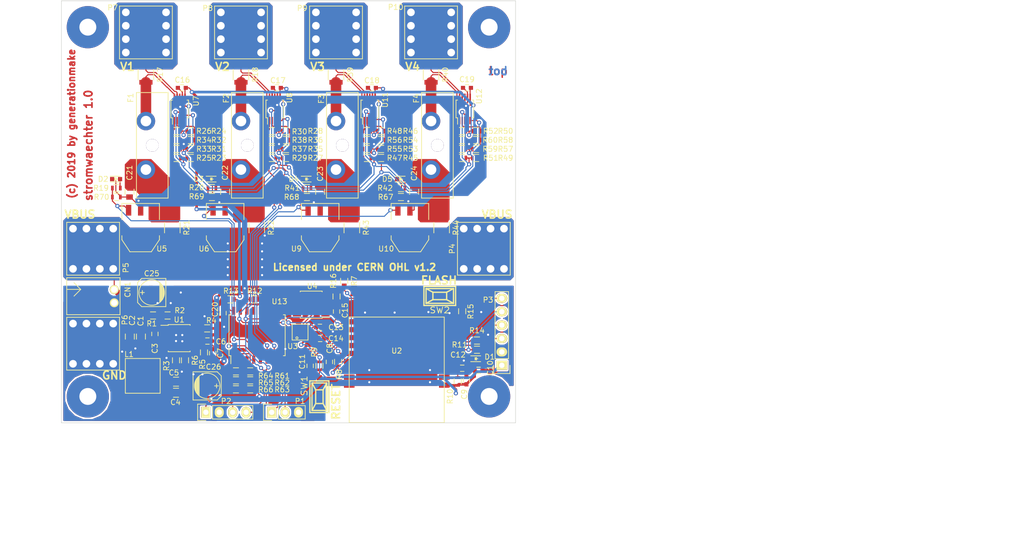
<source format=kicad_pcb>
(kicad_pcb (version 20171130) (host pcbnew 5.0.2-bee76a0~70~ubuntu18.04.1)
  (title_block (title stromwaechter) (date 2019-03-10) (rev 1.0) (company generationmake))
  (layers (0 F.Cu signal) (31 B.Cu signal) (34 B.Paste user) (35 F.Paste user) (36 B.SilkS user) (37 F.SilkS user) (38 B.Mask user) (39 F.Mask user) (44 Edge.Cuts user))
  (net 0 "")
  (net 1 GND)
  (net 2 +3V3)
  (net 3 "Net-(C7-Pad1)")
  (net 4 /ADC)
  (net 5 /RESET)
  (net 6 /EN)
  (net 7 /IO15)
  (net 8 /FLASH)
  (net 9 /LED)
  (net 10 "Net-(D1-Pad2)")
  (net 11 /1wire)
  (net 12 /RxD)
  (net 13 /TxD)
  (net 14 VIN)
  (net 15 SDA)
  (net 16 SCL)
  (net 17 /IO14)
  (net 18 /IO13)
  (net 19 "Net-(R15-Pad2)")
  (net 20 /Input/Output/INOUT0)
  (net 21 /Input/Output/INA0_VIN)
  (net 22 /Input/Output/INA1_VIN)
  (net 23 /Input/Output/INOUT1)
  (net 24 "Net-(D2-Pad2)")
  (net 25 /Input/Output/EN0)
  (net 26 "Net-(D3-Pad2)")
  (net 27 /Input/Output/EN1)
  (net 28 /Input/Output/INA0_F)
  (net 29 /Input/Output/INA1_F)
  (net 30 /Input/Output/INA0_A0)
  (net 31 /Input/Output/INA0_A1)
  (net 32 /Input/Output/INA1_A0)
  (net 33 /Input/Output/INA1_A1)
  (net 34 /Input/Output/INA2_VIN)
  (net 35 /Input/Output/INOUT2)
  (net 36 /Input/Output/INOUT3)
  (net 37 /Input/Output/INA3_VIN)
  (net 38 "Net-(D4-Pad2)")
  (net 39 /Input/Output/EN2)
  (net 40 /Input/Output/EN3)
  (net 41 "Net-(D5-Pad2)")
  (net 42 /Input/Output/INA2_F)
  (net 43 /Input/Output/INA3_F)
  (net 44 /Input/Output/INA2_A0)
  (net 45 /Input/Output/INA2_A1)
  (net 46 /Input/Output/INA3_A0)
  (net 47 /Input/Output/INA3_A1)
  (net 48 /Input/Output/IO_A2)
  (net 49 /Input/Output/IO_A1)
  (net 50 /Input/Output/IO_A0)
  (net 51 /PH)
  (net 52 /BOOT)
  (net 53 /COMP)
  (net 54 /VSENSE)
  (net 55 /RT)
  (net 56 /VIN_EN)
  (module capacitors:C_0805 (layer F.Cu) (at 119.05 121.65 270)
    (fp_text reference C1 (at -2.95 0.05 270) (layer F.SilkS))
    (fp_text value C_0805)
    (pad 2 smd rect (at 1 0 270) (size 1 1.25) (layers F.Cu F.Paste F.Mask) (net 1 GND))
    (pad 1 smd rect (at -1 0 270) (size 1 1.25) (layers F.Cu F.Paste F.Mask) (net 14 VIN))
  )
  (module capacitors:C_0805 (layer F.Cu) (at 116.95 121.65 270)
    (fp_text reference C2 (at -3.05 -0.45 270) (layer F.SilkS))
    (fp_text value C_0805)
    (pad 1 smd rect (at -1 0 270) (size 1 1.25) (layers F.Cu F.Paste F.Mask) (net 14 VIN))
    (pad 2 smd rect (at 1 0 270) (size 1 1.25) (layers F.Cu F.Paste F.Mask) (net 1 GND))
  )
  (module capacitors:C_0603 (layer F.Cu) (at 121.7 121.15 270)
    (fp_text reference C3 (at 2.75 0 270) (layer F.SilkS))
    (fp_text value C_0603)
    (pad 2 smd rect (at 0.75 0 270) (size 0.8 0.75) (layers F.Cu F.Paste F.Mask) (net 51 /PH))
    (pad 1 smd rect (at -0.75 0 270) (size 0.8 0.75) (layers F.Cu F.Paste F.Mask) (net 52 /BOOT))
  )
  (module capacitors:C_0805 (layer F.Cu) (at 125.7 132.3)
    (fp_text reference C4 (at -0.1 1.8) (layer F.SilkS))
    (fp_text value C_0805)
    (pad 1 smd rect (at -1 0) (size 1 1.25) (layers F.Cu F.Paste F.Mask) (net 2 +3V3))
    (pad 2 smd rect (at 1 0) (size 1 1.25) (layers F.Cu F.Paste F.Mask) (net 1 GND))
  )
  (module capacitors:C_0805 (layer F.Cu) (at 125.7 130.2)
    (fp_text reference C5 (at -0.4 -1.7) (layer F.SilkS))
    (fp_text value C_0805)
    (pad 2 smd rect (at 1 0) (size 1 1.25) (layers F.Cu F.Paste F.Mask) (net 1 GND))
    (pad 1 smd rect (at -1 0) (size 1 1.25) (layers F.Cu F.Paste F.Mask) (net 2 +3V3))
  )
  (module capacitors:C_0603 (layer F.Cu) (at 131.65 122.5)
    (fp_text reference C6 (at 2.55 0.1) (layer F.SilkS))
    (fp_text value C_0603)
    (pad 2 smd rect (at 0.75 0) (size 0.8 0.75) (layers F.Cu F.Paste F.Mask) (net 1 GND))
    (pad 1 smd rect (at -0.75 0) (size 0.8 0.75) (layers F.Cu F.Paste F.Mask) (net 53 /COMP))
  )
  (module capacitors:C_0603 (layer F.Cu) (at 132.65 124.8 90)
    (fp_text reference C7 (at 0 1.45 90) (layer F.SilkS))
    (fp_text value C_0603)
    (pad 2 smd rect (at 0.75 0 90) (size 0.8 0.75) (layers F.Cu F.Paste F.Mask) (net 1 GND))
    (pad 1 smd rect (at -0.75 0 90) (size 0.8 0.75) (layers F.Cu F.Paste F.Mask) (net 3 "Net-(C7-Pad1)"))
  )
  (module capacitors:C_0603 (layer F.Cu) (at 154.75 126.45 90)
    (fp_text reference C8 (at 2.55 0.05 90) (layer F.SilkS))
    (fp_text value C_0603)
    (pad 1 smd rect (at -0.75 0 90) (size 0.8 0.75) (layers F.Cu F.Paste F.Mask) (net 4 /ADC))
    (pad 2 smd rect (at 0.75 0 90) (size 0.8 0.75) (layers F.Cu F.Paste F.Mask) (net 1 GND))
  )
  (module capacitors:C_0603 (layer F.Cu) (at 180.7 129.95 90)
    (fp_text reference C9 (at -2.65 -0.4 90) (layer F.SilkS))
    (fp_text value C_0603)
    (pad 2 smd rect (at 0.75 0 90) (size 0.8 0.75) (layers F.Cu F.Paste F.Mask) (net 1 GND))
    (pad 1 smd rect (at -0.75 0 90) (size 0.8 0.75) (layers F.Cu F.Paste F.Mask) (net 2 +3V3))
  )
  (module capacitors:C_0603 (layer F.Cu) (at 183 128.05)
    (fp_text reference C10 (at 2.2 -0.45 90) (layer F.SilkS))
    (fp_text value C_0603)
    (pad 1 smd rect (at -0.75 0) (size 0.8 0.75) (layers F.Cu F.Paste F.Mask) (net 2 +3V3))
    (pad 2 smd rect (at 0.75 0) (size 0.8 0.75) (layers F.Cu F.Paste F.Mask) (net 1 GND))
  )
  (module capacitors:C_0603 (layer F.Cu) (at 151.1 127.2 90)
    (fp_text reference C11 (at 0.8 -1.5 90) (layer F.SilkS))
    (fp_text value C_0603)
    (pad 2 smd rect (at 0.75 0 90) (size 0.8 0.75) (layers F.Cu F.Paste F.Mask) (net 1 GND))
    (pad 1 smd rect (at -0.75 0 90) (size 0.8 0.75) (layers F.Cu F.Paste F.Mask) (net 5 /RESET))
  )
  (module capacitors:C_0603 (layer F.Cu) (at 179.9 127.65)
    (fp_text reference C12 (at -0.8 -2.55) (layer F.SilkS))
    (fp_text value C_0603)
    (pad 1 smd rect (at -0.75 0) (size 0.8 0.75) (layers F.Cu F.Paste F.Mask) (net 6 /EN))
    (pad 2 smd rect (at 0.75 0) (size 0.8 0.75) (layers F.Cu F.Paste F.Mask) (net 1 GND))
  )
  (module capacitors:C_0603 (layer F.Cu) (at 152.95 119.9)
    (fp_text reference C13 (at 3.05 0) (layer F.SilkS))
    (fp_text value C_0603)
    (pad 2 smd rect (at 0.75 0) (size 0.8 0.75) (layers F.Cu F.Paste F.Mask) (net 1 GND))
    (pad 1 smd rect (at -0.75 0) (size 0.8 0.75) (layers F.Cu F.Paste F.Mask) (net 2 +3V3))
  )
  (module capacitors:C_0603 (layer F.Cu) (at 153 122)
    (fp_text reference C14 (at 3 0) (layer F.SilkS))
    (fp_text value C_0603)
    (pad 1 smd rect (at -0.75 0) (size 0.8 0.75) (layers F.Cu F.Paste F.Mask) (net 2 +3V3))
    (pad 2 smd rect (at 0.75 0) (size 0.8 0.75) (layers F.Cu F.Paste F.Mask) (net 1 GND))
  )
  (module capacitors:C_0603 (layer F.Cu) (at 156.1 116.9 270)
    (fp_text reference C15 (at -0.2 -1.6 270) (layer F.SilkS))
    (fp_text value C_0603)
    (pad 2 smd rect (at 0.75 0 270) (size 0.8 0.75) (layers F.Cu F.Paste F.Mask) (net 1 GND))
    (pad 1 smd rect (at -0.75 0 270) (size 0.8 0.75) (layers F.Cu F.Paste F.Mask) (net 2 +3V3))
  )
  (module capacitors:C_0603 (layer F.Cu) (at 126.8 74.5 180)
    (fp_text reference C16 (at -0.1 1.5 180) (layer F.SilkS))
    (fp_text value C_0603)
    (pad 1 smd rect (at -0.75 0 180) (size 0.8 0.75) (layers F.Cu F.Paste F.Mask) (net 2 +3V3))
    (pad 2 smd rect (at 0.75 0 180) (size 0.8 0.75) (layers F.Cu F.Paste F.Mask) (net 1 GND))
  )
  (module capacitors:C_0603 (layer F.Cu) (at 144.8 74.5 180)
    (fp_text reference C17 (at -0.2 1.4 180) (layer F.SilkS))
    (fp_text value C_0603)
    (pad 2 smd rect (at 0.75 0 180) (size 0.8 0.75) (layers F.Cu F.Paste F.Mask) (net 1 GND))
    (pad 1 smd rect (at -0.75 0 180) (size 0.8 0.75) (layers F.Cu F.Paste F.Mask) (net 2 +3V3))
  )
  (module capacitors:C_0603 (layer F.Cu) (at 162.8 74.5 180)
    (fp_text reference C18 (at 0 1.4 180) (layer F.SilkS))
    (fp_text value C_0603)
    (pad 1 smd rect (at -0.75 0 180) (size 0.8 0.75) (layers F.Cu F.Paste F.Mask) (net 2 +3V3))
    (pad 2 smd rect (at 0.75 0 180) (size 0.8 0.75) (layers F.Cu F.Paste F.Mask) (net 1 GND))
  )
  (module capacitors:C_0603 (layer F.Cu) (at 180.8 74.5 180)
    (fp_text reference C19 (at 0 1.6 180) (layer F.SilkS))
    (fp_text value C_0603)
    (pad 1 smd rect (at -0.75 0 180) (size 0.8 0.75) (layers F.Cu F.Paste F.Mask) (net 2 +3V3))
    (pad 2 smd rect (at 0.75 0 180) (size 0.8 0.75) (layers F.Cu F.Paste F.Mask) (net 1 GND))
  )
  (module capacitors:C_0603 (layer F.Cu) (at 134.6 117.2 270)
    (fp_text reference C20 (at -0.7 1.5 270) (layer F.SilkS))
    (fp_text value C_0603)
    (pad 1 smd rect (at -0.75 0 270) (size 0.8 0.75) (layers F.Cu F.Paste F.Mask) (net 2 +3V3))
    (pad 2 smd rect (at 0.75 0 270) (size 0.8 0.75) (layers F.Cu F.Paste F.Mask) (net 1 GND))
  )
  (module CON_wuerth:WR-TBL_691382010002 (layer F.Cu) (at 114 114 270)
    (fp_text reference CN1 (at -1.25 -2.54 270) (layer F.SilkS))
    (fp_text value 691382010002 hide)
    (pad 1 thru_hole circle (at -1.25 0 270) (size 1.7 1.7) (drill 1.2) (layers *.Cu *.Mask F.SilkS) (net 14 VIN))
    (pad 2 thru_hole circle (at 1.25 0 270) (size 1.7 1.7) (drill 1.2) (layers *.Cu *.Mask F.SilkS) (net 1 GND))
  )
  (module LEDs:LED_0603 (layer F.Cu) (at 182.6007 125.85)
    (fp_text reference D1 (at 2.4993 -0.35) (layer F.SilkS))
    (fp_text value Led_Small)
    (pad 2 smd rect (at 0.7493 0 180) (size 0.79756 0.79756) (layers F.Cu F.Paste F.Mask) (net 10 "Net-(D1-Pad2)"))
    (pad 1 smd rect (at -0.7493 0 180) (size 0.79756 0.79756) (layers F.Cu F.Paste F.Mask) (net 1 GND))
  )
  (module L_power:WE-LHMI70xx (layer F.Cu) (at 119.4 129.1 270)
    (fp_text reference L1 (at -4.1 2.6) (layer F.SilkS))
    (fp_text value 74437346220)
    (pad 1 smd rect (at -2.725 0 270) (size 2.95 3.5) (layers F.Cu F.Paste F.Mask) (net 51 /PH))
    (pad 2 smd rect (at 2.725 0 270) (size 2.95 3.5) (layers F.Cu F.Paste F.Mask) (net 2 +3V3))
  )
  (module pin_headers:Pin_Header_Straight_1x03 (layer F.Cu) (at 143.82 136 90)
    (fp_text reference P1 (at 2.1 5.38) (layer F.SilkS))
    (fp_text value CONN_01X03)
    (pad 1 thru_hole rect (at 0 0 90) (size 2.032 1.7272) (drill 1.016) (layers *.Cu *.Mask F.SilkS) (net 12 /RxD))
    (pad 2 thru_hole oval (at 0 2.54 90) (size 2.032 1.7272) (drill 1.016) (layers *.Cu *.Mask F.SilkS) (net 13 /TxD))
    (pad 3 thru_hole oval (at 0 5.08 90) (size 2.032 1.7272) (drill 1.016) (layers *.Cu *.Mask F.SilkS) (net 1 GND))
  )
  (module pin_headers:Pin_Header_Straight_1x04 (layer F.Cu) (at 131.35 136 90)
    (fp_text reference P2 (at 2.1 3.85 180) (layer F.SilkS))
    (fp_text value CONN_01X04)
    (pad 1 thru_hole rect (at 0 0 90) (size 2.032 1.7272) (drill 1.016) (layers *.Cu *.Mask F.SilkS) (net 2 +3V3))
    (pad 2 thru_hole oval (at 0 2.54 90) (size 2.032 1.7272) (drill 1.016) (layers *.Cu *.Mask F.SilkS) (net 1 GND))
    (pad 3 thru_hole oval (at 0 5.08 90) (size 2.032 1.7272) (drill 1.016) (layers *.Cu *.Mask F.SilkS) (net 15 SDA))
    (pad 4 thru_hole oval (at 0 7.62 90) (size 2.032 1.7272) (drill 1.016) (layers *.Cu *.Mask F.SilkS) (net 16 SCL))
  )
  (module resistors:R_0603 (layer F.Cu) (at 121.35 117.65)
    (fp_text reference R1 (at -0.25 1.55) (layer F.SilkS))
    (fp_text value R_0603)
    (pad 2 smd rect (at 0.75 0) (size 0.5 0.9) (layers F.Cu F.Paste F.Mask) (net 56 /VIN_EN))
    (pad 1 smd rect (at -0.75 0) (size 0.5 0.9) (layers F.Cu F.Paste F.Mask) (net 14 VIN))
  )
  (module resistors:R_0603 (layer F.Cu) (at 124.1 117.65)
    (fp_text reference R2 (at 2.3 -0.95) (layer F.SilkS))
    (fp_text value R_0603)
    (pad 1 smd rect (at -0.75 0) (size 0.5 0.9) (layers F.Cu F.Paste F.Mask) (net 56 /VIN_EN))
    (pad 2 smd rect (at 0.75 0) (size 0.5 0.9) (layers F.Cu F.Paste F.Mask) (net 1 GND))
  )
  (module resistors:R_0603 (layer F.Cu) (at 125.7 126.15 90)
    (fp_text reference R3 (at -1.05 -1.8 90) (layer F.SilkS))
    (fp_text value R_0603)
    (pad 1 smd rect (at -0.75 0 90) (size 0.5 0.9) (layers F.Cu F.Paste F.Mask) (net 2 +3V3))
    (pad 2 smd rect (at 0.75 0 90) (size 0.5 0.9) (layers F.Cu F.Paste F.Mask) (net 54 /VSENSE))
  )
  (module resistors:R_0603 (layer F.Cu) (at 131.6 120.1)
    (fp_text reference R4 (at 0.8 -1.5) (layer F.SilkS))
    (fp_text value R_0603)
    (pad 2 smd rect (at 0.75 0) (size 0.5 0.9) (layers F.Cu F.Paste F.Mask) (net 1 GND))
    (pad 1 smd rect (at -0.75 0) (size 0.5 0.9) (layers F.Cu F.Paste F.Mask) (net 55 /RT))
  )
  (module resistors:R_0603 (layer F.Cu) (at 131 124.65 270)
    (fp_text reference R5 (at 2.25 0.3 270) (layer F.SilkS))
    (fp_text value R_0603)
    (pad 1 smd rect (at -0.75 0 270) (size 0.5 0.9) (layers F.Cu F.Paste F.Mask) (net 53 /COMP))
    (pad 2 smd rect (at 0.75 0 270) (size 0.5 0.9) (layers F.Cu F.Paste F.Mask) (net 3 "Net-(C7-Pad1)"))
  )
  (module resistors:R_0603 (layer F.Cu) (at 127.4 126.15 270)
    (fp_text reference R6 (at 0 -1.9 270) (layer F.SilkS))
    (fp_text value R_0603)
    (pad 1 smd rect (at -0.75 0 270) (size 0.5 0.9) (layers F.Cu F.Paste F.Mask) (net 54 /VSENSE))
    (pad 2 smd rect (at 0.75 0 270) (size 0.5 0.9) (layers F.Cu F.Paste F.Mask) (net 1 GND))
  )
  (module resistors:R_0603 (layer F.Cu) (at 157.55 111.1 270)
    (fp_text reference R7 (at 0 -1.9 270) (layer F.SilkS))
    (fp_text value R_0603)
    (pad 1 smd rect (at -0.75 0 270) (size 0.5 0.9) (layers F.Cu F.Paste F.Mask) (net 14 VIN))
    (pad 2 smd rect (at 0.75 0 270) (size 0.5 0.9) (layers F.Cu F.Paste F.Mask) (net 4 /ADC))
  )
  (module resistors:R_0603 (layer F.Cu) (at 156.4 126.45 90)
    (fp_text reference R8 (at -2.35 0.2 90) (layer F.SilkS))
    (fp_text value R_0603)
    (pad 1 smd rect (at -0.75 0 90) (size 0.5 0.9) (layers F.Cu F.Paste F.Mask) (net 4 /ADC))
    (pad 2 smd rect (at 0.75 0 90) (size 0.5 0.9) (layers F.Cu F.Paste F.Mask) (net 1 GND))
  )
  (module resistors:R_0603 (layer F.Cu) (at 152.85 127.2 270)
    (fp_text reference R9 (at -2.6 0.95 270) (layer F.SilkS))
    (fp_text value R_0603)
    (pad 2 smd rect (at 0.75 0 270) (size 0.5 0.9) (layers F.Cu F.Paste F.Mask) (net 5 /RESET))
    (pad 1 smd rect (at -0.75 0 270) (size 0.5 0.9) (layers F.Cu F.Paste F.Mask) (net 2 +3V3))
  )
  (module resistors:R_0603 (layer F.Cu) (at 179.05 130.15 90)
    (fp_text reference R10 (at -2.85 -1.45 90) (layer F.SilkS))
    (fp_text value R_0603)
    (pad 2 smd rect (at 0.75 0 90) (size 0.5 0.9) (layers F.Cu F.Paste F.Mask) (net 6 /EN))
    (pad 1 smd rect (at -0.75 0 90) (size 0.5 0.9) (layers F.Cu F.Paste F.Mask) (net 2 +3V3))
  )
  (module resistors:R_0603 (layer F.Cu) (at 182.7 124.15 180)
    (fp_text reference R11 (at 3.3 0.95 180) (layer F.SilkS))
    (fp_text value R_0603)
    (pad 2 smd rect (at 0.75 0 180) (size 0.5 0.9) (layers F.Cu F.Paste F.Mask) (net 9 /LED))
    (pad 1 smd rect (at -0.75 0 180) (size 0.5 0.9) (layers F.Cu F.Paste F.Mask) (net 10 "Net-(D1-Pad2)"))
  )
  (module resistors:R_0603 (layer F.Cu) (at 140.5 114.6 180)
    (fp_text reference R12 (at -0.1 1.6 180) (layer F.SilkS))
    (fp_text value R_0603)
    (pad 2 smd rect (at 0.75 0 180) (size 0.5 0.9) (layers F.Cu F.Paste F.Mask) (net 16 SCL))
    (pad 1 smd rect (at -0.75 0 180) (size 0.5 0.9) (layers F.Cu F.Paste F.Mask) (net 2 +3V3))
  )
  (module resistors:R_0603 (layer F.Cu) (at 136 114.6)
    (fp_text reference R13 (at 0.1 -1.6) (layer F.SilkS))
    (fp_text value R_0603)
    (pad 1 smd rect (at -0.75 0) (size 0.5 0.9) (layers F.Cu F.Paste F.Mask) (net 2 +3V3))
    (pad 2 smd rect (at 0.75 0) (size 0.5 0.9) (layers F.Cu F.Paste F.Mask) (net 15 SDA))
  )
  (module resistors:R_0603 (layer F.Cu) (at 182.7 122.4)
    (fp_text reference R14 (at 0 -1.9) (layer F.SilkS))
    (fp_text value R_0603)
    (pad 2 smd rect (at 0.75 0) (size 0.5 0.9) (layers F.Cu F.Paste F.Mask) (net 1 GND))
    (pad 1 smd rect (at -0.75 0) (size 0.5 0.9) (layers F.Cu F.Paste F.Mask) (net 7 /IO15))
  )
  (module resistors:R_0603 (layer F.Cu) (at 179.9 116.85 90)
    (fp_text reference R15 (at -0.05 1.6 90) (layer F.SilkS))
    (fp_text value R_0603)
    (pad 1 smd rect (at -0.75 0 90) (size 0.5 0.9) (layers F.Cu F.Paste F.Mask) (net 8 /FLASH))
    (pad 2 smd rect (at 0.75 0 90) (size 0.5 0.9) (layers F.Cu F.Paste F.Mask) (net 19 "Net-(R15-Pad2)"))
  )
  (module resistors:R_0603 (layer F.Cu) (at 156.1 114.05 90)
    (fp_text reference R16 (at 2.95 -0.6 90) (layer F.SilkS))
    (fp_text value R_0603)
    (pad 2 smd rect (at 0.75 0 90) (size 0.5 0.9) (layers F.Cu F.Paste F.Mask) (net 11 /1wire))
    (pad 1 smd rect (at -0.75 0 90) (size 0.5 0.9) (layers F.Cu F.Paste F.Mask) (net 2 +3V3))
  )
  (module resistors:R_1210 (layer F.Cu) (at 120 72 270)
    (fp_text reference R17 (at 0 -2.7 270) (layer F.SilkS))
    (fp_text value R_1210)
    (pad 1 smd rect (at -1.45 0 270) (size 0.9 2.5) (layers F.Cu F.Paste F.Mask) (net 20 /Input/Output/INOUT0))
    (pad 2 smd rect (at 1.45 0 270) (size 0.9 2.5) (layers F.Cu F.Paste F.Mask) (net 21 /Input/Output/INA0_VIN))
  )
  (module resistors:R_1210 (layer F.Cu) (at 138 72 270)
    (fp_text reference R18 (at 0 -2.7 270) (layer F.SilkS))
    (fp_text value R_1210)
    (pad 2 smd rect (at 1.45 0 270) (size 0.9 2.5) (layers F.Cu F.Paste F.Mask) (net 22 /Input/Output/INA1_VIN))
    (pad 1 smd rect (at -1.45 0 270) (size 0.9 2.5) (layers F.Cu F.Paste F.Mask) (net 23 /Input/Output/INOUT1))
  )
  (module resistors:R_0603 (layer F.Cu) (at 114.4 93.5 180)
    (fp_text reference R19 (at 2.9 0 180) (layer F.SilkS))
    (fp_text value R_0603)
    (pad 1 smd rect (at -0.75 0 180) (size 0.5 0.9) (layers F.Cu F.Paste F.Mask) (net 24 "Net-(D2-Pad2)"))
    (pad 2 smd rect (at 0.75 0 180) (size 0.5 0.9) (layers F.Cu F.Paste F.Mask) (net 25 /Input/Output/EN0))
  )
  (module resistors:R_0603 (layer F.Cu) (at 132.5 93.5 180)
    (fp_text reference R20 (at 2.9 0.1 180) (layer F.SilkS))
    (fp_text value R_0603)
    (pad 1 smd rect (at -0.75 0 180) (size 0.5 0.9) (layers F.Cu F.Paste F.Mask) (net 26 "Net-(D3-Pad2)"))
    (pad 2 smd rect (at 0.75 0 180) (size 0.5 0.9) (layers F.Cu F.Paste F.Mask) (net 27 /Input/Output/EN1))
  )
  (module resistors:R_1210 (layer F.Cu) (at 125 101 270)
    (fp_text reference R21 (at 0 -2.7 270) (layer F.SilkS))
    (fp_text value R_1210)
    (pad 2 smd rect (at 1.45 0 270) (size 0.9 2.5) (layers F.Cu F.Paste F.Mask) (net 14 VIN))
    (pad 1 smd rect (at -1.45 0 270) (size 0.9 2.5) (layers F.Cu F.Paste F.Mask) (net 28 /Input/Output/INA0_F))
  )
  (module resistors:R_1210 (layer F.Cu) (at 141 101 270)
    (fp_text reference R22 (at 0 -2.7 270) (layer F.SilkS))
    (fp_text value R_1210)
    (pad 1 smd rect (at -1.45 0 270) (size 0.9 2.5) (layers F.Cu F.Paste F.Mask) (net 29 /Input/Output/INA1_F))
    (pad 2 smd rect (at 1.45 0 270) (size 0.9 2.5) (layers F.Cu F.Paste F.Mask) (net 14 VIN))
  )
  (module resistors:R_0603 (layer F.Cu) (at 128.5 87.8 180)
    (fp_text reference R23 (at -5.3 0 180) (layer F.SilkS))
    (fp_text value R_0603)
    (pad 2 smd rect (at 0.75 0 180) (size 0.5 0.9) (layers F.Cu F.Paste F.Mask) (net 15 SDA))
    (pad 1 smd rect (at -0.75 0 180) (size 0.5 0.9) (layers F.Cu F.Paste F.Mask) (net 30 /Input/Output/INA0_A0))
  )
  (module resistors:R_0603 (layer F.Cu) (at 128.5 82.7)
    (fp_text reference R24 (at 5.3 0) (layer F.SilkS))
    (fp_text value R_0603)
    (pad 1 smd rect (at -0.75 0) (size 0.5 0.9) (layers F.Cu F.Paste F.Mask) (net 2 +3V3))
    (pad 2 smd rect (at 0.75 0) (size 0.5 0.9) (layers F.Cu F.Paste F.Mask) (net 30 /Input/Output/INA0_A0))
  )
  (module resistors:R_0603 (layer F.Cu) (at 125.8 87.8)
    (fp_text reference R25 (at 5.2 0) (layer F.SilkS))
    (fp_text value R_0603)
    (pad 2 smd rect (at 0.75 0) (size 0.5 0.9) (layers F.Cu F.Paste F.Mask) (net 15 SDA))
    (pad 1 smd rect (at -0.75 0) (size 0.5 0.9) (layers F.Cu F.Paste F.Mask) (net 31 /Input/Output/INA0_A1))
  )
  (module resistors:R_0603 (layer F.Cu) (at 125.8 82.7 180)
    (fp_text reference R26 (at -5.2 0 180) (layer F.SilkS))
    (fp_text value R_0603)
    (pad 2 smd rect (at 0.75 0 180) (size 0.5 0.9) (layers F.Cu F.Paste F.Mask) (net 31 /Input/Output/INA0_A1))
    (pad 1 smd rect (at -0.75 0 180) (size 0.5 0.9) (layers F.Cu F.Paste F.Mask) (net 2 +3V3))
  )
  (module resistors:R_0603 (layer F.Cu) (at 146.55 87.8 180)
    (fp_text reference R27 (at -5.55 0 180) (layer F.SilkS))
    (fp_text value R_0603)
    (pad 2 smd rect (at 0.75 0 180) (size 0.5 0.9) (layers F.Cu F.Paste F.Mask) (net 15 SDA))
    (pad 1 smd rect (at -0.75 0 180) (size 0.5 0.9) (layers F.Cu F.Paste F.Mask) (net 32 /Input/Output/INA1_A0))
  )
  (module resistors:R_0603 (layer F.Cu) (at 146.55 82.7)
    (fp_text reference R28 (at 5.55 0) (layer F.SilkS))
    (fp_text value R_0603)
    (pad 1 smd rect (at -0.75 0) (size 0.5 0.9) (layers F.Cu F.Paste F.Mask) (net 2 +3V3))
    (pad 2 smd rect (at 0.75 0) (size 0.5 0.9) (layers F.Cu F.Paste F.Mask) (net 32 /Input/Output/INA1_A0))
  )
  (module resistors:R_0603 (layer F.Cu) (at 143.85 87.8)
    (fp_text reference R29 (at 5.25 0) (layer F.SilkS))
    (fp_text value R_0603)
    (pad 1 smd rect (at -0.75 0) (size 0.5 0.9) (layers F.Cu F.Paste F.Mask) (net 33 /Input/Output/INA1_A1))
    (pad 2 smd rect (at 0.75 0) (size 0.5 0.9) (layers F.Cu F.Paste F.Mask) (net 15 SDA))
  )
  (module resistors:R_0603 (layer F.Cu) (at 143.85 82.7 180)
    (fp_text reference R30 (at -5.25 -0.1 180) (layer F.SilkS))
    (fp_text value R_0603)
    (pad 2 smd rect (at 0.75 0 180) (size 0.5 0.9) (layers F.Cu F.Paste F.Mask) (net 33 /Input/Output/INA1_A1))
    (pad 1 smd rect (at -0.75 0 180) (size 0.5 0.9) (layers F.Cu F.Paste F.Mask) (net 2 +3V3))
  )
  (module resistors:R_0603 (layer F.Cu) (at 128.5 86.1 180)
    (fp_text reference R31 (at -5.3 0 180) (layer F.SilkS))
    (fp_text value R_0603)
    (pad 1 smd rect (at -0.75 0 180) (size 0.5 0.9) (layers F.Cu F.Paste F.Mask) (net 30 /Input/Output/INA0_A0))
    (pad 2 smd rect (at 0.75 0 180) (size 0.5 0.9) (layers F.Cu F.Paste F.Mask) (net 16 SCL))
  )
  (module resistors:R_0603 (layer F.Cu) (at 128.5 84.4)
    (fp_text reference R32 (at 5.3 0) (layer F.SilkS))
    (fp_text value R_0603)
    (pad 2 smd rect (at 0.75 0) (size 0.5 0.9) (layers F.Cu F.Paste F.Mask) (net 30 /Input/Output/INA0_A0))
    (pad 1 smd rect (at -0.75 0) (size 0.5 0.9) (layers F.Cu F.Paste F.Mask) (net 1 GND))
  )
  (module resistors:R_0603 (layer F.Cu) (at 125.8 86.1)
    (fp_text reference R33 (at 5.2 0) (layer F.SilkS))
    (fp_text value R_0603)
    (pad 1 smd rect (at -0.75 0) (size 0.5 0.9) (layers F.Cu F.Paste F.Mask) (net 31 /Input/Output/INA0_A1))
    (pad 2 smd rect (at 0.75 0) (size 0.5 0.9) (layers F.Cu F.Paste F.Mask) (net 16 SCL))
  )
  (module resistors:R_0603 (layer F.Cu) (at 125.8 84.4 180)
    (fp_text reference R34 (at -5.2 0 180) (layer F.SilkS))
    (fp_text value R_0603)
    (pad 1 smd rect (at -0.75 0 180) (size 0.5 0.9) (layers F.Cu F.Paste F.Mask) (net 1 GND))
    (pad 2 smd rect (at 0.75 0 180) (size 0.5 0.9) (layers F.Cu F.Paste F.Mask) (net 31 /Input/Output/INA0_A1))
  )
  (module resistors:R_0603 (layer F.Cu) (at 146.55 86.1 180)
    (fp_text reference R35 (at -5.55 0 180) (layer F.SilkS))
    (fp_text value R_0603)
    (pad 1 smd rect (at -0.75 0 180) (size 0.5 0.9) (layers F.Cu F.Paste F.Mask) (net 32 /Input/Output/INA1_A0))
    (pad 2 smd rect (at 0.75 0 180) (size 0.5 0.9) (layers F.Cu F.Paste F.Mask) (net 16 SCL))
  )
  (module resistors:R_0603 (layer F.Cu) (at 146.55 84.4)
    (fp_text reference R36 (at 5.55 0) (layer F.SilkS))
    (fp_text value R_0603)
    (pad 2 smd rect (at 0.75 0) (size 0.5 0.9) (layers F.Cu F.Paste F.Mask) (net 32 /Input/Output/INA1_A0))
    (pad 1 smd rect (at -0.75 0) (size 0.5 0.9) (layers F.Cu F.Paste F.Mask) (net 1 GND))
  )
  (module resistors:R_0603 (layer F.Cu) (at 143.85 86.1)
    (fp_text reference R37 (at 5.25 0) (layer F.SilkS))
    (fp_text value R_0603)
    (pad 2 smd rect (at 0.75 0) (size 0.5 0.9) (layers F.Cu F.Paste F.Mask) (net 16 SCL))
    (pad 1 smd rect (at -0.75 0) (size 0.5 0.9) (layers F.Cu F.Paste F.Mask) (net 33 /Input/Output/INA1_A1))
  )
  (module resistors:R_0603 (layer F.Cu) (at 143.85 84.4 180)
    (fp_text reference R38 (at -5.25 0 180) (layer F.SilkS))
    (fp_text value R_0603)
    (pad 1 smd rect (at -0.75 0 180) (size 0.5 0.9) (layers F.Cu F.Paste F.Mask) (net 1 GND))
    (pad 2 smd rect (at 0.75 0 180) (size 0.5 0.9) (layers F.Cu F.Paste F.Mask) (net 33 /Input/Output/INA1_A1))
  )
  (module resistors:R_1210 (layer F.Cu) (at 156 72 270)
    (fp_text reference R39 (at 0 -2.7 270) (layer F.SilkS))
    (fp_text value R_1210)
    (pad 2 smd rect (at 1.45 0 270) (size 0.9 2.5) (layers F.Cu F.Paste F.Mask) (net 34 /Input/Output/INA2_VIN))
    (pad 1 smd rect (at -1.45 0 270) (size 0.9 2.5) (layers F.Cu F.Paste F.Mask) (net 35 /Input/Output/INOUT2))
  )
  (module resistors:R_1210 (layer F.Cu) (at 174 72 270)
    (fp_text reference R40 (at 0 -2.7 270) (layer F.SilkS))
    (fp_text value R_1210)
    (pad 1 smd rect (at -1.45 0 270) (size 0.9 2.5) (layers F.Cu F.Paste F.Mask) (net 36 /Input/Output/INOUT3))
    (pad 2 smd rect (at 1.45 0 270) (size 0.9 2.5) (layers F.Cu F.Paste F.Mask) (net 37 /Input/Output/INA3_VIN))
  )
  (module resistors:R_0603 (layer F.Cu) (at 150.5 93.5 180)
    (fp_text reference R41 (at 2.8 0 180) (layer F.SilkS))
    (fp_text value R_0603)
    (pad 1 smd rect (at -0.75 0 180) (size 0.5 0.9) (layers F.Cu F.Paste F.Mask) (net 38 "Net-(D4-Pad2)"))
    (pad 2 smd rect (at 0.75 0 180) (size 0.5 0.9) (layers F.Cu F.Paste F.Mask) (net 39 /Input/Output/EN2))
  )
  (module resistors:R_0603 (layer F.Cu) (at 168.3 93.5 180)
    (fp_text reference R42 (at 3 0 180) (layer F.SilkS))
    (fp_text value R_0603)
    (pad 1 smd rect (at -0.75 0 180) (size 0.5 0.9) (layers F.Cu F.Paste F.Mask) (net 41 "Net-(D5-Pad2)"))
    (pad 2 smd rect (at 0.75 0 180) (size 0.5 0.9) (layers F.Cu F.Paste F.Mask) (net 40 /Input/Output/EN3))
  )
  (module resistors:R_1210 (layer F.Cu) (at 159 101 270)
    (fp_text reference R43 (at 0 -2.7 270) (layer F.SilkS))
    (fp_text value R_1210)
    (pad 1 smd rect (at -1.45 0 270) (size 0.9 2.5) (layers F.Cu F.Paste F.Mask) (net 42 /Input/Output/INA2_F))
    (pad 2 smd rect (at 1.45 0 270) (size 0.9 2.5) (layers F.Cu F.Paste F.Mask) (net 14 VIN))
  )
  (module resistors:R_1210 (layer F.Cu) (at 176 101 270)
    (fp_text reference R44 (at 0 -2.7 270) (layer F.SilkS))
    (fp_text value R_1210)
    (pad 2 smd rect (at 1.45 0 270) (size 0.9 2.5) (layers F.Cu F.Paste F.Mask) (net 14 VIN))
    (pad 1 smd rect (at -1.45 0 270) (size 0.9 2.5) (layers F.Cu F.Paste F.Mask) (net 43 /Input/Output/INA3_F))
  )
  (module resistors:R_0603 (layer F.Cu) (at 164.55 87.8 180)
    (fp_text reference R45 (at -5.55 0 180) (layer F.SilkS))
    (fp_text value R_0603)
    (pad 2 smd rect (at 0.75 0 180) (size 0.5 0.9) (layers F.Cu F.Paste F.Mask) (net 15 SDA))
    (pad 1 smd rect (at -0.75 0 180) (size 0.5 0.9) (layers F.Cu F.Paste F.Mask) (net 44 /Input/Output/INA2_A0))
  )
  (module resistors:R_0603 (layer F.Cu) (at 164.55 82.7)
    (fp_text reference R46 (at 5.55 0) (layer F.SilkS))
    (fp_text value R_0603)
    (pad 2 smd rect (at 0.75 0) (size 0.5 0.9) (layers F.Cu F.Paste F.Mask) (net 44 /Input/Output/INA2_A0))
    (pad 1 smd rect (at -0.75 0) (size 0.5 0.9) (layers F.Cu F.Paste F.Mask) (net 2 +3V3))
  )
  (module resistors:R_0603 (layer F.Cu) (at 161.85 87.8)
    (fp_text reference R47 (at 5.25 0) (layer F.SilkS))
    (fp_text value R_0603)
    (pad 1 smd rect (at -0.75 0) (size 0.5 0.9) (layers F.Cu F.Paste F.Mask) (net 45 /Input/Output/INA2_A1))
    (pad 2 smd rect (at 0.75 0) (size 0.5 0.9) (layers F.Cu F.Paste F.Mask) (net 15 SDA))
  )
  (module resistors:R_0603 (layer F.Cu) (at 161.85 82.7 180)
    (fp_text reference R48 (at -5.25 0 180) (layer F.SilkS))
    (fp_text value R_0603)
    (pad 2 smd rect (at 0.75 0 180) (size 0.5 0.9) (layers F.Cu F.Paste F.Mask) (net 45 /Input/Output/INA2_A1))
    (pad 1 smd rect (at -0.75 0 180) (size 0.5 0.9) (layers F.Cu F.Paste F.Mask) (net 2 +3V3))
  )
  (module resistors:R_0603 (layer F.Cu) (at 182.55 87.8 180)
    (fp_text reference R49 (at -5.55 0 180) (layer F.SilkS))
    (fp_text value R_0603)
    (pad 2 smd rect (at 0.75 0 180) (size 0.5 0.9) (layers F.Cu F.Paste F.Mask) (net 15 SDA))
    (pad 1 smd rect (at -0.75 0 180) (size 0.5 0.9) (layers F.Cu F.Paste F.Mask) (net 46 /Input/Output/INA3_A0))
  )
  (module resistors:R_0603 (layer F.Cu) (at 182.55 82.7)
    (fp_text reference R50 (at 5.55 0) (layer F.SilkS))
    (fp_text value R_0603)
    (pad 2 smd rect (at 0.75 0) (size 0.5 0.9) (layers F.Cu F.Paste F.Mask) (net 46 /Input/Output/INA3_A0))
    (pad 1 smd rect (at -0.75 0) (size 0.5 0.9) (layers F.Cu F.Paste F.Mask) (net 2 +3V3))
  )
  (module resistors:R_0603 (layer F.Cu) (at 179.85 87.8)
    (fp_text reference R51 (at 5.45 0) (layer F.SilkS))
    (fp_text value R_0603)
    (pad 2 smd rect (at 0.75 0) (size 0.5 0.9) (layers F.Cu F.Paste F.Mask) (net 15 SDA))
    (pad 1 smd rect (at -0.75 0) (size 0.5 0.9) (layers F.Cu F.Paste F.Mask) (net 47 /Input/Output/INA3_A1))
  )
  (module resistors:R_0603 (layer F.Cu) (at 179.85 82.7 180)
    (fp_text reference R52 (at -5.45 0 180) (layer F.SilkS))
    (fp_text value R_0603)
    (pad 1 smd rect (at -0.75 0 180) (size 0.5 0.9) (layers F.Cu F.Paste F.Mask) (net 2 +3V3))
    (pad 2 smd rect (at 0.75 0 180) (size 0.5 0.9) (layers F.Cu F.Paste F.Mask) (net 47 /Input/Output/INA3_A1))
  )
  (module resistors:R_0603 (layer F.Cu) (at 164.55 86.1 180)
    (fp_text reference R53 (at -5.55 0 180) (layer F.SilkS))
    (fp_text value R_0603)
    (pad 2 smd rect (at 0.75 0 180) (size 0.5 0.9) (layers F.Cu F.Paste F.Mask) (net 16 SCL))
    (pad 1 smd rect (at -0.75 0 180) (size 0.5 0.9) (layers F.Cu F.Paste F.Mask) (net 44 /Input/Output/INA2_A0))
  )
  (module resistors:R_0603 (layer F.Cu) (at 164.55 84.4)
    (fp_text reference R54 (at 5.55 0) (layer F.SilkS))
    (fp_text value R_0603)
    (pad 1 smd rect (at -0.75 0) (size 0.5 0.9) (layers F.Cu F.Paste F.Mask) (net 1 GND))
    (pad 2 smd rect (at 0.75 0) (size 0.5 0.9) (layers F.Cu F.Paste F.Mask) (net 44 /Input/Output/INA2_A0))
  )
  (module resistors:R_0603 (layer F.Cu) (at 161.85 86.1)
    (fp_text reference R55 (at 5.25 0) (layer F.SilkS))
    (fp_text value R_0603)
    (pad 2 smd rect (at 0.75 0) (size 0.5 0.9) (layers F.Cu F.Paste F.Mask) (net 16 SCL))
    (pad 1 smd rect (at -0.75 0) (size 0.5 0.9) (layers F.Cu F.Paste F.Mask) (net 45 /Input/Output/INA2_A1))
  )
  (module resistors:R_0603 (layer F.Cu) (at 161.85 84.4 180)
    (fp_text reference R56 (at -5.25 0 180) (layer F.SilkS))
    (fp_text value R_0603)
    (pad 1 smd rect (at -0.75 0 180) (size 0.5 0.9) (layers F.Cu F.Paste F.Mask) (net 1 GND))
    (pad 2 smd rect (at 0.75 0 180) (size 0.5 0.9) (layers F.Cu F.Paste F.Mask) (net 45 /Input/Output/INA2_A1))
  )
  (module resistors:R_0603 (layer F.Cu) (at 182.55 86.1 180)
    (fp_text reference R57 (at -5.55 0 180) (layer F.SilkS))
    (fp_text value R_0603)
    (pad 1 smd rect (at -0.75 0 180) (size 0.5 0.9) (layers F.Cu F.Paste F.Mask) (net 46 /Input/Output/INA3_A0))
    (pad 2 smd rect (at 0.75 0 180) (size 0.5 0.9) (layers F.Cu F.Paste F.Mask) (net 16 SCL))
  )
  (module resistors:R_0603 (layer F.Cu) (at 182.55 84.4)
    (fp_text reference R58 (at 5.55 0) (layer F.SilkS))
    (fp_text value R_0603)
    (pad 2 smd rect (at 0.75 0) (size 0.5 0.9) (layers F.Cu F.Paste F.Mask) (net 46 /Input/Output/INA3_A0))
    (pad 1 smd rect (at -0.75 0) (size 0.5 0.9) (layers F.Cu F.Paste F.Mask) (net 1 GND))
  )
  (module resistors:R_0603 (layer F.Cu) (at 179.85 86.1)
    (fp_text reference R59 (at 5.35 0) (layer F.SilkS))
    (fp_text value R_0603)
    (pad 1 smd rect (at -0.75 0) (size 0.5 0.9) (layers F.Cu F.Paste F.Mask) (net 47 /Input/Output/INA3_A1))
    (pad 2 smd rect (at 0.75 0) (size 0.5 0.9) (layers F.Cu F.Paste F.Mask) (net 16 SCL))
  )
  (module resistors:R_0603 (layer F.Cu) (at 179.85 84.4 180)
    (fp_text reference R60 (at -5.35 0 180) (layer F.SilkS))
    (fp_text value R_0603)
    (pad 2 smd rect (at 0.75 0 180) (size 0.5 0.9) (layers F.Cu F.Paste F.Mask) (net 47 /Input/Output/INA3_A1))
    (pad 1 smd rect (at -0.75 0 180) (size 0.5 0.9) (layers F.Cu F.Paste F.Mask) (net 1 GND))
  )
  (module resistors:R_0603 (layer F.Cu) (at 139.75 128.25)
    (fp_text reference R61 (at 6.05 0.85) (layer F.SilkS))
    (fp_text value R_0603)
    (pad 1 smd rect (at -0.75 0) (size 0.5 0.9) (layers F.Cu F.Paste F.Mask) (net 48 /Input/Output/IO_A2))
    (pad 2 smd rect (at 0.75 0) (size 0.5 0.9) (layers F.Cu F.Paste F.Mask) (net 2 +3V3))
  )
  (module resistors:R_0603 (layer F.Cu) (at 139.75 129.95)
    (fp_text reference R62 (at 6.05 0.45) (layer F.SilkS))
    (fp_text value R_0603)
    (pad 2 smd rect (at 0.75 0) (size 0.5 0.9) (layers F.Cu F.Paste F.Mask) (net 2 +3V3))
    (pad 1 smd rect (at -0.75 0) (size 0.5 0.9) (layers F.Cu F.Paste F.Mask) (net 49 /Input/Output/IO_A1))
  )
  (module resistors:R_0603 (layer F.Cu) (at 139.75 131.65)
    (fp_text reference R63 (at 6.05 0.05) (layer F.SilkS))
    (fp_text value R_0603)
    (pad 1 smd rect (at -0.75 0) (size 0.5 0.9) (layers F.Cu F.Paste F.Mask) (net 50 /Input/Output/IO_A0))
    (pad 2 smd rect (at 0.75 0) (size 0.5 0.9) (layers F.Cu F.Paste F.Mask) (net 2 +3V3))
  )
  (module resistors:R_0603 (layer F.Cu) (at 137.05 128.25)
    (fp_text reference R64 (at 5.65 0.85) (layer F.SilkS))
    (fp_text value R_0603)
    (pad 2 smd rect (at 0.75 0) (size 0.5 0.9) (layers F.Cu F.Paste F.Mask) (net 48 /Input/Output/IO_A2))
    (pad 1 smd rect (at -0.75 0) (size 0.5 0.9) (layers F.Cu F.Paste F.Mask) (net 1 GND))
  )
  (module resistors:R_0603 (layer F.Cu) (at 137.05 129.95)
    (fp_text reference R65 (at 5.65 0.45) (layer F.SilkS))
    (fp_text value R_0603)
    (pad 1 smd rect (at -0.75 0) (size 0.5 0.9) (layers F.Cu F.Paste F.Mask) (net 1 GND))
    (pad 2 smd rect (at 0.75 0) (size 0.5 0.9) (layers F.Cu F.Paste F.Mask) (net 49 /Input/Output/IO_A1))
  )
  (module resistors:R_0603 (layer F.Cu) (at 137.05 131.65)
    (fp_text reference R66 (at 5.65 0.05) (layer F.SilkS))
    (fp_text value R_0603)
    (pad 2 smd rect (at 0.75 0) (size 0.5 0.9) (layers F.Cu F.Paste F.Mask) (net 50 /Input/Output/IO_A0))
    (pad 1 smd rect (at -0.75 0) (size 0.5 0.9) (layers F.Cu F.Paste F.Mask) (net 1 GND))
  )
  (module mechanical-switches:smd_push (layer F.Cu) (at 152.85 133.05 270)
    (fp_text reference SW1 (at -2.05 2.85 270) (layer F.SilkS) (effects (font (size 1.143 1.27) (thickness 0.1524))))
    (fp_text value SW_PUSH hide)
    (pad 2 smd rect (at 3.59918 0 270) (size 1.00076 1.00076) (layers F.Cu F.Paste F.Mask) (net 1 GND))
    (pad 1 smd rect (at -3.59918 0 270) (size 1.00076 1.00076) (layers F.Cu F.Paste F.Mask) (net 5 /RESET))
  )
  (module mechanical-switches:smd_push (layer F.Cu) (at 175.65 113.95 180)
    (fp_text reference SW2 (at 0 -2.70002 180) (layer F.SilkS) (effects (font (size 1.143 1.27) (thickness 0.1524))))
    (fp_text value SW_PUSH hide)
    (pad 1 smd rect (at -3.59918 0 180) (size 1.00076 1.00076) (layers F.Cu F.Paste F.Mask) (net 19 "Net-(R15-Pad2)"))
    (pad 2 smd rect (at 3.59918 0 180) (size 1.00076 1.00076) (layers F.Cu F.Paste F.Mask) (net 1 GND))
  )
  (module SOIC:SOIC-8-1EP_3.9x4.9mm_Pitch1.27mm (layer F.Cu) (at 126.3 121.95)
    (fp_text reference U1 (at 0 -3.5) (layer F.SilkS))
    (fp_text value TPS54335A)
    (pad 1 smd rect (at -2.7 -1.905) (size 1.55 0.6) (layers F.Cu F.Paste F.Mask) (net 52 /BOOT))
    (pad 2 smd rect (at -2.7 -0.635) (size 1.55 0.6) (layers F.Cu F.Paste F.Mask) (net 14 VIN))
    (pad 3 smd rect (at -2.7 0.635) (size 1.55 0.6) (layers F.Cu F.Paste F.Mask) (net 51 /PH))
    (pad 4 smd rect (at -2.7 1.905) (size 1.55 0.6) (layers F.Cu F.Paste F.Mask) (net 1 GND))
    (pad 5 smd rect (at 2.7 1.905) (size 1.55 0.6) (layers F.Cu F.Paste F.Mask) (net 54 /VSENSE))
    (pad 6 smd rect (at 2.7 0.635) (size 1.55 0.6) (layers F.Cu F.Paste F.Mask) (net 53 /COMP))
    (pad 7 smd rect (at 2.7 -0.635) (size 1.55 0.6) (layers F.Cu F.Paste F.Mask) (net 56 /VIN_EN))
    (pad 8 smd rect (at 2.7 -1.905) (size 1.55 0.6) (layers F.Cu F.Paste F.Mask) (net 55 /RT))
    (pad 9 smd rect (at 0.5875 0.5875) (size 1.175 1.175) (layers F.Cu F.Paste F.Mask) (net 1 GND))
    (pad 9 smd rect (at 0.5875 -0.5875) (size 1.175 1.175) (layers F.Cu F.Paste F.Mask) (net 1 GND))
    (pad 9 smd rect (at -0.5875 0.5875) (size 1.175 1.175) (layers F.Cu F.Paste F.Mask) (net 1 GND))
    (pad 9 smd rect (at -0.5875 -0.5875) (size 1.175 1.175) (layers F.Cu F.Paste F.Mask) (net 1 GND))
  )
  (module MODULE_compute:ESP-WROOM-02 (layer F.Cu) (at 167.5 124.85 180)
    (fp_text reference U2 (at 0 0.5 180) (layer F.SilkS))
    (fp_text value ESP_WROOM_02)
    (pad 19 smd rect (at 1 0.4 180) (size 4 4) (layers F.Cu F.Paste F.Mask) (net 1 GND))
    (pad 10 smd rect (at 9 6 180) (size 2 1) (layers F.Cu F.Paste F.Mask) (net 15 SDA))
    (pad 11 smd rect (at 9 4.5 180) (size 2 1) (layers F.Cu F.Paste F.Mask) (net 12 /RxD))
    (pad 12 smd rect (at 9 3 180) (size 2 1) (layers F.Cu F.Paste F.Mask) (net 13 /TxD))
    (pad 13 smd rect (at 9 1.5 180) (size 2 1) (layers F.Cu F.Paste F.Mask) (net 1 GND))
    (pad 14 smd rect (at 9 0 180) (size 2 1) (layers F.Cu F.Paste F.Mask) (net 16 SCL))
    (pad 15 smd rect (at 9 -1.5 180) (size 2 1) (layers F.Cu F.Paste F.Mask) (net 5 /RESET))
    (pad 16 smd rect (at 9 -3 180) (size 2 1) (layers F.Cu F.Paste F.Mask) (net 4 /ADC))
    (pad 17 smd rect (at 9 -4.5 180) (size 2 1) (layers F.Cu F.Paste F.Mask) (net 5 /RESET))
    (pad 18 smd rect (at 9 -6 180) (size 2 1) (layers F.Cu F.Paste F.Mask) (net 1 GND))
    (pad 9 smd rect (at -9 6 180) (size 2 1) (layers F.Cu F.Paste F.Mask) (net 1 GND))
    (pad 8 smd rect (at -9 4.5 180) (size 2 1) (layers F.Cu F.Paste F.Mask) (net 8 /FLASH))
    (pad 7 smd rect (at -9 3 180) (size 2 1) (layers F.Cu F.Paste F.Mask) (net 11 /1wire))
    (pad 6 smd rect (at -9 1.5 180) (size 2 1) (layers F.Cu F.Paste F.Mask) (net 7 /IO15))
    (pad 5 smd rect (at -9 0 180) (size 2 1) (layers F.Cu F.Paste F.Mask) (net 18 /IO13))
    (pad 4 smd rect (at -9 -1.5 180) (size 2 1) (layers F.Cu F.Paste F.Mask) (net 9 /LED))
    (pad 3 smd rect (at -9 -3 180) (size 2 1) (layers F.Cu F.Paste F.Mask) (net 17 /IO14))
    (pad 2 smd rect (at -9 -4.5 180) (size 2 1) (layers F.Cu F.Paste F.Mask) (net 6 /EN))
    (pad 1 smd rect (at -9 -6 180) (size 2 1) (layers F.Cu F.Paste F.Mask) (net 2 +3V3))
  )
  (module IC_sensor:BME680 (layer F.Cu) (at 149.2 120.8 180)
    (fp_text reference U3 (at 1.4 -2.7 180) (layer F.SilkS))
    (fp_text value BME680)
    (pad 8 smd rect (at -1.2 -1.2 180) (size 0.4 0.4) (layers F.Cu F.Paste F.Mask) (net 2 +3V3))
    (pad 7 smd rect (at -1.2 -0.4 180) (size 0.4 0.4) (layers F.Cu F.Paste F.Mask) (net 1 GND))
    (pad 6 smd rect (at -1.2 0.4 180) (size 0.4 0.4) (layers F.Cu F.Paste F.Mask) (net 2 +3V3))
    (pad 5 smd rect (at -1.2 1.2 180) (size 0.4 0.4) (layers F.Cu F.Paste F.Mask) (net 1 GND))
    (pad 4 smd rect (at 1.2 1.2 180) (size 0.4 0.4) (layers F.Cu F.Paste F.Mask) (net 16 SCL))
    (pad 3 smd rect (at 1.2 0.4 180) (size 0.4 0.4) (layers F.Cu F.Paste F.Mask) (net 15 SDA))
    (pad 2 smd rect (at 1.2 -0.4 180) (size 0.4 0.4) (layers F.Cu F.Paste F.Mask) (net 2 +3V3))
    (pad 1 smd rect (at 1.2 -1.2 180) (size 0.4 0.4) (layers F.Cu F.Paste F.Mask) (net 1 GND))
  )
  (module SOIC:SOIC-8_3.9x4.9mm_Pitch1.27mm (layer F.Cu) (at 151.3 115.6 180)
    (fp_text reference U4 (at -0.2 3.5) (layer F.SilkS))
    (fp_text value DS18B20)
    (pad 1 smd rect (at -2.7045 -1.9085 180) (size 1.55 0.6) (layers F.Cu F.Paste F.Mask))
    (pad 2 smd rect (at -2.7045 -0.6385 180) (size 1.55 0.6) (layers F.Cu F.Paste F.Mask))
    (pad 3 smd rect (at -2.7045 0.6315 180) (size 1.55 0.6) (layers F.Cu F.Paste F.Mask) (net 2 +3V3))
    (pad 4 smd rect (at -2.7045 1.9015 180) (size 1.55 0.6) (layers F.Cu F.Paste F.Mask) (net 11 /1wire))
    (pad 5 smd rect (at 2.6955 1.9015 180) (size 1.55 0.6) (layers F.Cu F.Paste F.Mask) (net 1 GND))
    (pad 6 smd rect (at 2.6955 0.6315 180) (size 1.55 0.6) (layers F.Cu F.Paste F.Mask))
    (pad 7 smd rect (at 2.6955 -0.6385 180) (size 1.55 0.6) (layers F.Cu F.Paste F.Mask))
    (pad 8 smd rect (at 2.6955 -1.9085 180) (size 1.55 0.6) (layers F.Cu F.Paste F.Mask))
  )
  (module SOT_TO:SOT-223 (layer F.Cu) (at 119 101 180)
    (fp_text reference U5 (at -4 -4 180) (layer F.SilkS))
    (fp_text value ITS4200S-ME)
    (pad 4 smd rect (at 0 -3.302 180) (size 3.6576 2.032) (layers F.Cu F.Paste F.Mask) (net 14 VIN))
    (pad 2 smd rect (at 0 3.302 180) (size 1.016 2.032) (layers F.Cu F.Paste F.Mask) (net 1 GND))
    (pad 3 smd rect (at 2.286 3.302 180) (size 1.016 2.032) (layers F.Cu F.Paste F.Mask) (net 25 /Input/Output/EN0))
    (pad 1 smd rect (at -2.286 3.302 180) (size 1.016 2.032) (layers F.Cu F.Paste F.Mask) (net 28 /Input/Output/INA0_F))
  )
  (module SOT_TO:SOT-223 (layer F.Cu) (at 135 101 180)
    (fp_text reference U6 (at 4 -4 180) (layer F.SilkS))
    (fp_text value ITS4200S-ME)
    (pad 1 smd rect (at -2.286 3.302 180) (size 1.016 2.032) (layers F.Cu F.Paste F.Mask) (net 29 /Input/Output/INA1_F))
    (pad 3 smd rect (at 2.286 3.302 180) (size 1.016 2.032) (layers F.Cu F.Paste F.Mask) (net 27 /Input/Output/EN1))
    (pad 2 smd rect (at 0 3.302 180) (size 1.016 2.032) (layers F.Cu F.Paste F.Mask) (net 1 GND))
    (pad 4 smd rect (at 0 -3.302 180) (size 3.6576 2.032) (layers F.Cu F.Paste F.Mask) (net 14 VIN))
  )
  (module SOT_TO:SOT-223 (layer F.Cu) (at 153 101 180)
    (fp_text reference U9 (at 4.5 -4 180) (layer F.SilkS))
    (fp_text value ITS4200S-ME)
    (pad 4 smd rect (at 0 -3.302 180) (size 3.6576 2.032) (layers F.Cu F.Paste F.Mask) (net 14 VIN))
    (pad 2 smd rect (at 0 3.302 180) (size 1.016 2.032) (layers F.Cu F.Paste F.Mask) (net 1 GND))
    (pad 3 smd rect (at 2.286 3.302 180) (size 1.016 2.032) (layers F.Cu F.Paste F.Mask) (net 39 /Input/Output/EN2))
    (pad 1 smd rect (at -2.286 3.302 180) (size 1.016 2.032) (layers F.Cu F.Paste F.Mask) (net 42 /Input/Output/INA2_F))
  )
  (module SOT_TO:SOT-223 (layer F.Cu) (at 170 101 180)
    (fp_text reference U10 (at 4.5 -4 180) (layer F.SilkS))
    (fp_text value ITS4200S-ME)
    (pad 1 smd rect (at -2.286 3.302 180) (size 1.016 2.032) (layers F.Cu F.Paste F.Mask) (net 43 /Input/Output/INA3_F))
    (pad 3 smd rect (at 2.286 3.302 180) (size 1.016 2.032) (layers F.Cu F.Paste F.Mask) (net 40 /Input/Output/EN3))
    (pad 2 smd rect (at 0 3.302 180) (size 1.016 2.032) (layers F.Cu F.Paste F.Mask) (net 1 GND))
    (pad 4 smd rect (at 0 -3.302 180) (size 3.6576 2.032) (layers F.Cu F.Paste F.Mask) (net 14 VIN))
  )
  (module SOIC:SOIC-16_7.5x10.3mm_Pitch1.27mm (layer F.Cu) (at 141.05 121.4 90)
    (fp_text reference U13 (at 6.4 4.25 180) (layer F.SilkS))
    (fp_text value TCA9534)
    (pad 1 smd rect (at -4.65 -4.445 90) (size 1.5 0.6) (layers F.Cu F.Paste F.Mask) (net 50 /Input/Output/IO_A0))
    (pad 2 smd rect (at -4.65 -3.175 90) (size 1.5 0.6) (layers F.Cu F.Paste F.Mask) (net 49 /Input/Output/IO_A1))
    (pad 3 smd rect (at -4.65 -1.905 90) (size 1.5 0.6) (layers F.Cu F.Paste F.Mask) (net 48 /Input/Output/IO_A2))
    (pad 4 smd rect (at -4.65 -0.635 90) (size 1.5 0.6) (layers F.Cu F.Paste F.Mask) (net 25 /Input/Output/EN0))
    (pad 5 smd rect (at -4.65 0.635 90) (size 1.5 0.6) (layers F.Cu F.Paste F.Mask) (net 27 /Input/Output/EN1))
    (pad 6 smd rect (at -4.65 1.905 90) (size 1.5 0.6) (layers F.Cu F.Paste F.Mask) (net 39 /Input/Output/EN2))
    (pad 7 smd rect (at -4.65 3.175 90) (size 1.5 0.6) (layers F.Cu F.Paste F.Mask) (net 40 /Input/Output/EN3))
    (pad 8 smd rect (at -4.65 4.445 90) (size 1.5 0.6) (layers F.Cu F.Paste F.Mask) (net 1 GND))
    (pad 9 smd rect (at 4.65 4.445 90) (size 1.5 0.6) (layers F.Cu F.Paste F.Mask))
    (pad 10 smd rect (at 4.65 3.175 90) (size 1.5 0.6) (layers F.Cu F.Paste F.Mask))
    (pad 11 smd rect (at 4.65 1.905 90) (size 1.5 0.6) (layers F.Cu F.Paste F.Mask))
    (pad 12 smd rect (at 4.65 0.635 90) (size 1.5 0.6) (layers F.Cu F.Paste F.Mask))
    (pad 13 smd rect (at 4.65 -0.635 90) (size 1.5 0.6) (layers F.Cu F.Paste F.Mask))
    (pad 14 smd rect (at 4.65 -1.905 90) (size 1.5 0.6) (layers F.Cu F.Paste F.Mask) (net 16 SCL))
    (pad 15 smd rect (at 4.65 -3.175 90) (size 1.5 0.6) (layers F.Cu F.Paste F.Mask) (net 15 SDA))
    (pad 16 smd rect (at 4.65 -4.445 90) (size 1.5 0.6) (layers F.Cu F.Paste F.Mask) (net 2 +3V3))
  )
  (module LEDs:LED_0603 (layer F.Cu) (at 114.3507 91.8)
    (fp_text reference D2 (at -2.4507 0) (layer F.SilkS))
    (fp_text value Led_Small)
    (pad 1 smd rect (at -0.7493 0 180) (size 0.79756 0.79756) (layers F.Cu F.Paste F.Mask) (net 1 GND))
    (pad 2 smd rect (at 0.7493 0 180) (size 0.79756 0.79756) (layers F.Cu F.Paste F.Mask) (net 24 "Net-(D2-Pad2)"))
  )
  (module LEDs:LED_0603 (layer F.Cu) (at 132.5 91.8)
    (fp_text reference D3 (at -2.5 0) (layer F.SilkS))
    (fp_text value Led_Small)
    (pad 2 smd rect (at 0.7493 0 180) (size 0.79756 0.79756) (layers F.Cu F.Paste F.Mask) (net 26 "Net-(D3-Pad2)"))
    (pad 1 smd rect (at -0.7493 0 180) (size 0.79756 0.79756) (layers F.Cu F.Paste F.Mask) (net 1 GND))
  )
  (module LEDs:LED_0603 (layer F.Cu) (at 150.5 91.8)
    (fp_text reference D4 (at -2.5 0) (layer F.SilkS))
    (fp_text value Led_Small)
    (pad 2 smd rect (at 0.7493 0 180) (size 0.79756 0.79756) (layers F.Cu F.Paste F.Mask) (net 38 "Net-(D4-Pad2)"))
    (pad 1 smd rect (at -0.7493 0 180) (size 0.79756 0.79756) (layers F.Cu F.Paste F.Mask) (net 1 GND))
  )
  (module LEDs:LED_0603 (layer F.Cu) (at 168.3 91.8)
    (fp_text reference D5 (at -2.6 0) (layer F.SilkS))
    (fp_text value Led_Small)
    (pad 1 smd rect (at -0.7493 0 180) (size 0.79756 0.79756) (layers F.Cu F.Paste F.Mask) (net 1 GND))
    (pad 2 smd rect (at 0.7493 0 180) (size 0.79756 0.79756) (layers F.Cu F.Paste F.Mask) (net 41 "Net-(D5-Pad2)"))
  )
  (module fuse_holders_and_fuses:Fuseholder_ATO_Blade_littlefuse_Pudenz_2_Pin (layer F.Cu) (at 120 90 90)
    (fp_text reference F1 (at 13.6 -2.9 90) (layer F.SilkS))
    (fp_text value F_Small)
    (pad 1 thru_hole circle (at 0 0 90) (size 3.5 3.5) (drill 2) (layers *.Cu *.Mask) (net 28 /Input/Output/INA0_F))
    (pad "" thru_hole circle (at 4.6 1.2 90) (size 2.4 2.4) (drill 2.4) (layers *.Cu *.Mask))
    (pad 2 thru_hole circle (at 9.2 0 90) (size 3.5 3.5) (drill 2) (layers *.Cu *.Mask) (net 21 /Input/Output/INA0_VIN))
  )
  (module fuse_holders_and_fuses:Fuseholder_ATO_Blade_littlefuse_Pudenz_2_Pin (layer F.Cu) (at 138 90 90)
    (fp_text reference F2 (at 13.5 -2.8 90) (layer F.SilkS))
    (fp_text value F_Small)
    (pad 2 thru_hole circle (at 9.2 0 90) (size 3.5 3.5) (drill 2) (layers *.Cu *.Mask) (net 22 /Input/Output/INA1_VIN))
    (pad "" thru_hole circle (at 4.6 1.2 90) (size 2.4 2.4) (drill 2.4) (layers *.Cu *.Mask))
    (pad 1 thru_hole circle (at 0 0 90) (size 3.5 3.5) (drill 2) (layers *.Cu *.Mask) (net 29 /Input/Output/INA1_F))
  )
  (module fuse_holders_and_fuses:Fuseholder_ATO_Blade_littlefuse_Pudenz_2_Pin (layer F.Cu) (at 156 90 90)
    (fp_text reference F3 (at 13.4 -2.784 90) (layer F.SilkS))
    (fp_text value F_Small)
    (pad 1 thru_hole circle (at 0 0 90) (size 3.5 3.5) (drill 2) (layers *.Cu *.Mask) (net 42 /Input/Output/INA2_F))
    (pad "" thru_hole circle (at 4.6 1.2 90) (size 2.4 2.4) (drill 2.4) (layers *.Cu *.Mask))
    (pad 2 thru_hole circle (at 9.2 0 90) (size 3.5 3.5) (drill 2) (layers *.Cu *.Mask) (net 34 /Input/Output/INA2_VIN))
  )
  (module fuse_holders_and_fuses:Fuseholder_ATO_Blade_littlefuse_Pudenz_2_Pin (layer F.Cu) (at 174 90 90)
    (fp_text reference F4 (at 13.5 -2.784 90) (layer F.SilkS))
    (fp_text value F_Small)
    (pad 2 thru_hole circle (at 9.2 0 90) (size 3.5 3.5) (drill 2) (layers *.Cu *.Mask) (net 37 /Input/Output/INA3_VIN))
    (pad "" thru_hole circle (at 4.6 1.2 90) (size 2.4 2.4) (drill 2.4) (layers *.Cu *.Mask))
    (pad 1 thru_hole circle (at 0 0 90) (size 3.5 3.5) (drill 2) (layers *.Cu *.Mask) (net 43 /Input/Output/INA3_F))
  )
  (module pin_headers:Pin_Header_Straight_1x06 (layer F.Cu) (at 187.4 127.1 180)
    (fp_text reference P3 (at 2.6 12.4 180) (layer F.SilkS))
    (fp_text value CONN_01X06)
    (pad 1 thru_hole rect (at 0 0 180) (size 2.032 1.7272) (drill 1.016) (layers *.Cu *.Mask F.SilkS) (net 2 +3V3))
    (pad 2 thru_hole oval (at 0 2.54 180) (size 2.032 1.7272) (drill 1.016) (layers *.Cu *.Mask F.SilkS) (net 1 GND))
    (pad 3 thru_hole oval (at 0 5.08 180) (size 2.032 1.7272) (drill 1.016) (layers *.Cu *.Mask F.SilkS) (net 17 /IO14))
    (pad 4 thru_hole oval (at 0 7.62 180) (size 2.032 1.7272) (drill 1.016) (layers *.Cu *.Mask F.SilkS) (net 18 /IO13))
    (pad 5 thru_hole oval (at 0 10.16 180) (size 2.032 1.7272) (drill 1.016) (layers *.Cu *.Mask F.SilkS) (net 9 /LED))
    (pad 6 thru_hole oval (at 0 12.7 180) (size 2.032 1.7272) (drill 1.016) (layers *.Cu *.Mask F.SilkS) (net 11 /1wire))
  )
  (module SSOP:MSOP-10_3x3mm_Pitch0.5mm (layer F.Cu) (at 126.4 78.5 90)
    (fp_text reference U7 (at 1.5 3.1 90) (layer F.SilkS))
    (fp_text value INA226)
    (pad 10 smd rect (at 2.2 -1 90) (size 1.4 0.3) (layers F.Cu F.Paste F.Mask) (net 21 /Input/Output/INA0_VIN))
    (pad 9 smd rect (at 2.2 -0.5 90) (size 1.4 0.3) (layers F.Cu F.Paste F.Mask) (net 20 /Input/Output/INOUT0))
    (pad 8 smd rect (at 2.2 0 90) (size 1.4 0.3) (layers F.Cu F.Paste F.Mask) (net 21 /Input/Output/INA0_VIN))
    (pad 7 smd rect (at 2.2 0.5 90) (size 1.4 0.3) (layers F.Cu F.Paste F.Mask) (net 1 GND))
    (pad 6 smd rect (at 2.2 1 90) (size 1.4 0.3) (layers F.Cu F.Paste F.Mask) (net 2 +3V3))
    (pad 5 smd rect (at -2.2 1 90) (size 1.4 0.3) (layers F.Cu F.Paste F.Mask) (net 16 SCL))
    (pad 4 smd rect (at -2.2 0.5 90) (size 1.4 0.3) (layers F.Cu F.Paste F.Mask) (net 15 SDA))
    (pad 3 smd rect (at -2.2 0 90) (size 1.4 0.3) (layers F.Cu F.Paste F.Mask))
    (pad 2 smd rect (at -2.2 -0.5 90) (size 1.4 0.3) (layers F.Cu F.Paste F.Mask) (net 30 /Input/Output/INA0_A0))
    (pad 1 smd rect (at -2.2 -1 90) (size 1.4 0.3) (layers F.Cu F.Paste F.Mask) (net 31 /Input/Output/INA0_A1))
  )
  (module SSOP:MSOP-10_3x3mm_Pitch0.5mm (layer F.Cu) (at 144.4 78.5 90)
    (fp_text reference U8 (at 2.1 2.8 90) (layer F.SilkS))
    (fp_text value INA226)
    (pad 1 smd rect (at -2.2 -1 90) (size 1.4 0.3) (layers F.Cu F.Paste F.Mask) (net 33 /Input/Output/INA1_A1))
    (pad 2 smd rect (at -2.2 -0.5 90) (size 1.4 0.3) (layers F.Cu F.Paste F.Mask) (net 32 /Input/Output/INA1_A0))
    (pad 3 smd rect (at -2.2 0 90) (size 1.4 0.3) (layers F.Cu F.Paste F.Mask))
    (pad 4 smd rect (at -2.2 0.5 90) (size 1.4 0.3) (layers F.Cu F.Paste F.Mask) (net 15 SDA))
    (pad 5 smd rect (at -2.2 1 90) (size 1.4 0.3) (layers F.Cu F.Paste F.Mask) (net 16 SCL))
    (pad 6 smd rect (at 2.2 1 90) (size 1.4 0.3) (layers F.Cu F.Paste F.Mask) (net 2 +3V3))
    (pad 7 smd rect (at 2.2 0.5 90) (size 1.4 0.3) (layers F.Cu F.Paste F.Mask) (net 1 GND))
    (pad 8 smd rect (at 2.2 0 90) (size 1.4 0.3) (layers F.Cu F.Paste F.Mask) (net 22 /Input/Output/INA1_VIN))
    (pad 9 smd rect (at 2.2 -0.5 90) (size 1.4 0.3) (layers F.Cu F.Paste F.Mask) (net 23 /Input/Output/INOUT1))
    (pad 10 smd rect (at 2.2 -1 90) (size 1.4 0.3) (layers F.Cu F.Paste F.Mask) (net 22 /Input/Output/INA1_VIN))
  )
  (module SSOP:MSOP-10_3x3mm_Pitch0.5mm (layer F.Cu) (at 162.4 78.5 90)
    (fp_text reference U11 (at 1.7 2.9 90) (layer F.SilkS))
    (fp_text value INA226)
    (pad 1 smd rect (at -2.2 -1 90) (size 1.4 0.3) (layers F.Cu F.Paste F.Mask) (net 45 /Input/Output/INA2_A1))
    (pad 2 smd rect (at -2.2 -0.5 90) (size 1.4 0.3) (layers F.Cu F.Paste F.Mask) (net 44 /Input/Output/INA2_A0))
    (pad 3 smd rect (at -2.2 0 90) (size 1.4 0.3) (layers F.Cu F.Paste F.Mask))
    (pad 4 smd rect (at -2.2 0.5 90) (size 1.4 0.3) (layers F.Cu F.Paste F.Mask) (net 15 SDA))
    (pad 5 smd rect (at -2.2 1 90) (size 1.4 0.3) (layers F.Cu F.Paste F.Mask) (net 16 SCL))
    (pad 6 smd rect (at 2.2 1 90) (size 1.4 0.3) (layers F.Cu F.Paste F.Mask) (net 2 +3V3))
    (pad 7 smd rect (at 2.2 0.5 90) (size 1.4 0.3) (layers F.Cu F.Paste F.Mask) (net 1 GND))
    (pad 8 smd rect (at 2.2 0 90) (size 1.4 0.3) (layers F.Cu F.Paste F.Mask) (net 34 /Input/Output/INA2_VIN))
    (pad 9 smd rect (at 2.2 -0.5 90) (size 1.4 0.3) (layers F.Cu F.Paste F.Mask) (net 35 /Input/Output/INOUT2))
    (pad 10 smd rect (at 2.2 -1 90) (size 1.4 0.3) (layers F.Cu F.Paste F.Mask) (net 34 /Input/Output/INA2_VIN))
  )
  (module SSOP:MSOP-10_3x3mm_Pitch0.5mm (layer F.Cu) (at 180.4 78.5 90)
    (fp_text reference U12 (at 2.4 2.7 90) (layer F.SilkS))
    (fp_text value INA226)
    (pad 10 smd rect (at 2.2 -1 90) (size 1.4 0.3) (layers F.Cu F.Paste F.Mask) (net 37 /Input/Output/INA3_VIN))
    (pad 9 smd rect (at 2.2 -0.5 90) (size 1.4 0.3) (layers F.Cu F.Paste F.Mask) (net 36 /Input/Output/INOUT3))
    (pad 8 smd rect (at 2.2 0 90) (size 1.4 0.3) (layers F.Cu F.Paste F.Mask) (net 37 /Input/Output/INA3_VIN))
    (pad 7 smd rect (at 2.2 0.5 90) (size 1.4 0.3) (layers F.Cu F.Paste F.Mask) (net 1 GND))
    (pad 6 smd rect (at 2.2 1 90) (size 1.4 0.3) (layers F.Cu F.Paste F.Mask) (net 2 +3V3))
    (pad 5 smd rect (at -2.2 1 90) (size 1.4 0.3) (layers F.Cu F.Paste F.Mask) (net 16 SCL))
    (pad 4 smd rect (at -2.2 0.5 90) (size 1.4 0.3) (layers F.Cu F.Paste F.Mask) (net 15 SDA))
    (pad 3 smd rect (at -2.2 0 90) (size 1.4 0.3) (layers F.Cu F.Paste F.Mask))
    (pad 2 smd rect (at -2.2 -0.5 90) (size 1.4 0.3) (layers F.Cu F.Paste F.Mask) (net 46 /Input/Output/INA3_A0))
    (pad 1 smd rect (at -2.2 -1 90) (size 1.4 0.3) (layers F.Cu F.Paste F.Mask) (net 47 /Input/Output/INA3_A1))
  )
  (module MECH_wuerth_press-fit:WP-BUTR_7461084 (layer F.Cu) (at 184 105 90)
    (fp_text reference P4 (at 0 -6 90) (layer F.SilkS))
    (fp_text value CONN_01X01)
    (pad 1 thru_hole circle (at -3.81 -1.27 90) (size 2 2) (drill 1.45) (layers *.Cu *.Mask) (net 14 VIN))
    (pad 1 thru_hole circle (at -3.81 -3.81 90) (size 2 2) (drill 1.45) (layers *.Cu *.Mask) (net 14 VIN))
    (pad 1 thru_hole circle (at -3.81 1.27 90) (size 2 2) (drill 1.45) (layers *.Cu *.Mask) (net 14 VIN))
    (pad 1 thru_hole circle (at -3.81 3.81 90) (size 2 2) (drill 1.45) (layers *.Cu *.Mask) (net 14 VIN))
    (pad 1 thru_hole circle (at 3.81 3.81 90) (size 2 2) (drill 1.45) (layers *.Cu *.Mask) (net 14 VIN))
    (pad 1 thru_hole circle (at 3.81 1.27 90) (size 2 2) (drill 1.45) (layers *.Cu *.Mask) (net 14 VIN))
    (pad 1 thru_hole circle (at 3.81 -1.27 90) (size 2 2) (drill 1.45) (layers *.Cu *.Mask) (net 14 VIN))
    (pad 1 thru_hole circle (at 3.81 -3.81 90) (size 2 2) (drill 1.45) (layers *.Cu *.Mask) (net 14 VIN))
  )
  (module MECH_wuerth_press-fit:WP-BUTR_7461084 (layer F.Cu) (at 110 105 90)
    (fp_text reference P5 (at -3.6 6.2 90) (layer F.SilkS))
    (fp_text value CONN_01X01)
    (pad 1 thru_hole circle (at 3.81 -3.81 90) (size 2 2) (drill 1.45) (layers *.Cu *.Mask) (net 14 VIN))
    (pad 1 thru_hole circle (at 3.81 -1.27 90) (size 2 2) (drill 1.45) (layers *.Cu *.Mask) (net 14 VIN))
    (pad 1 thru_hole circle (at 3.81 1.27 90) (size 2 2) (drill 1.45) (layers *.Cu *.Mask) (net 14 VIN))
    (pad 1 thru_hole circle (at 3.81 3.81 90) (size 2 2) (drill 1.45) (layers *.Cu *.Mask) (net 14 VIN))
    (pad 1 thru_hole circle (at -3.81 3.81 90) (size 2 2) (drill 1.45) (layers *.Cu *.Mask) (net 14 VIN))
    (pad 1 thru_hole circle (at -3.81 1.27 90) (size 2 2) (drill 1.45) (layers *.Cu *.Mask) (net 14 VIN))
    (pad 1 thru_hole circle (at -3.81 -3.81 90) (size 2 2) (drill 1.45) (layers *.Cu *.Mask) (net 14 VIN))
    (pad 1 thru_hole circle (at -3.81 -1.27 90) (size 2 2) (drill 1.45) (layers *.Cu *.Mask) (net 14 VIN))
  )
  (module MECH_wuerth_press-fit:WP-BUTR_7461084 (layer F.Cu) (at 110 123 90)
    (fp_text reference P6 (at 4.5 6 90) (layer F.SilkS))
    (fp_text value CONN_01X01)
    (pad 1 thru_hole circle (at -3.81 -1.27 90) (size 2 2) (drill 1.45) (layers *.Cu *.Mask) (net 1 GND))
    (pad 1 thru_hole circle (at -3.81 -3.81 90) (size 2 2) (drill 1.45) (layers *.Cu *.Mask) (net 1 GND))
    (pad 1 thru_hole circle (at -3.81 1.27 90) (size 2 2) (drill 1.45) (layers *.Cu *.Mask) (net 1 GND))
    (pad 1 thru_hole circle (at -3.81 3.81 90) (size 2 2) (drill 1.45) (layers *.Cu *.Mask) (net 1 GND))
    (pad 1 thru_hole circle (at 3.81 3.81 90) (size 2 2) (drill 1.45) (layers *.Cu *.Mask) (net 1 GND))
    (pad 1 thru_hole circle (at 3.81 1.27 90) (size 2 2) (drill 1.45) (layers *.Cu *.Mask) (net 1 GND))
    (pad 1 thru_hole circle (at 3.81 -1.27 90) (size 2 2) (drill 1.45) (layers *.Cu *.Mask) (net 1 GND))
    (pad 1 thru_hole circle (at 3.81 -3.81 90) (size 2 2) (drill 1.45) (layers *.Cu *.Mask) (net 1 GND))
  )
  (module MECH_wuerth_press-fit:WP-BUTR_7461084 (layer F.Cu) (at 120 64)
    (fp_text reference P7 (at -6.3 -4.7) (layer F.SilkS))
    (fp_text value CONN_01X01)
    (pad 1 thru_hole circle (at -3.81 -1.27) (size 2 2) (drill 1.45) (layers *.Cu *.Mask) (net 20 /Input/Output/INOUT0))
    (pad 1 thru_hole circle (at -3.81 -3.81) (size 2 2) (drill 1.45) (layers *.Cu *.Mask) (net 20 /Input/Output/INOUT0))
    (pad 1 thru_hole circle (at -3.81 1.27) (size 2 2) (drill 1.45) (layers *.Cu *.Mask) (net 20 /Input/Output/INOUT0))
    (pad 1 thru_hole circle (at -3.81 3.81) (size 2 2) (drill 1.45) (layers *.Cu *.Mask) (net 20 /Input/Output/INOUT0))
    (pad 1 thru_hole circle (at 3.81 3.81) (size 2 2) (drill 1.45) (layers *.Cu *.Mask) (net 20 /Input/Output/INOUT0))
    (pad 1 thru_hole circle (at 3.81 1.27) (size 2 2) (drill 1.45) (layers *.Cu *.Mask) (net 20 /Input/Output/INOUT0))
    (pad 1 thru_hole circle (at 3.81 -1.27) (size 2 2) (drill 1.45) (layers *.Cu *.Mask) (net 20 /Input/Output/INOUT0))
    (pad 1 thru_hole circle (at 3.81 -3.81) (size 2 2) (drill 1.45) (layers *.Cu *.Mask) (net 20 /Input/Output/INOUT0))
  )
  (module MECH_wuerth_press-fit:WP-BUTR_7461084 (layer F.Cu) (at 138 64)
    (fp_text reference P8 (at -6.3 -4.6) (layer F.SilkS))
    (fp_text value CONN_01X01)
    (pad 1 thru_hole circle (at 3.81 -3.81) (size 2 2) (drill 1.45) (layers *.Cu *.Mask) (net 23 /Input/Output/INOUT1))
    (pad 1 thru_hole circle (at 3.81 -1.27) (size 2 2) (drill 1.45) (layers *.Cu *.Mask) (net 23 /Input/Output/INOUT1))
    (pad 1 thru_hole circle (at 3.81 1.27) (size 2 2) (drill 1.45) (layers *.Cu *.Mask) (net 23 /Input/Output/INOUT1))
    (pad 1 thru_hole circle (at 3.81 3.81) (size 2 2) (drill 1.45) (layers *.Cu *.Mask) (net 23 /Input/Output/INOUT1))
    (pad 1 thru_hole circle (at -3.81 3.81) (size 2 2) (drill 1.45) (layers *.Cu *.Mask) (net 23 /Input/Output/INOUT1))
    (pad 1 thru_hole circle (at -3.81 1.27) (size 2 2) (drill 1.45) (layers *.Cu *.Mask) (net 23 /Input/Output/INOUT1))
    (pad 1 thru_hole circle (at -3.81 -3.81) (size 2 2) (drill 1.45) (layers *.Cu *.Mask) (net 23 /Input/Output/INOUT1))
    (pad 1 thru_hole circle (at -3.81 -1.27) (size 2 2) (drill 1.45) (layers *.Cu *.Mask) (net 23 /Input/Output/INOUT1))
  )
  (module MECH_wuerth_press-fit:WP-BUTR_7461084 (layer F.Cu) (at 156 64)
    (fp_text reference P9 (at -6.4 -4.6) (layer F.SilkS))
    (fp_text value CONN_01X01)
    (pad 1 thru_hole circle (at -3.81 -1.27) (size 2 2) (drill 1.45) (layers *.Cu *.Mask) (net 35 /Input/Output/INOUT2))
    (pad 1 thru_hole circle (at -3.81 -3.81) (size 2 2) (drill 1.45) (layers *.Cu *.Mask) (net 35 /Input/Output/INOUT2))
    (pad 1 thru_hole circle (at -3.81 1.27) (size 2 2) (drill 1.45) (layers *.Cu *.Mask) (net 35 /Input/Output/INOUT2))
    (pad 1 thru_hole circle (at -3.81 3.81) (size 2 2) (drill 1.45) (layers *.Cu *.Mask) (net 35 /Input/Output/INOUT2))
    (pad 1 thru_hole circle (at 3.81 3.81) (size 2 2) (drill 1.45) (layers *.Cu *.Mask) (net 35 /Input/Output/INOUT2))
    (pad 1 thru_hole circle (at 3.81 1.27) (size 2 2) (drill 1.45) (layers *.Cu *.Mask) (net 35 /Input/Output/INOUT2))
    (pad 1 thru_hole circle (at 3.81 -1.27) (size 2 2) (drill 1.45) (layers *.Cu *.Mask) (net 35 /Input/Output/INOUT2))
    (pad 1 thru_hole circle (at 3.81 -3.81) (size 2 2) (drill 1.45) (layers *.Cu *.Mask) (net 35 /Input/Output/INOUT2))
  )
  (module MECH_wuerth_press-fit:WP-BUTR_7461084 (layer F.Cu) (at 174 64)
    (fp_text reference P10 (at -6.7 -4.8) (layer F.SilkS))
    (fp_text value CONN_01X01)
    (pad 1 thru_hole circle (at 3.81 -3.81) (size 2 2) (drill 1.45) (layers *.Cu *.Mask) (net 36 /Input/Output/INOUT3))
    (pad 1 thru_hole circle (at 3.81 -1.27) (size 2 2) (drill 1.45) (layers *.Cu *.Mask) (net 36 /Input/Output/INOUT3))
    (pad 1 thru_hole circle (at 3.81 1.27) (size 2 2) (drill 1.45) (layers *.Cu *.Mask) (net 36 /Input/Output/INOUT3))
    (pad 1 thru_hole circle (at 3.81 3.81) (size 2 2) (drill 1.45) (layers *.Cu *.Mask) (net 36 /Input/Output/INOUT3))
    (pad 1 thru_hole circle (at -3.81 3.81) (size 2 2) (drill 1.45) (layers *.Cu *.Mask) (net 36 /Input/Output/INOUT3))
    (pad 1 thru_hole circle (at -3.81 1.27) (size 2 2) (drill 1.45) (layers *.Cu *.Mask) (net 36 /Input/Output/INOUT3))
    (pad 1 thru_hole circle (at -3.81 -3.81) (size 2 2) (drill 1.45) (layers *.Cu *.Mask) (net 36 /Input/Output/INOUT3))
    (pad 1 thru_hole circle (at -3.81 -1.27) (size 2 2) (drill 1.45) (layers *.Cu *.Mask) (net 36 /Input/Output/INOUT3))
  )
  (module capacitors:C_0805 (layer F.Cu) (at 116.9 94.2 270)
    (fp_text reference C21 (at -3.6 0 270) (layer F.SilkS))
    (fp_text value C_0805)
    (pad 1 smd rect (at -1 0 270) (size 1 1.25) (layers F.Cu F.Paste F.Mask) (net 28 /Input/Output/INA0_F))
    (pad 2 smd rect (at 1 0 270) (size 1 1.25) (layers F.Cu F.Paste F.Mask) (net 1 GND))
  )
  (module capacitors:C_0805 (layer F.Cu) (at 135 94.2 270)
    (fp_text reference C22 (at -3.6 0 270) (layer F.SilkS))
    (fp_text value C_0805)
    (pad 2 smd rect (at 1 0 270) (size 1 1.25) (layers F.Cu F.Paste F.Mask) (net 1 GND))
    (pad 1 smd rect (at -1 0 270) (size 1 1.25) (layers F.Cu F.Paste F.Mask) (net 29 /Input/Output/INA1_F))
  )
  (module capacitors:C_0805 (layer F.Cu) (at 153 94.2 270)
    (fp_text reference C23 (at -3.4 0 270) (layer F.SilkS))
    (fp_text value C_0805)
    (pad 2 smd rect (at 1 0 270) (size 1 1.25) (layers F.Cu F.Paste F.Mask) (net 1 GND))
    (pad 1 smd rect (at -1 0 270) (size 1 1.25) (layers F.Cu F.Paste F.Mask) (net 42 /Input/Output/INA2_F))
  )
  (module capacitors:C_0805 (layer F.Cu) (at 170.8 94.2 270)
    (fp_text reference C24 (at -3.5 0 270) (layer F.SilkS))
    (fp_text value C_0805)
    (pad 1 smd rect (at -1 0 270) (size 1 1.25) (layers F.Cu F.Paste F.Mask) (net 43 /Input/Output/INA3_F))
    (pad 2 smd rect (at 1 0 270) (size 1 1.25) (layers F.Cu F.Paste F.Mask) (net 1 GND))
  )
  (module resistors:R_0603 (layer F.Cu) (at 168.3 95.2 180)
    (fp_text reference R67 (at 2.9 0 180) (layer F.SilkS))
    (fp_text value R_0603)
    (pad 2 smd rect (at 0.75 0 180) (size 0.5 0.9) (layers F.Cu F.Paste F.Mask) (net 40 /Input/Output/EN3))
    (pad 1 smd rect (at -0.75 0 180) (size 0.5 0.9) (layers F.Cu F.Paste F.Mask) (net 1 GND))
  )
  (module resistors:R_0603 (layer F.Cu) (at 150.5 95.2 180)
    (fp_text reference R68 (at 2.9 0 180) (layer F.SilkS))
    (fp_text value R_0603)
    (pad 1 smd rect (at -0.75 0 180) (size 0.5 0.9) (layers F.Cu F.Paste F.Mask) (net 1 GND))
    (pad 2 smd rect (at 0.75 0 180) (size 0.5 0.9) (layers F.Cu F.Paste F.Mask) (net 39 /Input/Output/EN2))
  )
  (module resistors:R_0603 (layer F.Cu) (at 132.5 95.2 180)
    (fp_text reference R69 (at 2.9 0.1 180) (layer F.SilkS))
    (fp_text value R_0603)
    (pad 2 smd rect (at 0.75 0 180) (size 0.5 0.9) (layers F.Cu F.Paste F.Mask) (net 27 /Input/Output/EN1))
    (pad 1 smd rect (at -0.75 0 180) (size 0.5 0.9) (layers F.Cu F.Paste F.Mask) (net 1 GND))
  )
  (module resistors:R_0603 (layer F.Cu) (at 114.4 95.2 180)
    (fp_text reference R70 (at 2.8 0 180) (layer F.SilkS))
    (fp_text value R_0603)
    (pad 1 smd rect (at -0.75 0 180) (size 0.5 0.9) (layers F.Cu F.Paste F.Mask) (net 1 GND))
    (pad 2 smd rect (at 0.75 0 180) (size 0.5 0.9) (layers F.Cu F.Paste F.Mask) (net 25 /Input/Output/EN0))
  )
  (module capacitors:c_elec_5x5.8 (layer F.Cu) (at 121.1 113.3 180)
    (fp_text reference C25 (at 0 3.6 180) (layer F.SilkS))
    (fp_text value CP_Small)
    (pad 2 smd rect (at -2.19964 0 180) (size 2.99974 1.6002) (layers F.Cu F.Paste F.Mask) (net 1 GND))
    (pad 1 smd rect (at 2.19964 0 180) (size 2.99974 1.6002) (layers F.Cu F.Paste F.Mask) (net 14 VIN))
  )
  (module capacitors:c_elec_5x5.8 (layer F.Cu) (at 131.6 131)
    (fp_text reference C26 (at 1.2 -3.6) (layer F.SilkS))
    (fp_text value CP_Small)
    (pad 1 smd rect (at 2.19964 0) (size 2.99974 1.6002) (layers F.Cu F.Paste F.Mask) (net 2 +3V3))
    (pad 2 smd rect (at -2.19964 0) (size 2.99974 1.6002) (layers F.Cu F.Paste F.Mask) (net 1 GND))
  )
  (gr_text V4 (at 170.5 70.5) (layer F.SilkS) (effects (font (size 1.5 1.5) (thickness 0.3))))
  (gr_text V3 (at 152.5 70.5) (layer F.SilkS) (effects (font (size 1.5 1.5) (thickness 0.3))))
  (gr_text V2 (at 134.5 70.5) (layer F.SilkS) (effects (font (size 1.5 1.5) (thickness 0.3))))
  (gr_text V1 (at 116.5 70.5) (layer F.SilkS) (effects (font (size 1.5 1.5) (thickness 0.3))))
  (gr_text "Licensed under CERN OHL v1.2" (at 159.5 108.5) (layer F.SilkS) (effects (font (size 1.3 1.3) (thickness 0.3))))
  (gr_text GND (at 114 129) (layer F.SilkS) (effects (font (size 1.5 1.5) (thickness 0.3))))
  (gr_text VBUS (at 107.5 98.5) (layer F.SilkS) (effects (font (size 1.5 1.5) (thickness 0.3))))
  (gr_text VBUS (at 186.5 98.5) (layer F.SilkS) (effects (font (size 1.5 1.5) (thickness 0.3))))
  (gr_text RESET (at 156 134 90) (layer F.SilkS) (effects (font (size 1.5 1.5) (thickness 0.3))))
  (gr_text FLASH (at 175.5 111) (layer F.SilkS) (effects (font (size 1.5 1.5) (thickness 0.3))))
  (gr_text bot (at 186.7 71.3) (layer B.Cu) (effects (font (size 1.5 1.5) (thickness 0.3)) (justify mirror)))
  (gr_text "stromwaechter 1.0" (at 109.1 85.4 90) (layer F.Cu) (effects (font (size 1.5 1.5) (thickness 0.3))))
  (gr_text "(c) 2019 by generationmake" (at 105.9 81.3 90) (layer F.Cu) (effects (font (size 1.3 1.3) (thickness 0.3))))
  (gr_text top (at 186.7 71.3) (layer F.Cu) (effects (font (size 1.5 1.5) (thickness 0.3))))
  (gr_line (start 104 138) (end 104 58) (layer Edge.Cuts) (width 0.1))
  (gr_line (start 190 138) (end 104 138) (layer Edge.Cuts) (width 0.1))
  (gr_line (start 190 58) (end 190 138) (layer Edge.Cuts) (width 0.1))
  (gr_line (start 104 58) (end 190 58) (layer Edge.Cuts) (width 0.1))
  (via (at 109 63) (size 8) (drill 3.2) (layers F.Cu B.Cu) (net 0))
  (via (at 185 63) (size 8) (drill 3.2) (layers F.Cu B.Cu) (net 0))
  (via (at 185 133) (size 8) (drill 3.2) (layers F.Cu B.Cu) (net 0))
  (via (at 109 133) (size 8) (drill 3.2) (layers F.Cu B.Cu) (net 0))
  (segment (start 136.3 131.65) (end 136.3 129.95) (width 0.2) (layer F.Cu) (net 1))
  (segment (start 136.3 129.95) (end 136.3 128.25) (width 0.2) (layer F.Cu) (net 1))
  (segment (start 133.89 136) (end 133.89 133.61) (width 0.2) (layer F.Cu) (net 1))
  (segment (start 158.5 130.85) (end 150.65 130.85) (width 0.2) (layer F.Cu) (net 1))
  (segment (start 150.65 130.85) (end 149.9 130.1) (width 0.2) (layer F.Cu) (net 1))
  (segment (start 151.1 126.475) (end 151.1 126.45) (width 0.2) (layer F.Cu) (net 1))
  (segment (start 149.9 127.675) (end 151.1 126.475) (width 0.2) (layer F.Cu) (net 1))
  (segment (start 152.20082 136) (end 152.85 136.64918) (width 0.2) (layer F.Cu) (net 1))
  (segment (start 148.9 136) (end 152.20082 136) (width 0.2) (layer F.Cu) (net 1))
  (segment (start 150.65 133.7488) (end 150.65 130.85) (width 0.2) (layer F.Cu) (net 1))
  (segment (start 152.85 135.9488) (end 150.65 133.7488) (width 0.2) (layer F.Cu) (net 1))
  (segment (start 152.85 136.64918) (end 152.85 135.9488) (width 0.2) (layer F.Cu) (net 1))
  (segment (start 158.5 123.35) (end 156.45 123.35) (width 0.2) (layer F.Cu) (net 1))
  (segment (start 154.75 125.05) (end 154.75 125.7) (width 0.2) (layer F.Cu) (net 1))
  (segment (start 156.45 123.35) (end 154.75 125.05) (width 0.2) (layer F.Cu) (net 1))
  (segment (start 156.4 125.7) (end 154.75 125.7) (width 0.2) (layer F.Cu) (net 1))
  (segment (start 151.1 125.6) (end 151.1 126.45) (width 0.2) (layer F.Cu) (net 1))
  (segment (start 151.9 124.8) (end 151.1 125.6) (width 0.2) (layer F.Cu) (net 1))
  (segment (start 154.45 124.8) (end 151.9 124.8) (width 0.2) (layer F.Cu) (net 1))
  (segment (start 154.75 125.7) (end 154.75 125.1) (width 0.2) (layer F.Cu) (net 1))
  (segment (start 154.75 125.1) (end 154.45 124.8) (width 0.2) (layer F.Cu) (net 1))
  (segment (start 150.4 121.2) (end 152.4 121.2) (width 0.2) (layer F.Cu) (net 1))
  (segment (start 152.4 121.2) (end 152.6 121) (width 0.2) (layer F.Cu) (net 1))
  (segment (start 152.725 121) (end 153.725 122) (width 0.2) (layer F.Cu) (net 1))
  (segment (start 153.725 122) (end 153.75 122) (width 0.2) (layer F.Cu) (net 1))
  (segment (start 152.6 121) (end 152.725 121) (width 0.2) (layer F.Cu) (net 1))
  (segment (start 153.75 119.95) (end 153.7 119.9) (width 0.2) (layer F.Cu) (net 1))
  (segment (start 153.75 122) (end 153.75 119.95) (width 0.2) (layer F.Cu) (net 1))
  (segment (start 153.7 119.2) (end 153.7 119.9) (width 0.2) (layer F.Cu) (net 1))
  (segment (start 153.4 118.9) (end 153.7 119.2) (width 0.2) (layer F.Cu) (net 1))
  (segment (start 145.995 126.05) (end 145.495 126.05) (width 0.2) (layer F.Cu) (net 1))
  (segment (start 148 124.045) (end 145.995 126.05) (width 0.2) (layer F.Cu) (net 1))
  (segment (start 148 122) (end 148 124.045) (width 0.2) (layer F.Cu) (net 1))
  (segment (start 156.1 118.25) (end 155.45 118.9) (width 0.2) (layer F.Cu) (net 1))
  (segment (start 156.1 117.65) (end 156.1 118.25) (width 0.2) (layer F.Cu) (net 1))
  (segment (start 155.45 118.9) (end 153.4 118.9) (width 0.2) (layer F.Cu) (net 1))
  (segment (start 150.4 119.2) (end 150.4 119.6) (width 0.2) (layer F.Cu) (net 1))
  (segment (start 150.7 118.9) (end 150.4 119.2) (width 0.2) (layer F.Cu) (net 1))
  (segment (start 153.4 118.9) (end 150.7 118.9) (width 0.2) (layer F.Cu) (net 1))
  (segment (start 172.3 113.95) (end 172.05082 113.95) (width 0.2) (layer F.Cu) (net 1))
  (segment (start 176.5 118.15) (end 172.3 113.95) (width 0.2) (layer F.Cu) (net 1))
  (segment (start 176.5 118.85) (end 176.5 118.15) (width 0.2) (layer F.Cu) (net 1))
  (segment (start 180.7 127.7) (end 180.65 127.65) (width 0.2) (layer F.Cu) (net 1))
  (segment (start 180.7 129.2) (end 180.7 127.7) (width 0.2) (layer F.Cu) (net 1))
  (segment (start 181.8514 126.44878) (end 181.8514 125.85) (width 0.2) (layer F.Cu) (net 1))
  (segment (start 181.8514 126.4736) (end 181.8514 126.44878) (width 0.2) (layer F.Cu) (net 1))
  (segment (start 180.675 127.65) (end 181.8514 126.4736) (width 0.2) (layer F.Cu) (net 1))
  (segment (start 180.65 127.65) (end 180.675 127.65) (width 0.2) (layer F.Cu) (net 1))
  (segment (start 185.930398 128.05) (end 186.380398 128.5) (width 0.2) (layer F.Cu) (net 1))
  (segment (start 183.75 128.05) (end 185.930398 128.05) (width 0.2) (layer F.Cu) (net 1))
  (segment (start 188.419602 128.5) (end 189.1 127.819602) (width 0.2) (layer F.Cu) (net 1))
  (segment (start 186.380398 128.5) (end 188.419602 128.5) (width 0.2) (layer F.Cu) (net 1))
  (segment (start 187.5524 124.56) (end 187.4 124.56) (width 0.2) (layer F.Cu) (net 1))
  (segment (start 189.1 126.1076) (end 187.5524 124.56) (width 0.2) (layer F.Cu) (net 1))
  (segment (start 189.1 127.819602) (end 189.1 126.1076) (width 0.2) (layer F.Cu) (net 1))
  (segment (start 181.9736 126.4736) (end 181.8514 126.4736) (width 0.2) (layer F.Cu) (net 1))
  (segment (start 182.2 126.7) (end 181.9736 126.4736) (width 0.2) (layer F.Cu) (net 1))
  (segment (start 184.044 126.7) (end 182.2 126.7) (width 0.2) (layer F.Cu) (net 1))
  (segment (start 187.4 124.56) (end 186.184 124.56) (width 0.2) (layer F.Cu) (net 1))
  (segment (start 186.184 124.56) (end 184.044 126.7) (width 0.2) (layer F.Cu) (net 1))
  (segment (start 183.45 122.4) (end 184.6 122.4) (width 0.2) (layer F.Cu) (net 1))
  (segment (start 184.6 122.4) (end 186.2 120.8) (width 0.2) (layer F.Cu) (net 1))
  (segment (start 186.2 120.8) (end 188.6 120.8) (width 0.2) (layer F.Cu) (net 1))
  (segment (start 188.6 120.8) (end 189.1 121.3) (width 0.2) (layer F.Cu) (net 1))
  (segment (start 176.5 118.15) (end 177.1 117.55) (width 0.2) (layer F.Cu) (net 1))
  (via (at 177.5 117.2) (size 0.8) (drill 0.4) (layers F.Cu B.Cu) (net 1))
  (segment (start 177.1 117.55) (end 177.15 117.55) (width 0.2) (layer F.Cu) (net 1))
  (segment (start 177.15 117.55) (end 177.5 117.2) (width 0.2) (layer F.Cu) (net 1))
  (segment (start 177.5 117.2) (end 183.3 117.2) (width 0.2) (layer B.Cu) (net 1))
  (via (at 183.5 117) (size 0.8) (drill 0.4) (layers F.Cu B.Cu) (net 1))
  (segment (start 183.3 117.2) (end 183.5 117) (width 0.2) (layer B.Cu) (net 1))
  (segment (start 184.72361 115.77639) (end 188.17639 115.77639) (width 0.2) (layer F.Cu) (net 1))
  (segment (start 183.5 117) (end 184.72361 115.77639) (width 0.2) (layer F.Cu) (net 1))
  (segment (start 188.17639 115.77639) (end 189.1 116.7) (width 0.2) (layer F.Cu) (net 1))
  (segment (start 189.1 121.3) (end 189.1 121.4) (width 0.2) (layer F.Cu) (net 1))
  (segment (start 189.1 121.4) (end 189.1 126.1076) (width 0.2) (layer F.Cu) (net 1))
  (segment (start 189.1 116.9) (end 189.1 121.4) (width 0.2) (layer F.Cu) (net 1))
  (segment (start 189.1 116.7) (end 189.1 116.9) (width 0.2) (layer F.Cu) (net 1))
  (segment (start 156.1 117.625) (end 158.925 114.8) (width 0.2) (layer F.Cu) (net 1))
  (segment (start 156.1 117.65) (end 156.1 117.625) (width 0.2) (layer F.Cu) (net 1))
  (segment (start 158.925 114.8) (end 160.3 114.8) (width 0.2) (layer F.Cu) (net 1))
  (segment (start 166.5 122.25) (end 166.1 121.85) (width 0.2) (layer F.Cu) (net 1))
  (segment (start 166.5 124.45) (end 166.5 122.25) (width 0.2) (layer F.Cu) (net 1))
  (segment (start 166.1 120.6) (end 160.3 114.8) (width 0.2) (layer F.Cu) (net 1))
  (segment (start 166.1 121.85) (end 166.1 120.6) (width 0.2) (layer F.Cu) (net 1))
  (segment (start 106.19 119.19) (end 108.73 119.19) (width 0.2) (layer B.Cu) (net 1))
  (segment (start 110.144213 119.19) (end 111.27 119.19) (width 0.2) (layer B.Cu) (net 1))
  (segment (start 108.73 119.19) (end 110.144213 119.19) (width 0.2) (layer B.Cu) (net 1))
  (segment (start 112.684213 119.19) (end 113.81 119.19) (width 0.2) (layer B.Cu) (net 1))
  (segment (start 111.27 119.19) (end 112.684213 119.19) (width 0.2) (layer B.Cu) (net 1))
  (segment (start 114 119) (end 113.81 119.19) (width 0.2) (layer F.Cu) (net 1))
  (segment (start 114 115.25) (end 114 119) (width 0.2) (layer F.Cu) (net 1))
  (segment (start 114.809999 120.189999) (end 114.809999 121.409999) (width 0.2) (layer F.Cu) (net 1))
  (segment (start 113.81 119.19) (end 114.809999 120.189999) (width 0.2) (layer F.Cu) (net 1))
  (segment (start 116.05 122.65) (end 116.95 122.65) (width 0.2) (layer F.Cu) (net 1))
  (segment (start 114.809999 121.409999) (end 116.05 122.65) (width 0.2) (layer F.Cu) (net 1))
  (segment (start 119.05 122.65) (end 116.95 122.65) (width 0.2) (layer F.Cu) (net 1))
  (segment (start 116.95 122.65) (end 116.95 123.67) (width 0.2) (layer F.Cu) (net 1))
  (segment (start 112.395787 126.81) (end 111.27 126.81) (width 0.2) (layer F.Cu) (net 1))
  (segment (start 113.81 126.81) (end 112.395787 126.81) (width 0.2) (layer F.Cu) (net 1))
  (segment (start 109.855787 126.81) (end 108.73 126.81) (width 0.2) (layer F.Cu) (net 1))
  (segment (start 111.27 126.81) (end 109.855787 126.81) (width 0.2) (layer F.Cu) (net 1))
  (segment (start 108.73 126.81) (end 106.19 126.81) (width 0.2) (layer F.Cu) (net 1))
  (segment (start 124.575 123.855) (end 124.63 123.8) (width 0.2) (layer F.Cu) (net 1))
  (segment (start 123.6 123.855) (end 124.575 123.855) (width 0.2) (layer F.Cu) (net 1))
  (segment (start 125.7125 123.325) (end 125.7125 122.7) (width 0.2) (layer F.Cu) (net 1))
  (segment (start 125.2375 123.8) (end 125.7125 123.325) (width 0.2) (layer F.Cu) (net 1))
  (segment (start 124.63 123.8) (end 125.2375 123.8) (width 0.2) (layer F.Cu) (net 1))
  (segment (start 125.7125 122.5375) (end 125.7125 121.3625) (width 0.2) (layer F.Cu) (net 1))
  (segment (start 126.8875 121.3625) (end 126.8875 121.3625) (width 0.2) (layer F.Cu) (net 1))
  (segment (start 126.8875 122.5375) (end 126.8875 122.5375) (width 0.2) (layer F.Cu) (net 1))
  (segment (start 126.8875 122.5375) (end 125.7125 122.5375) (width 0.2) (layer F.Cu) (net 1))
  (segment (start 124.925 121.3625) (end 125.7125 121.3625) (width 0.2) (layer F.Cu) (net 1))
  (segment (start 124.85 121.2875) (end 124.925 121.3625) (width 0.2) (layer F.Cu) (net 1))
  (segment (start 124.85 117.65) (end 124.85 121.2875) (width 0.2) (layer F.Cu) (net 1))
  (segment (start 126.7 131.475) (end 126.7 130.2) (width 0.2) (layer F.Cu) (net 1))
  (segment (start 126.7 132.3) (end 126.7 131.475) (width 0.2) (layer F.Cu) (net 1))
  (segment (start 126.7 129.375) (end 127.4 128.675) (width 0.2) (layer F.Cu) (net 1))
  (segment (start 126.7 130.2) (end 126.7 129.375) (width 0.2) (layer F.Cu) (net 1))
  (segment (start 127.4 128.675) (end 127.4 126.9) (width 0.2) (layer F.Cu) (net 1))
  (segment (start 127.4 126.45) (end 127.15 126.2) (width 0.2) (layer F.Cu) (net 1))
  (segment (start 127.4 126.9) (end 127.4 126.45) (width 0.2) (layer F.Cu) (net 1))
  (segment (start 127.15 126.2) (end 124.6 126.2) (width 0.2) (layer F.Cu) (net 1))
  (segment (start 124.6 126.2) (end 123.6 125.2) (width 0.2) (layer F.Cu) (net 1))
  (via (at 123.9 125.7) (size 0.8) (drill 0.4) (layers F.Cu B.Cu) (net 1))
  (segment (start 123.6 125.4) (end 123.9 125.7) (width 0.2) (layer F.Cu) (net 1))
  (segment (start 123.6 125.1) (end 123.6 125.4) (width 0.2) (layer F.Cu) (net 1))
  (segment (start 123.6 125.1) (end 123.6 123.855) (width 0.2) (layer F.Cu) (net 1))
  (segment (start 123.6 125.2) (end 123.6 125.1) (width 0.2) (layer F.Cu) (net 1))
  (segment (start 123.9 125.7) (end 122.7 124.5) (width 0.2) (layer B.Cu) (net 1))
  (via (at 115.5 124.5) (size 0.8) (drill 0.4) (layers F.Cu B.Cu) (net 1))
  (segment (start 122.7 124.5) (end 115.5 124.5) (width 0.2) (layer B.Cu) (net 1))
  (segment (start 115.5 124.5) (end 116.12 124.5) (width 0.2) (layer F.Cu) (net 1))
  (segment (start 116.12 124.5) (end 116.5 124.12) (width 0.2) (layer F.Cu) (net 1))
  (segment (start 116.95 123.67) (end 116.5 124.12) (width 0.2) (layer F.Cu) (net 1))
  (segment (start 116.5 124.12) (end 113.81 126.81) (width 0.2) (layer F.Cu) (net 1))
  (segment (start 132.4 123.075) (end 132.4 122.5) (width 0.2) (layer F.Cu) (net 1))
  (segment (start 133.7 124.375) (end 132.4 123.075) (width 0.2) (layer F.Cu) (net 1))
  (segment (start 132.65 124.05) (end 132.65 123.75) (width 0.2) (layer F.Cu) (net 1))
  (segment (start 132.4 123.5) (end 132.4 122.5) (width 0.2) (layer F.Cu) (net 1))
  (segment (start 132.65 123.75) (end 132.4 123.5) (width 0.2) (layer F.Cu) (net 1))
  (segment (start 132.4 120.15) (end 132.35 120.1) (width 0.2) (layer F.Cu) (net 1))
  (segment (start 132.4 122.5) (end 132.4 120.15) (width 0.2) (layer F.Cu) (net 1))
  (segment (start 132.8 120.1) (end 132.35 120.1) (width 0.2) (layer F.Cu) (net 1))
  (segment (start 134.6 118.55) (end 133.05 120.1) (width 0.2) (layer F.Cu) (net 1))
  (segment (start 133.05 120.1) (end 132.8 120.1) (width 0.2) (layer F.Cu) (net 1))
  (segment (start 134.6 117.95) (end 134.6 118.55) (width 0.2) (layer F.Cu) (net 1))
  (segment (start 180.075 74.5) (end 180.05 74.5) (width 0.2) (layer F.Cu) (net 1))
  (segment (start 180.9 75.325) (end 180.075 74.5) (width 0.2) (layer F.Cu) (net 1))
  (segment (start 180.9 76.3) (end 180.9 75.325) (width 0.2) (layer F.Cu) (net 1))
  (segment (start 126.075 74.5) (end 126.05 74.5) (width 0.2) (layer F.Cu) (net 1))
  (segment (start 126.9 75.325) (end 126.075 74.5) (width 0.2) (layer F.Cu) (net 1))
  (segment (start 126.9 76.3) (end 126.9 75.325) (width 0.2) (layer F.Cu) (net 1))
  (segment (start 144.9 75.4) (end 144.4 74.9) (width 0.2) (layer F.Cu) (net 1))
  (segment (start 144.9 76.3) (end 144.9 75.4) (width 0.2) (layer F.Cu) (net 1))
  (segment (start 144.4 74.85) (end 144.05 74.5) (width 0.2) (layer F.Cu) (net 1))
  (segment (start 144.4 74.9) (end 144.4 74.85) (width 0.2) (layer F.Cu) (net 1))
  (segment (start 162.075 74.5) (end 162.05 74.5) (width 0.2) (layer F.Cu) (net 1))
  (segment (start 162.9 75.325) (end 162.075 74.5) (width 0.2) (layer F.Cu) (net 1))
  (segment (start 162.9 76.3) (end 162.9 75.325) (width 0.2) (layer F.Cu) (net 1))
  (segment (start 126.55 84.4) (end 127.75 84.4) (width 0.2) (layer F.Cu) (net 1))
  (segment (start 127 84.4) (end 127.2 84.6) (width 0.2) (layer F.Cu) (net 1))
  (segment (start 126.55 84.4) (end 127 84.4) (width 0.2) (layer F.Cu) (net 1))
  (via (at 127.167179 85.150768) (size 0.8) (drill 0.4) (layers F.Cu B.Cu) (net 1))
  (segment (start 127.2 84.6) (end 127.2 85.117947) (width 0.2) (layer F.Cu) (net 1))
  (segment (start 127.2 85.117947) (end 127.167179 85.150768) (width 0.2) (layer F.Cu) (net 1))
  (segment (start 126.43282 84.416409) (end 126.43282 78.16718) (width 0.2) (layer B.Cu) (net 1))
  (segment (start 127.167179 85.150768) (end 126.43282 84.416409) (width 0.2) (layer B.Cu) (net 1))
  (via (at 126.5 78.1) (size 0.8) (drill 0.4) (layers F.Cu B.Cu) (net 1))
  (segment (start 126.43282 78.16718) (end 126.5 78.1) (width 0.2) (layer B.Cu) (net 1))
  (segment (start 126.9 77.7) (end 126.9 76.3) (width 0.2) (layer F.Cu) (net 1))
  (segment (start 126.5 78.1) (end 126.9 77.7) (width 0.2) (layer F.Cu) (net 1))
  (segment (start 145.495 126.05) (end 145.495 122.995) (width 0.2) (layer F.Cu) (net 1))
  (segment (start 145.495 122.995) (end 144.8 122.3) (width 0.2) (layer F.Cu) (net 1))
  (segment (start 147.6 122) (end 146.4 123.2) (width 0.2) (layer F.Cu) (net 1))
  (segment (start 148 122) (end 147.6 122) (width 0.2) (layer F.Cu) (net 1))
  (via (at 146.4 124) (size 0.8) (drill 0.4) (layers F.Cu B.Cu) (net 1))
  (segment (start 146.4 123.2) (end 146.4 124) (width 0.2) (layer F.Cu) (net 1))
  (segment (start 146.4 124) (end 146.4 125.7) (width 0.2) (layer B.Cu) (net 1))
  (via (at 149.1 128.4) (size 0.8) (drill 0.4) (layers F.Cu B.Cu) (net 1))
  (segment (start 146.4 125.7) (end 149.1 128.4) (width 0.2) (layer B.Cu) (net 1))
  (segment (start 149.7 127.8) (end 149.9 127.8) (width 0.2) (layer F.Cu) (net 1))
  (segment (start 149.1 128.4) (end 149.7 127.8) (width 0.2) (layer F.Cu) (net 1))
  (segment (start 149.9 130.1) (end 149.9 127.8) (width 0.2) (layer F.Cu) (net 1))
  (segment (start 149.9 127.8) (end 149.9 127.675) (width 0.2) (layer F.Cu) (net 1))
  (segment (start 154.3 119.9) (end 155.1 120.7) (width 0.2) (layer F.Cu) (net 1))
  (segment (start 153.7 119.9) (end 154.3 119.9) (width 0.2) (layer F.Cu) (net 1))
  (via (at 155.4 120.7) (size 0.8) (drill 0.4) (layers F.Cu B.Cu) (net 1))
  (segment (start 155.1 120.7) (end 155.4 120.7) (width 0.2) (layer F.Cu) (net 1))
  (segment (start 155.4 120.7) (end 157.7 123) (width 0.2) (layer B.Cu) (net 1))
  (segment (start 157.7 123) (end 157.7 124.2) (width 0.2) (layer B.Cu) (net 1))
  (segment (start 156.799999 125.100001) (end 154.400001 125.100001) (width 0.2) (layer B.Cu) (net 1))
  (segment (start 157.7 124.2) (end 156.799999 125.100001) (width 0.2) (layer B.Cu) (net 1))
  (segment (start 154.400001 125.100001) (end 151.3 122) (width 0.2) (layer B.Cu) (net 1))
  (segment (start 148.4 122) (end 146.4 124) (width 0.2) (layer B.Cu) (net 1))
  (segment (start 151.3 122) (end 148.4 122) (width 0.2) (layer B.Cu) (net 1))
  (segment (start 144.6 84.4) (end 145.8 84.4) (width 0.2) (layer F.Cu) (net 1))
  (segment (start 163.8 84.4) (end 162.6 84.4) (width 0.2) (layer F.Cu) (net 1))
  (segment (start 180.6 84.4) (end 181.8 84.4) (width 0.2) (layer F.Cu) (net 1))
  (segment (start 181.05 84.4) (end 181.3 84.65) (width 0.2) (layer F.Cu) (net 1))
  (segment (start 180.6 84.4) (end 181.05 84.4) (width 0.2) (layer F.Cu) (net 1))
  (via (at 181.194151 85.15851) (size 0.8) (drill 0.4) (layers F.Cu B.Cu) (net 1))
  (segment (start 181.3 84.65) (end 181.3 85.052661) (width 0.2) (layer F.Cu) (net 1))
  (segment (start 181.3 85.052661) (end 181.194151 85.15851) (width 0.2) (layer F.Cu) (net 1))
  (segment (start 180.49415 84.458509) (end 180.49415 81.70585) (width 0.2) (layer B.Cu) (net 1))
  (segment (start 181.194151 85.15851) (end 180.49415 84.458509) (width 0.2) (layer B.Cu) (net 1))
  (segment (start 180.49415 81.70585) (end 180.6 81.6) (width 0.2) (layer B.Cu) (net 1))
  (via (at 180.61305 77.9261) (size 0.8) (drill 0.4) (layers F.Cu B.Cu) (net 1))
  (segment (start 180.6 81.6) (end 180.6 77.93915) (width 0.2) (layer B.Cu) (net 1))
  (segment (start 180.6 77.93915) (end 180.61305 77.9261) (width 0.2) (layer B.Cu) (net 1))
  (segment (start 180.80001 77.73914) (end 180.80001 77.365689) (width 0.2) (layer F.Cu) (net 1))
  (segment (start 180.61305 77.9261) (end 180.80001 77.73914) (width 0.2) (layer F.Cu) (net 1))
  (segment (start 180.9 77.265699) (end 180.9 76.3) (width 0.2) (layer F.Cu) (net 1))
  (segment (start 180.80001 77.365689) (end 180.9 77.265699) (width 0.2) (layer F.Cu) (net 1))
  (segment (start 163.05 84.4) (end 163.2 84.55) (width 0.2) (layer F.Cu) (net 1))
  (segment (start 162.6 84.4) (end 163.05 84.4) (width 0.2) (layer F.Cu) (net 1))
  (via (at 163.194151 85.15851) (size 0.8) (drill 0.4) (layers F.Cu B.Cu) (net 1))
  (segment (start 163.2 84.55) (end 163.2 85.152661) (width 0.2) (layer F.Cu) (net 1))
  (segment (start 163.2 85.152661) (end 163.194151 85.15851) (width 0.2) (layer F.Cu) (net 1))
  (segment (start 162.476961 84.44132) (end 162.476961 78.023039) (width 0.2) (layer B.Cu) (net 1))
  (segment (start 163.194151 85.15851) (end 162.476961 84.44132) (width 0.2) (layer B.Cu) (net 1))
  (via (at 162.737287 77.846609) (size 0.8) (drill 0.4) (layers F.Cu B.Cu) (net 1))
  (segment (start 162.476961 78.023039) (end 162.653391 77.846609) (width 0.2) (layer B.Cu) (net 1))
  (segment (start 162.653391 77.846609) (end 162.737287 77.846609) (width 0.2) (layer B.Cu) (net 1))
  (segment (start 162.9 77.683896) (end 162.9 76.3) (width 0.2) (layer F.Cu) (net 1))
  (segment (start 162.737287 77.846609) (end 162.9 77.683896) (width 0.2) (layer F.Cu) (net 1))
  (segment (start 144.6 84.4) (end 144.6 84.6) (width 0.2) (layer F.Cu) (net 1))
  (via (at 145.205849 85.15851) (size 0.8) (drill 0.4) (layers F.Cu B.Cu) (net 1))
  (segment (start 144.6 84.6) (end 145.15851 85.15851) (width 0.2) (layer F.Cu) (net 1))
  (segment (start 145.15851 85.15851) (end 145.205849 85.15851) (width 0.2) (layer F.Cu) (net 1))
  (segment (start 144.4 84.352661) (end 144.4 78.1) (width 0.2) (layer B.Cu) (net 1))
  (segment (start 145.205849 85.15851) (end 144.4 84.352661) (width 0.2) (layer B.Cu) (net 1))
  (via (at 144.840314 77.749636) (size 0.8) (drill 0.4) (layers F.Cu B.Cu) (net 1))
  (segment (start 144.4 78.1) (end 144.750364 77.749636) (width 0.2) (layer B.Cu) (net 1))
  (segment (start 144.750364 77.749636) (end 144.840314 77.749636) (width 0.2) (layer B.Cu) (net 1))
  (segment (start 144.9 77.68995) (end 144.9 76.3) (width 0.2) (layer F.Cu) (net 1))
  (segment (start 144.840314 77.749636) (end 144.9 77.68995) (width 0.2) (layer F.Cu) (net 1))
  (segment (start 126.899999 77.700001) (end 126.899999 77.200001) (width 0.2) (layer B.Cu) (net 1))
  (segment (start 126.5 78.1) (end 126.899999 77.700001) (width 0.2) (layer B.Cu) (net 1))
  (segment (start 126.899999 77.200001) (end 127.8 76.3) (width 0.2) (layer B.Cu) (net 1))
  (segment (start 178.98695 76.3) (end 180.61305 77.9261) (width 0.2) (layer B.Cu) (net 1))
  (segment (start 162.737287 77.846609) (end 162.737287 76.562713) (width 0.2) (layer B.Cu) (net 1))
  (segment (start 162.737287 76.562713) (end 163 76.3) (width 0.2) (layer B.Cu) (net 1))
  (segment (start 163 76.3) (end 178.98695 76.3) (width 0.2) (layer B.Cu) (net 1))
  (segment (start 144.840314 77.749636) (end 144.840314 76.459686) (width 0.2) (layer B.Cu) (net 1))
  (segment (start 144.840314 76.459686) (end 145 76.3) (width 0.2) (layer B.Cu) (net 1))
  (segment (start 127.8 76.3) (end 145 76.3) (width 0.2) (layer B.Cu) (net 1))
  (segment (start 145 76.3) (end 163 76.3) (width 0.2) (layer B.Cu) (net 1))
  (segment (start 134.5 123.575) (end 134.5 121.6) (width 0.2) (layer F.Cu) (net 1))
  (segment (start 134.5 123.575) (end 133.7 124.375) (width 0.2) (layer F.Cu) (net 1))
  (segment (start 134.5 121.6) (end 135.3 120.8) (width 0.2) (layer F.Cu) (net 1))
  (segment (start 141.8 120.8) (end 143.3 122.3) (width 0.2) (layer F.Cu) (net 1))
  (segment (start 135.3 120.8) (end 141.8 120.8) (width 0.2) (layer F.Cu) (net 1))
  (segment (start 144.8 122.3) (end 143.3 122.3) (width 0.2) (layer F.Cu) (net 1))
  (segment (start 131.363998 95.163998) (end 132.1 95.9) (width 0.2) (layer B.Cu) (net 1))
  (segment (start 114.20018 91.8) (end 114.3 91.89982) (width 0.2) (layer F.Cu) (net 1))
  (segment (start 113.6014 91.8) (end 114.20018 91.8) (width 0.2) (layer F.Cu) (net 1))
  (segment (start 115.15 95) (end 115.15 95.2) (width 0.2) (layer F.Cu) (net 1))
  (segment (start 114.3 94.15) (end 115.15 95) (width 0.2) (layer F.Cu) (net 1))
  (segment (start 114.3 91.89982) (end 114.3 94.15) (width 0.2) (layer F.Cu) (net 1))
  (segment (start 115.15 95.2) (end 116.9 95.2) (width 0.2) (layer F.Cu) (net 1))
  (segment (start 117.025 95.2) (end 119 97.175) (width 0.2) (layer F.Cu) (net 1))
  (segment (start 119 97.175) (end 119 97.698) (width 0.2) (layer F.Cu) (net 1))
  (segment (start 116.9 95.2) (end 117.025 95.2) (width 0.2) (layer F.Cu) (net 1))
  (segment (start 131.7507 91.8) (end 132.6 92.6493) (width 0.2) (layer F.Cu) (net 1))
  (segment (start 133.25 95) (end 133.25 95.2) (width 0.2) (layer F.Cu) (net 1))
  (segment (start 132.6 94.35) (end 133.25 95) (width 0.2) (layer F.Cu) (net 1))
  (segment (start 132.6 92.6493) (end 132.6 94.35) (width 0.2) (layer F.Cu) (net 1))
  (segment (start 133.25 95.2) (end 135 95.2) (width 0.2) (layer F.Cu) (net 1))
  (segment (start 135 95.2) (end 135 97.698) (width 0.2) (layer F.Cu) (net 1))
  (segment (start 149.7507 91.8) (end 150.6 92.6493) (width 0.2) (layer F.Cu) (net 1))
  (segment (start 150.6 94.35) (end 151.25 95) (width 0.2) (layer F.Cu) (net 1))
  (segment (start 151.25 95) (end 151.25 95.2) (width 0.2) (layer F.Cu) (net 1))
  (segment (start 150.6 92.6493) (end 150.6 94.35) (width 0.2) (layer F.Cu) (net 1))
  (segment (start 151.25 95.2) (end 153 95.2) (width 0.2) (layer F.Cu) (net 1))
  (segment (start 153 95.2) (end 153 97.698) (width 0.2) (layer F.Cu) (net 1))
  (segment (start 168.6 95.2) (end 169.05 95.2) (width 0.2) (layer F.Cu) (net 1))
  (segment (start 168.4 95) (end 168.6 95.2) (width 0.2) (layer F.Cu) (net 1))
  (segment (start 168.4 92.6493) (end 168.4 95) (width 0.2) (layer F.Cu) (net 1))
  (segment (start 167.5507 91.8) (end 168.4 92.6493) (width 0.2) (layer F.Cu) (net 1))
  (segment (start 169.05 95.2) (end 170.8 95.2) (width 0.2) (layer F.Cu) (net 1))
  (segment (start 170.8 97.606) (end 170.708 97.698) (width 0.2) (layer F.Cu) (net 1))
  (segment (start 170.708 97.698) (end 170 97.698) (width 0.2) (layer F.Cu) (net 1))
  (segment (start 170.8 95.2) (end 170.8 97.606) (width 0.2) (layer F.Cu) (net 1))
  (segment (start 130.8 95.163998) (end 131.363998 95.163998) (width 0.2) (layer B.Cu) (net 1))
  (via (at 118.6 95.9) (size 0.8) (drill 0.4) (layers F.Cu B.Cu) (net 1))
  (segment (start 118.6 97.298) (end 119 97.698) (width 0.2) (layer F.Cu) (net 1))
  (segment (start 118.6 95.9) (end 118.6 97.298) (width 0.2) (layer F.Cu) (net 1))
  (via (at 133.9 96.2) (size 0.8) (drill 0.4) (layers F.Cu B.Cu) (net 1))
  (segment (start 134.2 95.9) (end 133.9 96.2) (width 0.2) (layer B.Cu) (net 1))
  (segment (start 134 96.2) (end 135 95.2) (width 0.2) (layer F.Cu) (net 1))
  (segment (start 133.9 96.2) (end 134 96.2) (width 0.2) (layer F.Cu) (net 1))
  (segment (start 134.5 95.9) (end 134.2 95.9) (width 0.2) (layer B.Cu) (net 1))
  (segment (start 135 95.9) (end 134.5 95.9) (width 0.2) (layer B.Cu) (net 1))
  (via (at 151.8 96.2) (size 0.8) (drill 0.4) (layers F.Cu B.Cu) (net 1))
  (segment (start 151.5 95.9) (end 151.8 96.2) (width 0.2) (layer B.Cu) (net 1))
  (segment (start 152 96.2) (end 153 95.2) (width 0.2) (layer F.Cu) (net 1))
  (segment (start 151.8 96.2) (end 152 96.2) (width 0.2) (layer F.Cu) (net 1))
  (segment (start 151.3 95.9) (end 151.5 95.9) (width 0.2) (layer B.Cu) (net 1))
  (via (at 169.7 96) (size 0.8) (drill 0.4) (layers F.Cu B.Cu) (net 1))
  (segment (start 170 96) (end 170.8 95.2) (width 0.2) (layer F.Cu) (net 1))
  (segment (start 169.7 96) (end 170 96) (width 0.2) (layer F.Cu) (net 1))
  (segment (start 124.663998 89.627996) (end 130.2 95.163998) (width 0.2) (layer B.Cu) (net 1))
  (segment (start 124.663998 79) (end 124.663998 89.627996) (width 0.2) (layer B.Cu) (net 1))
  (segment (start 130.2 95.163998) (end 130.8 95.163998) (width 0.2) (layer B.Cu) (net 1))
  (segment (start 125.563998 78.1) (end 124.663998 79) (width 0.2) (layer B.Cu) (net 1))
  (segment (start 126.5 78.1) (end 125.563998 78.1) (width 0.2) (layer B.Cu) (net 1))
  (segment (start 133 95.9) (end 135 95.9) (width 0.2) (layer B.Cu) (net 1))
  (segment (start 132.1 95.9) (end 133 95.9) (width 0.2) (layer B.Cu) (net 1))
  (segment (start 127.9 95.9) (end 118.6 95.9) (width 0.2) (layer B.Cu) (net 1))
  (segment (start 133 95.9) (end 127.9 95.9) (width 0.2) (layer B.Cu) (net 1))
  (segment (start 167.800001 95.800001) (end 167.9 95.9) (width 1) (layer B.Cu) (net 1))
  (segment (start 145.299999 95.800001) (end 167.800001 95.800001) (width 1) (layer B.Cu) (net 1))
  (segment (start 145.2 95.9) (end 145.299999 95.800001) (width 1) (layer B.Cu) (net 1))
  (segment (start 145.2 95.9) (end 151.3 95.9) (width 1) (layer B.Cu) (net 1))
  (segment (start 166.9 95.9) (end 168.7 95.9) (width 1) (layer B.Cu) (net 1))
  (segment (start 167.9 95.9) (end 168.7 95.9) (width 0.2) (layer B.Cu) (net 1))
  (segment (start 166.9 95.9) (end 167.9 95.9) (width 0.2) (layer B.Cu) (net 1))
  (segment (start 168.8 96) (end 169.7 96) (width 1) (layer B.Cu) (net 1))
  (segment (start 168.7 95.9) (end 168.8 96) (width 1) (layer B.Cu) (net 1))
  (segment (start 165.6 96) (end 169.7 96) (width 1) (layer B.Cu) (net 1))
  (segment (start 165.5 95.9) (end 165.6 96) (width 1) (layer B.Cu) (net 1))
  (segment (start 165.5 95.9) (end 166.9 95.9) (width 0.2) (layer B.Cu) (net 1))
  (segment (start 151.3 95.9) (end 165.5 95.9) (width 0.2) (layer B.Cu) (net 1))
  (segment (start 128.6 95.9) (end 118.6 95.9) (width 1) (layer B.Cu) (net 1))
  (segment (start 136.1 95.9) (end 128.6 95.9) (width 1) (layer B.Cu) (net 1))
  (segment (start 136.1 95.9) (end 145.2 95.9) (width 1) (layer B.Cu) (net 1))
  (segment (start 134.5 95.9) (end 136.1 95.9) (width 1) (layer B.Cu) (net 1))
  (segment (start 124.09964 112.5) (end 123.29964 113.3) (width 0.2) (layer F.Cu) (net 1))
  (via (at 138.7 112.5) (size 0.8) (drill 0.4) (layers F.Cu B.Cu) (net 1))
  (segment (start 138.7 112.5) (end 124.09964 112.5) (width 0.2) (layer F.Cu) (net 1))
  (segment (start 138.7 112.5) (end 138.7 99.6) (width 1) (layer B.Cu) (net 1))
  (segment (start 138.7 99.6) (end 136.2 97.1) (width 1) (layer B.Cu) (net 1))
  (segment (start 136.2 97.1) (end 135 95.9) (width 1) (layer B.Cu) (net 1))
  (via (at 162.3 130.3) (size 0.8) (drill 0.4) (layers F.Cu B.Cu) (net 1))
  (via (at 173.8 130.3) (size 0.8) (drill 0.4) (layers F.Cu B.Cu) (net 1))
  (via (at 173.8 128) (size 0.8) (drill 0.4) (layers F.Cu B.Cu) (net 1))
  (via (at 162.3 128) (size 0.8) (drill 0.4) (layers F.Cu B.Cu) (net 1))
  (segment (start 125.7125 121.3625) (end 125.7125 121.3625) (width 0.2) (layer F.Cu) (net 1))
  (via (at 125.7125 121.3625) (size 0.8) (drill 0.4) (layers F.Cu B.Cu) (net 1))
  (segment (start 126.8875 121.3625) (end 125.7125 121.3625) (width 0.2) (layer F.Cu) (net 1))
  (via (at 126.8875 121.3625) (size 0.8) (drill 0.4) (layers F.Cu B.Cu) (net 1))
  (segment (start 126.8875 122.5375) (end 126.8875 121.3625) (width 0.2) (layer F.Cu) (net 1))
  (via (at 126.8875 122.5375) (size 0.8) (drill 0.4) (layers F.Cu B.Cu) (net 1))
  (segment (start 125.7125 122.7) (end 125.7125 122.5375) (width 0.2) (layer F.Cu) (net 1))
  (via (at 125.7 122.5) (size 0.8) (drill 0.4) (layers F.Cu B.Cu) (net 1))
  (via (at 118 123.9) (size 0.8) (drill 0.4) (layers F.Cu B.Cu) (net 1))
  (via (at 126.8 128.3) (size 0.8) (drill 0.4) (layers F.Cu B.Cu) (net 1))
  (via (at 129 128.8) (size 0.8) (drill 0.4) (layers F.Cu B.Cu) (net 1))
  (via (at 130.7 128.8) (size 0.8) (drill 0.4) (layers F.Cu B.Cu) (net 1))
  (via (at 161.5 117.1) (size 0.8) (drill 0.4) (layers F.Cu B.Cu) (net 1))
  (via (at 167.1 117.1) (size 0.8) (drill 0.4) (layers F.Cu B.Cu) (net 1))
  (via (at 173.5 117) (size 0.8) (drill 0.4) (layers F.Cu B.Cu) (net 1))
  (via (at 180.2 126.2) (size 0.8) (drill 0.4) (layers F.Cu B.Cu) (net 1))
  (via (at 184.8 121.3) (size 0.8) (drill 0.4) (layers F.Cu B.Cu) (net 1))
  (via (at 134.8 119.8) (size 0.8) (drill 0.4) (layers F.Cu B.Cu) (net 1))
  (via (at 131.1 117.8) (size 0.8) (drill 0.4) (layers F.Cu B.Cu) (net 1))
  (via (at 122.2 115.3) (size 0.8) (drill 0.4) (layers F.Cu B.Cu) (net 1))
  (via (at 124.7 115.3) (size 0.8) (drill 0.4) (layers F.Cu B.Cu) (net 1))
  (via (at 126.6 113.3) (size 0.8) (drill 0.4) (layers F.Cu B.Cu) (net 1))
  (segment (start 135.25 115.895) (end 135.25 115.25) (width 0.2) (layer F.Cu) (net 2))
  (segment (start 135.25 115.25) (end 135.25 114.6) (width 0.2) (layer F.Cu) (net 2))
  (segment (start 136.105 116.75) (end 135.25 115.895) (width 0.2) (layer F.Cu) (net 2))
  (segment (start 136.605 116.75) (end 136.105 116.75) (width 0.2) (layer F.Cu) (net 2))
  (segment (start 135.175 116.45) (end 135.25 116.375) (width 0.2) (layer F.Cu) (net 2))
  (segment (start 135.25 116.375) (end 135.25 115.895) (width 0.2) (layer F.Cu) (net 2))
  (segment (start 134.6 116.45) (end 135.175 116.45) (width 0.2) (layer F.Cu) (net 2))
  (segment (start 140.5 131.65) (end 140.5 129.95) (width 0.2) (layer F.Cu) (net 2))
  (segment (start 140.5 129.95) (end 140.5 128.25) (width 0.2) (layer F.Cu) (net 2))
  (via (at 152.9 125.6) (size 0.8) (drill 0.4) (layers F.Cu B.Cu) (net 2))
  (segment (start 152.85 126.45) (end 152.85 125.65) (width 0.2) (layer F.Cu) (net 2))
  (segment (start 152.85 125.65) (end 152.9 125.6) (width 0.2) (layer F.Cu) (net 2))
  (segment (start 152.9 125.6) (end 150.5 123.2) (width 0.2) (layer B.Cu) (net 2))
  (via (at 149.4 123.2) (size 0.8) (drill 0.4) (layers F.Cu B.Cu) (net 2))
  (segment (start 150.5 123.2) (end 149.4 123.2) (width 0.2) (layer B.Cu) (net 2))
  (segment (start 149.4 123) (end 150.4 122) (width 0.2) (layer F.Cu) (net 2))
  (segment (start 149.4 123.2) (end 149.4 123) (width 0.2) (layer F.Cu) (net 2))
  (segment (start 149.4 123.2) (end 149.799999 122.800001) (width 0.2) (layer F.Cu) (net 2))
  (segment (start 149.799999 122.800001) (end 149.799999 121.1) (width 0.2) (layer F.Cu) (net 2))
  (segment (start 149.699999 121.2) (end 149.799999 121.1) (width 0.2) (layer F.Cu) (net 2))
  (segment (start 148 121.2) (end 149.699999 121.2) (width 0.2) (layer F.Cu) (net 2))
  (segment (start 149.880998 120.4) (end 149.799999 120.319001) (width 0.2) (layer F.Cu) (net 2))
  (segment (start 150.4 120.4) (end 149.880998 120.4) (width 0.2) (layer F.Cu) (net 2))
  (segment (start 150.8 120.4) (end 150.4 120.4) (width 0.2) (layer F.Cu) (net 2))
  (segment (start 151.1 120.4) (end 150.8 120.4) (width 0.2) (layer F.Cu) (net 2))
  (segment (start 151.6 119.9) (end 151.1 120.4) (width 0.2) (layer F.Cu) (net 2))
  (segment (start 152.2 119.9) (end 151.6 119.9) (width 0.2) (layer F.Cu) (net 2))
  (segment (start 152.25 122) (end 150.4 122) (width 0.2) (layer F.Cu) (net 2))
  (segment (start 155.9315 114.9685) (end 156.1 114.8) (width 0.2) (layer F.Cu) (net 2))
  (segment (start 154.0045 114.9685) (end 155.9315 114.9685) (width 0.2) (layer F.Cu) (net 2))
  (segment (start 156.1 116.15) (end 156.1 114.8) (width 0.2) (layer F.Cu) (net 2))
  (segment (start 131.35 134.784) (end 132.4 133.734) (width 0.2) (layer F.Cu) (net 2))
  (segment (start 131.35 136) (end 131.35 134.784) (width 0.2) (layer F.Cu) (net 2))
  (via (at 132.4 133.4) (size 0.8) (drill 0.4) (layers F.Cu B.Cu) (net 2))
  (segment (start 132.4 133.734) (end 132.4 133.4) (width 0.2) (layer F.Cu) (net 2))
  (via (at 141.5 133) (size 0.8) (drill 0.4) (layers F.Cu B.Cu) (net 2))
  (segment (start 140.7 133.8) (end 141.5 133) (width 0.2) (layer B.Cu) (net 2))
  (segment (start 141.5 132.65) (end 140.5 131.65) (width 0.2) (layer F.Cu) (net 2))
  (segment (start 141.5 133) (end 141.5 132.65) (width 0.2) (layer F.Cu) (net 2))
  (segment (start 181.4 74.65) (end 181.55 74.5) (width 0.2) (layer F.Cu) (net 2))
  (segment (start 181.4 76.3) (end 181.4 74.65) (width 0.2) (layer F.Cu) (net 2))
  (segment (start 127.4 74.65) (end 127.55 74.5) (width 0.2) (layer F.Cu) (net 2))
  (segment (start 127.4 76.3) (end 127.4 74.65) (width 0.2) (layer F.Cu) (net 2))
  (segment (start 145.4 74.65) (end 145.55 74.5) (width 0.2) (layer F.Cu) (net 2))
  (segment (start 145.4 76.3) (end 145.4 74.65) (width 0.2) (layer F.Cu) (net 2))
  (segment (start 163.4 74.65) (end 163.55 74.5) (width 0.2) (layer F.Cu) (net 2))
  (segment (start 163.4 76.3) (end 163.4 74.65) (width 0.2) (layer F.Cu) (net 2))
  (segment (start 127.75 82.7) (end 126.55 82.7) (width 0.2) (layer F.Cu) (net 2))
  (segment (start 127 82.7) (end 127.1 82.8) (width 0.2) (layer F.Cu) (net 2))
  (segment (start 126.55 82.7) (end 127 82.7) (width 0.2) (layer F.Cu) (net 2))
  (via (at 127.132821 83.450768) (size 0.8) (drill 0.4) (layers F.Cu B.Cu) (net 2))
  (segment (start 127.1 82.8) (end 127.1 83.417947) (width 0.2) (layer F.Cu) (net 2))
  (segment (start 127.1 83.417947) (end 127.132821 83.450768) (width 0.2) (layer F.Cu) (net 2))
  (segment (start 127.132821 82.885083) (end 128.1 81.917904) (width 0.2) (layer B.Cu) (net 2))
  (segment (start 127.132821 83.450768) (end 127.132821 82.885083) (width 0.2) (layer B.Cu) (net 2))
  (via (at 128.1 78) (size 0.8) (drill 0.4) (layers F.Cu B.Cu) (net 2))
  (segment (start 128.1 81.917904) (end 128.1 78) (width 0.2) (layer B.Cu) (net 2))
  (segment (start 127.4 77.2) (end 127.4 76.3) (width 0.2) (layer F.Cu) (net 2))
  (segment (start 127.534315 78) (end 127.4 77.865685) (width 0.2) (layer F.Cu) (net 2))
  (segment (start 127.4 77.865685) (end 127.4 77.2) (width 0.2) (layer F.Cu) (net 2))
  (segment (start 128.1 78) (end 127.534315 78) (width 0.2) (layer F.Cu) (net 2))
  (segment (start 152.9 128.2) (end 152.9 125.6) (width 0.2) (layer B.Cu) (net 2))
  (segment (start 154.4 129.7) (end 152.9 128.2) (width 0.2) (layer B.Cu) (net 2))
  (segment (start 144.6 82.7) (end 145.8 82.7) (width 0.2) (layer F.Cu) (net 2))
  (segment (start 162.6 82.7) (end 163.8 82.7) (width 0.2) (layer F.Cu) (net 2))
  (segment (start 181.8 82.7) (end 180.6 82.7) (width 0.2) (layer F.Cu) (net 2))
  (segment (start 181.05 82.7) (end 181.2 82.85) (width 0.2) (layer F.Cu) (net 2))
  (segment (start 180.6 82.7) (end 181.05 82.7) (width 0.2) (layer F.Cu) (net 2))
  (via (at 181.194151 83.45851) (size 0.8) (drill 0.4) (layers F.Cu B.Cu) (net 2))
  (segment (start 181.2 82.85) (end 181.2 83.452661) (width 0.2) (layer F.Cu) (net 2))
  (segment (start 181.2 83.452661) (end 181.194151 83.45851) (width 0.2) (layer F.Cu) (net 2))
  (segment (start 181.59415 83.058511) (end 181.59415 78.20585) (width 0.2) (layer B.Cu) (net 2))
  (segment (start 181.194151 83.45851) (end 181.59415 83.058511) (width 0.2) (layer B.Cu) (net 2))
  (via (at 182 77.8) (size 0.8) (drill 0.4) (layers F.Cu B.Cu) (net 2))
  (segment (start 181.59415 78.20585) (end 182 77.8) (width 0.2) (layer B.Cu) (net 2))
  (segment (start 181.4 77.765685) (end 181.4 77.2) (width 0.2) (layer F.Cu) (net 2))
  (segment (start 181.4 77.2) (end 181.4 76.3) (width 0.2) (layer F.Cu) (net 2))
  (segment (start 181.434315 77.8) (end 181.4 77.765685) (width 0.2) (layer F.Cu) (net 2))
  (segment (start 182 77.8) (end 181.434315 77.8) (width 0.2) (layer F.Cu) (net 2))
  (segment (start 163.05 82.7) (end 163.2 82.85) (width 0.2) (layer F.Cu) (net 2))
  (segment (start 162.6 82.7) (end 163.05 82.7) (width 0.2) (layer F.Cu) (net 2))
  (via (at 163.176962 83.446911) (size 0.8) (drill 0.4) (layers F.Cu B.Cu) (net 2))
  (segment (start 163.2 82.85) (end 163.2 83.423873) (width 0.2) (layer F.Cu) (net 2))
  (segment (start 163.2 83.423873) (end 163.176962 83.446911) (width 0.2) (layer F.Cu) (net 2))
  (segment (start 163.176962 83.446911) (end 164.1 82.523873) (width 0.2) (layer B.Cu) (net 2))
  (via (at 164.1 77.6) (size 0.8) (drill 0.4) (layers F.Cu B.Cu) (net 2))
  (segment (start 164.1 82.523873) (end 164.1 77.6) (width 0.2) (layer B.Cu) (net 2))
  (segment (start 164.1 77) (end 163.4 76.3) (width 0.2) (layer F.Cu) (net 2))
  (segment (start 164.1 77.6) (end 164.1 77) (width 0.2) (layer F.Cu) (net 2))
  (segment (start 145.05 82.7) (end 145.2 82.85) (width 0.2) (layer F.Cu) (net 2))
  (segment (start 144.6 82.7) (end 145.05 82.7) (width 0.2) (layer F.Cu) (net 2))
  (via (at 145.176962 83.446911) (size 0.8) (drill 0.4) (layers F.Cu B.Cu) (net 2))
  (segment (start 145.2 82.85) (end 145.2 83.423873) (width 0.2) (layer F.Cu) (net 2))
  (segment (start 145.2 83.423873) (end 145.176962 83.446911) (width 0.2) (layer F.Cu) (net 2))
  (segment (start 145.176962 83.446911) (end 146 82.623873) (width 0.2) (layer B.Cu) (net 2))
  (via (at 146 77.6) (size 0.8) (drill 0.4) (layers F.Cu B.Cu) (net 2))
  (segment (start 146 82.623873) (end 146 77.6) (width 0.2) (layer B.Cu) (net 2))
  (segment (start 146 76.9) (end 145.4 76.3) (width 0.2) (layer F.Cu) (net 2))
  (segment (start 146 77.6) (end 146 76.9) (width 0.2) (layer F.Cu) (net 2))
  (segment (start 141.25 113.95) (end 140.8 113.5) (width 0.2) (layer F.Cu) (net 2))
  (segment (start 141.25 114.6) (end 141.25 113.95) (width 0.2) (layer F.Cu) (net 2))
  (segment (start 135.25 114.4) (end 135.25 114.6) (width 0.2) (layer F.Cu) (net 2))
  (segment (start 136.15 113.5) (end 135.25 114.4) (width 0.2) (layer F.Cu) (net 2))
  (segment (start 128.15 74.5) (end 128.7 75.05) (width 0.2) (layer F.Cu) (net 2))
  (segment (start 127.55 74.5) (end 128.15 74.5) (width 0.2) (layer F.Cu) (net 2))
  (via (at 128.7 75.3) (size 0.8) (drill 0.4) (layers F.Cu B.Cu) (net 2))
  (segment (start 128.7 75.05) (end 128.7 75.3) (width 0.2) (layer F.Cu) (net 2))
  (segment (start 179.5 75.3) (end 182 77.8) (width 0.5) (layer B.Cu) (net 2))
  (via (at 164.9 74.7) (size 0.8) (drill 0.4) (layers F.Cu B.Cu) (net 2))
  (segment (start 163.55 74.5) (end 164.7 74.5) (width 0.2) (layer F.Cu) (net 2))
  (segment (start 164.7 74.5) (end 164.9 74.7) (width 0.2) (layer F.Cu) (net 2))
  (segment (start 164.9 75.265685) (end 164.934315 75.3) (width 0.2) (layer B.Cu) (net 2))
  (segment (start 164.9 74.7) (end 164.9 75.265685) (width 0.2) (layer B.Cu) (net 2))
  (segment (start 164.934315 75.3) (end 165 75.3) (width 0.2) (layer B.Cu) (net 2))
  (segment (start 165 75.3) (end 179.5 75.3) (width 0.5) (layer B.Cu) (net 2))
  (via (at 146.6 74.7) (size 0.8) (drill 0.4) (layers F.Cu B.Cu) (net 2))
  (segment (start 145.55 74.5) (end 146.4 74.5) (width 0.2) (layer F.Cu) (net 2))
  (segment (start 146.4 74.5) (end 146.6 74.7) (width 0.2) (layer F.Cu) (net 2))
  (segment (start 146.634315 75.3) (end 146.8 75.3) (width 0.2) (layer B.Cu) (net 2))
  (segment (start 146.6 75.265685) (end 146.634315 75.3) (width 0.2) (layer B.Cu) (net 2))
  (segment (start 146.6 74.7) (end 146.6 75.265685) (width 0.2) (layer B.Cu) (net 2))
  (segment (start 146.8 75.3) (end 165 75.3) (width 0.5) (layer B.Cu) (net 2))
  (segment (start 130 75.3) (end 146.8 75.3) (width 0.5) (layer B.Cu) (net 2))
  (segment (start 128.7 75.3) (end 130 75.3) (width 0.5) (layer B.Cu) (net 2))
  (segment (start 137.3 113.5) (end 137.8 114) (width 0.2) (layer F.Cu) (net 2))
  (segment (start 137.3 113.5) (end 136.15 113.5) (width 0.2) (layer F.Cu) (net 2))
  (segment (start 140.8 113.5) (end 137.3 113.5) (width 0.2) (layer F.Cu) (net 2))
  (via (at 137.8 114) (size 0.8) (drill 0.4) (layers F.Cu B.Cu) (net 2))
  (segment (start 133.79964 132.00036) (end 132.4 133.4) (width 1) (layer F.Cu) (net 2))
  (segment (start 133.79964 131) (end 133.79964 132.00036) (width 1) (layer F.Cu) (net 2))
  (via (at 129.6 97.5) (size 0.8) (drill 0.4) (layers F.Cu B.Cu) (net 2))
  (segment (start 129.6 97.5) (end 129.6 90.4) (width 0.5) (layer F.Cu) (net 2))
  (segment (start 129.6 90.4) (end 130.3 89.7) (width 0.5) (layer F.Cu) (net 2))
  (segment (start 130.3 88.2) (end 130.3 76.9) (width 0.2) (layer F.Cu) (net 2))
  (segment (start 130.3 76.9) (end 128.7 75.3) (width 0.5) (layer F.Cu) (net 2))
  (segment (start 130.3 88.9) (end 130.3 88.2) (width 0.5) (layer F.Cu) (net 2))
  (segment (start 130.3 88.9) (end 130.3 76.9) (width 0.5) (layer F.Cu) (net 2))
  (segment (start 130.3 89.7) (end 130.3 88.9) (width 0.5) (layer F.Cu) (net 2))
  (segment (start 129.6 97.5) (end 135.2 97.5) (width 0.5) (layer B.Cu) (net 2))
  (segment (start 135.2 97.5) (end 137.7 100) (width 0.5) (layer B.Cu) (net 2))
  (segment (start 137.8 113.434315) (end 137.8 114) (width 0.5) (layer B.Cu) (net 2))
  (segment (start 137.7 113.334315) (end 137.8 113.434315) (width 0.5) (layer B.Cu) (net 2))
  (segment (start 137.7 100) (end 137.7 113.334315) (width 0.5) (layer B.Cu) (net 2))
  (segment (start 156.3 129.3) (end 155.9 129.7) (width 0.5) (layer B.Cu) (net 2))
  (segment (start 168.9 129.3) (end 156.3 129.3) (width 0.5) (layer B.Cu) (net 2))
  (segment (start 176.165685 129.3) (end 168.9 129.3) (width 0.5) (layer B.Cu) (net 2))
  (segment (start 155.8 129.7) (end 153.5 129.7) (width 0.5) (layer B.Cu) (net 2))
  (segment (start 155.8 129.7) (end 154.4 129.7) (width 0.2) (layer B.Cu) (net 2))
  (segment (start 155.9 129.7) (end 155.8 129.7) (width 0.2) (layer B.Cu) (net 2))
  (segment (start 149.4 133.8) (end 134.7 133.8) (width 0.5) (layer B.Cu) (net 2))
  (segment (start 153.5 129.7) (end 149.4 133.8) (width 0.5) (layer B.Cu) (net 2))
  (segment (start 132.799999 133.799999) (end 132.4 133.4) (width 0.5) (layer B.Cu) (net 2))
  (segment (start 135.8 133.8) (end 132.799999 133.799999) (width 0.5) (layer B.Cu) (net 2))
  (segment (start 135.8 133.8) (end 140.7 133.8) (width 0.2) (layer B.Cu) (net 2))
  (segment (start 134.7 133.8) (end 135.8 133.8) (width 0.2) (layer B.Cu) (net 2))
  (segment (start 125.7 126.9) (end 125.7 129.9) (width 0.2) (layer F.Cu) (net 2))
  (segment (start 125.4 130.2) (end 124.7 130.2) (width 0.2) (layer F.Cu) (net 2))
  (segment (start 125.7 129.9) (end 125.4 130.2) (width 0.2) (layer F.Cu) (net 2))
  (segment (start 132.4 133.4) (end 128.9 133.4) (width 1) (layer F.Cu) (net 2))
  (segment (start 128.9 133.4) (end 128.5 133.8) (width 1) (layer F.Cu) (net 2))
  (segment (start 124.125 133.8) (end 122.15 131.825) (width 1) (layer F.Cu) (net 2))
  (segment (start 128.5 133.8) (end 124.125 133.8) (width 1) (layer F.Cu) (net 2))
  (segment (start 123.125 130.2) (end 124.7 130.2) (width 1) (layer F.Cu) (net 2))
  (segment (start 121.5 131.825) (end 123.125 130.2) (width 1) (layer F.Cu) (net 2))
  (segment (start 121.5 131.825) (end 119.4 131.825) (width 1) (layer F.Cu) (net 2))
  (segment (start 122.15 131.825) (end 121.5 131.825) (width 1) (layer F.Cu) (net 2))
  (segment (start 124.225 131.825) (end 124.7 132.3) (width 1) (layer F.Cu) (net 2))
  (segment (start 119.4 131.825) (end 124.225 131.825) (width 1) (layer F.Cu) (net 2))
  (segment (start 149.8 133.4) (end 153.5 129.7) (width 1) (layer B.Cu) (net 2))
  (segment (start 132.4 133.4) (end 149.8 133.4) (width 1) (layer B.Cu) (net 2))
  (segment (start 133.79964 131) (end 133.79964 127.30036) (width 1) (layer F.Cu) (net 2))
  (via (at 134.8 126.3) (size 0.8) (drill 0.4) (layers F.Cu B.Cu) (net 2))
  (segment (start 133.79964 127.30036) (end 134.8 126.3) (width 1) (layer F.Cu) (net 2))
  (segment (start 134.8 125.734315) (end 133.4 124.334315) (width 1) (layer B.Cu) (net 2))
  (segment (start 134.8 126.3) (end 134.8 125.734315) (width 1) (layer B.Cu) (net 2))
  (via (at 133.4 114.3) (size 0.8) (drill 0.4) (layers F.Cu B.Cu) (net 2))
  (segment (start 133.4 124.334315) (end 133.4 114.3) (width 1) (layer B.Cu) (net 2))
  (segment (start 133.799999 113.900001) (end 133.4 114.3) (width 0.5) (layer F.Cu) (net 2))
  (segment (start 134.099999 113.600001) (end 133.799999 113.900001) (width 0.5) (layer F.Cu) (net 2))
  (segment (start 137.400001 113.600001) (end 134.099999 113.600001) (width 0.5) (layer F.Cu) (net 2))
  (segment (start 137.8 114) (end 137.400001 113.600001) (width 0.5) (layer F.Cu) (net 2))
  (segment (start 149.799999 120.9) (end 149.799999 120.319001) (width 0.2) (layer F.Cu) (net 2))
  (segment (start 149.799999 121.1) (end 149.799999 120.9) (width 0.2) (layer F.Cu) (net 2))
  (segment (start 149.799999 119.5) (end 149.799999 120.9) (width 0.2) (layer F.Cu) (net 2))
  (segment (start 151.4 117.6) (end 149.799999 119.200001) (width 0.2) (layer F.Cu) (net 2))
  (segment (start 151.4 116.598) (end 151.4 117.6) (width 0.2) (layer F.Cu) (net 2))
  (segment (start 153.0295 114.9685) (end 151.4 116.598) (width 0.2) (layer F.Cu) (net 2))
  (segment (start 149.799999 119.200001) (end 149.799999 119.5) (width 0.2) (layer F.Cu) (net 2))
  (segment (start 154.0045 114.9685) (end 153.0295 114.9685) (width 0.2) (layer F.Cu) (net 2))
  (segment (start 187.4 127.1) (end 187.1 127.1) (width 0.5) (layer B.Cu) (net 2))
  (segment (start 187.1 127.1) (end 185.9 128.3) (width 0.5) (layer B.Cu) (net 2))
  (segment (start 185.9 128.3) (end 182.7 128.3) (width 0.5) (layer B.Cu) (net 2))
  (segment (start 176.315684 129.449999) (end 176.165685 129.3) (width 0.5) (layer B.Cu) (net 2))
  (segment (start 181.550001 129.449999) (end 176.315684 129.449999) (width 0.5) (layer B.Cu) (net 2))
  (segment (start 182.7 128.3) (end 181.550001 129.449999) (width 0.5) (layer B.Cu) (net 2))
  (segment (start 178.7 132.4) (end 178.7 131.834315) (width 0.5) (layer B.Cu) (net 2))
  (segment (start 178.7 131.834315) (end 176.165685 129.3) (width 0.5) (layer B.Cu) (net 2))
  (segment (start 178.7 131.85) (end 178.7 132.4) (width 0.2) (layer F.Cu) (net 2))
  (via (at 178.7 132.4) (size 0.8) (drill 0.4) (layers F.Cu B.Cu) (net 2))
  (segment (start 176.5 130.85) (end 177.7 130.85) (width 0.2) (layer F.Cu) (net 2))
  (segment (start 177.7 130.85) (end 178.7 131.85) (width 0.2) (layer F.Cu) (net 2))
  (segment (start 179.25 130.7) (end 179.05 130.9) (width 0.5) (layer F.Cu) (net 2))
  (segment (start 180.7 130.7) (end 179.25 130.7) (width 0.5) (layer F.Cu) (net 2))
  (segment (start 176.55 130.9) (end 176.5 130.85) (width 0.5) (layer F.Cu) (net 2))
  (segment (start 178.7 131.7) (end 177.9 130.9) (width 0.5) (layer F.Cu) (net 2))
  (segment (start 178.7 132.4) (end 178.7 131.7) (width 0.5) (layer F.Cu) (net 2))
  (segment (start 179.05 130.9) (end 177.9 130.9) (width 0.5) (layer F.Cu) (net 2))
  (segment (start 177.9 130.9) (end 176.55 130.9) (width 0.5) (layer F.Cu) (net 2))
  (segment (start 182.25 128.05) (end 182.25 129.25) (width 0.5) (layer F.Cu) (net 2))
  (segment (start 180.7 130.675) (end 180.7 130.7) (width 0.5) (layer F.Cu) (net 2))
  (segment (start 182.125 129.25) (end 180.7 130.675) (width 0.5) (layer F.Cu) (net 2))
  (segment (start 182.25 129.25) (end 182.125 129.25) (width 0.5) (layer F.Cu) (net 2))
  (segment (start 131.15 125.55) (end 131 125.4) (width 0.2) (layer F.Cu) (net 3))
  (segment (start 132.65 125.55) (end 131.15 125.55) (width 0.2) (layer F.Cu) (net 3))
  (segment (start 156.6 127.85) (end 156.4 127.65) (width 0.2) (layer F.Cu) (net 4))
  (segment (start 156.4 127.65) (end 156.4 127.2) (width 0.2) (layer F.Cu) (net 4))
  (segment (start 158.5 127.85) (end 156.6 127.85) (width 0.2) (layer F.Cu) (net 4))
  (segment (start 156.4 127.2) (end 154.75 127.2) (width 0.2) (layer F.Cu) (net 4))
  (via (at 155.4 128.5) (size 0.8) (drill 0.4) (layers F.Cu B.Cu) (net 4))
  (segment (start 155.4 128.2) (end 156.4 127.2) (width 0.2) (layer F.Cu) (net 4))
  (segment (start 155.4 128.5) (end 155.4 128.2) (width 0.2) (layer F.Cu) (net 4))
  (segment (start 158.9 125) (end 155.4 128.5) (width 0.2) (layer B.Cu) (net 4))
  (via (at 158.1 113.4) (size 0.8) (drill 0.4) (layers F.Cu B.Cu) (net 4))
  (segment (start 157.55 112.85) (end 158.1 113.4) (width 0.2) (layer F.Cu) (net 4))
  (segment (start 157.55 111.85) (end 157.55 112.85) (width 0.2) (layer F.Cu) (net 4))
  (segment (start 158.9 114.2) (end 158.1 113.4) (width 0.2) (layer B.Cu) (net 4))
  (segment (start 158.9 125) (end 158.9 114.2) (width 0.2) (layer B.Cu) (net 4))
  (segment (start 154.134999 126.499999) (end 153.7 126.934998) (width 0.2) (layer F.Cu) (net 5))
  (segment (start 157.15 126.5) (end 154.134999 126.499999) (width 0.2) (layer F.Cu) (net 5))
  (segment (start 158.5 126.35) (end 157.3 126.35) (width 0.2) (layer F.Cu) (net 5))
  (segment (start 157.3 126.35) (end 157.15 126.5) (width 0.2) (layer F.Cu) (net 5))
  (segment (start 153.05 127.95) (end 152.85 127.95) (width 0.2) (layer F.Cu) (net 5))
  (segment (start 153.7 127.3) (end 153.05 127.95) (width 0.2) (layer F.Cu) (net 5))
  (segment (start 153.7 126.934998) (end 153.7 127.3) (width 0.2) (layer F.Cu) (net 5))
  (segment (start 152.85 127.95) (end 151.1 127.95) (width 0.2) (layer F.Cu) (net 5))
  (segment (start 152.85 129.45082) (end 152.85 127.95) (width 0.2) (layer F.Cu) (net 5))
  (segment (start 152.95082 129.35) (end 152.85 129.45082) (width 0.2) (layer F.Cu) (net 5))
  (segment (start 158.5 129.35) (end 152.95082 129.35) (width 0.2) (layer F.Cu) (net 5))
  (segment (start 179 129.35) (end 179.05 129.4) (width 0.2) (layer F.Cu) (net 6))
  (segment (start 176.5 129.35) (end 179 129.35) (width 0.2) (layer F.Cu) (net 6))
  (segment (start 179.05 127.75) (end 179.15 127.65) (width 0.2) (layer F.Cu) (net 6))
  (segment (start 179.05 129.4) (end 179.05 127.75) (width 0.2) (layer F.Cu) (net 6))
  (segment (start 181.249999 122.650001) (end 178.399999 122.650001) (width 0.2) (layer F.Cu) (net 7))
  (segment (start 181.5 122.4) (end 181.249999 122.650001) (width 0.2) (layer F.Cu) (net 7))
  (segment (start 177.7 123.35) (end 176.5 123.35) (width 0.2) (layer F.Cu) (net 7))
  (segment (start 178.399999 122.650001) (end 177.7 123.35) (width 0.2) (layer F.Cu) (net 7))
  (segment (start 181.95 122.4) (end 181.5 122.4) (width 0.2) (layer F.Cu) (net 7))
  (segment (start 179.75 117.6) (end 179.9 117.6) (width 0.2) (layer F.Cu) (net 8))
  (segment (start 177 120.35) (end 179.75 117.6) (width 0.2) (layer F.Cu) (net 8))
  (segment (start 176.5 120.35) (end 177 120.35) (width 0.2) (layer F.Cu) (net 8))
  (segment (start 177.7 126.35) (end 179.9 124.15) (width 0.2) (layer F.Cu) (net 9))
  (segment (start 176.5 126.35) (end 177.7 126.35) (width 0.2) (layer F.Cu) (net 9))
  (via (at 181.1 124.15) (size 0.8) (drill 0.4) (layers F.Cu B.Cu) (net 9))
  (segment (start 181.95 124.15) (end 181.1 124.15) (width 0.2) (layer F.Cu) (net 9))
  (segment (start 179.9 124.15) (end 181.1 124.15) (width 0.2) (layer F.Cu) (net 9))
  (segment (start 181.1 123.584315) (end 181.1 124.15) (width 0.2) (layer B.Cu) (net 9))
  (segment (start 181.1 122.024) (end 181.1 123.584315) (width 0.2) (layer B.Cu) (net 9))
  (segment (start 186.184 116.94) (end 181.1 122.024) (width 0.2) (layer B.Cu) (net 9))
  (segment (start 187.4 116.94) (end 186.184 116.94) (width 0.2) (layer B.Cu) (net 9))
  (segment (start 183.35 124.25) (end 183.45 124.15) (width 0.2) (layer F.Cu) (net 10))
  (segment (start 183.35 125.85) (end 183.35 124.25) (width 0.2) (layer F.Cu) (net 10))
  (segment (start 177 121.85) (end 181.6 117.25) (width 0.2) (layer F.Cu) (net 11))
  (segment (start 176.5 121.85) (end 177 121.85) (width 0.2) (layer F.Cu) (net 11))
  (segment (start 154.403 113.3) (end 154.0045 113.6985) (width 0.2) (layer F.Cu) (net 11))
  (segment (start 156.1 113.3) (end 154.403 113.3) (width 0.2) (layer F.Cu) (net 11))
  (segment (start 182 114.4) (end 181.6 114.8) (width 0.2) (layer F.Cu) (net 11))
  (segment (start 187.4 114.4) (end 182 114.4) (width 0.2) (layer F.Cu) (net 11))
  (segment (start 181.6 117.25) (end 181.6 114.8) (width 0.2) (layer F.Cu) (net 11))
  (segment (start 156.3 113.3) (end 156.1 113.3) (width 0.2) (layer F.Cu) (net 11))
  (segment (start 181.6 114.5) (end 180.1 113) (width 0.2) (layer F.Cu) (net 11))
  (segment (start 181.6 114.8) (end 181.6 114.5) (width 0.2) (layer F.Cu) (net 11))
  (segment (start 180.1 113) (end 161 113) (width 0.2) (layer F.Cu) (net 11))
  (segment (start 157.4 114.4) (end 156.3 113.3) (width 0.2) (layer F.Cu) (net 11))
  (segment (start 161 113) (end 159.6 114.4) (width 0.2) (layer F.Cu) (net 11))
  (segment (start 159.6 114.4) (end 157.4 114.4) (width 0.2) (layer F.Cu) (net 11))
  (segment (start 158 120.35) (end 158.5 120.35) (width 0.2) (layer F.Cu) (net 12))
  (segment (start 154.35 124) (end 158 120.35) (width 0.2) (layer F.Cu) (net 12))
  (segment (start 145.9 128.7) (end 150.6 124) (width 0.2) (layer F.Cu) (net 12))
  (segment (start 145.9 134) (end 145.9 128.7) (width 0.2) (layer F.Cu) (net 12))
  (segment (start 143.82 136) (end 144.72 135.1) (width 0.2) (layer F.Cu) (net 12))
  (segment (start 144.72 135.1) (end 144.8 135.1) (width 0.2) (layer F.Cu) (net 12))
  (segment (start 144.8 135.1) (end 145.9 134) (width 0.2) (layer F.Cu) (net 12))
  (segment (start 150.6 124) (end 154.35 124) (width 0.2) (layer F.Cu) (net 12))
  (segment (start 150.8 124.4) (end 146.36 128.84) (width 0.2) (layer F.Cu) (net 13))
  (segment (start 154.75 124.4) (end 150.8 124.4) (width 0.2) (layer F.Cu) (net 13))
  (segment (start 146.36 128.84) (end 146.36 136) (width 0.2) (layer F.Cu) (net 13))
  (segment (start 158.5 121.85) (end 157.3 121.85) (width 0.2) (layer F.Cu) (net 13))
  (segment (start 157.3 121.85) (end 154.75 124.4) (width 0.2) (layer F.Cu) (net 13))
  (segment (start 119.05 118.75) (end 120.15 117.65) (width 0.2) (layer F.Cu) (net 14))
  (segment (start 120.15 117.65) (end 120.6 117.65) (width 0.2) (layer F.Cu) (net 14))
  (segment (start 119.05 120.65) (end 119.05 118.75) (width 0.2) (layer F.Cu) (net 14))
  (segment (start 118.9 117.65) (end 114 112.75) (width 0.2) (layer F.Cu) (net 14))
  (segment (start 120.6 117.65) (end 118.9 117.65) (width 0.2) (layer F.Cu) (net 14))
  (segment (start 114 109) (end 113.81 108.81) (width 0.2) (layer F.Cu) (net 14))
  (segment (start 114 112.75) (end 114 109) (width 0.2) (layer F.Cu) (net 14))
  (via (at 135.5 110) (size 0.8) (drill 0.4) (layers F.Cu B.Cu) (net 14))
  (via (at 135.5 108.5) (size 0.8) (drill 0.4) (layers F.Cu B.Cu) (net 14))
  (via (at 135.5 107) (size 0.8) (drill 0.4) (layers F.Cu B.Cu) (net 14))
  (via (at 135.5 105.5) (size 0.8) (drill 0.4) (layers F.Cu B.Cu) (net 14))
  (via (at 135.5 104) (size 0.8) (drill 0.4) (layers F.Cu B.Cu) (net 14))
  (via (at 142 110) (size 0.8) (drill 0.4) (layers F.Cu B.Cu) (net 14))
  (via (at 142 108.5) (size 0.8) (drill 0.4) (layers F.Cu B.Cu) (net 14))
  (via (at 142 107) (size 0.8) (drill 0.4) (layers F.Cu B.Cu) (net 14))
  (via (at 142 105.5) (size 0.8) (drill 0.4) (layers F.Cu B.Cu) (net 14))
  (via (at 142 104) (size 0.8) (drill 0.4) (layers F.Cu B.Cu) (net 14))
  (via (at 142.5 102.5) (size 0.8) (drill 0.4) (layers F.Cu B.Cu) (net 14))
  (segment (start 114.55 113.3) (end 114 112.75) (width 1) (layer F.Cu) (net 14))
  (segment (start 118.90036 113.3) (end 114.55 113.3) (width 1) (layer F.Cu) (net 14))
  (segment (start 122.475001 121.120001) (end 122.445002 121.15) (width 0.4) (layer F.Cu) (net 14))
  (segment (start 122.67 121.315) (end 122.475001 121.120001) (width 0.4) (layer F.Cu) (net 14))
  (segment (start 123.6 121.315) (end 122.67 121.315) (width 0.4) (layer F.Cu) (net 14))
  (segment (start 120.925635 121.120637) (end 120.954998 121.15) (width 0.4) (layer F.Cu) (net 14))
  (segment (start 120.545637 121.120637) (end 120.925635 121.120637) (width 0.4) (layer F.Cu) (net 14))
  (segment (start 120.075 120.65) (end 120.545637 121.120637) (width 0.4) (layer F.Cu) (net 14))
  (segment (start 119.05 120.65) (end 120.075 120.65) (width 0.4) (layer F.Cu) (net 14))
  (segment (start 122.445002 121.15) (end 120.954998 121.15) (width 0.2) (layer F.Cu) (net 14))
  (segment (start 116.95 120.65) (end 119.05 120.65) (width 1) (layer F.Cu) (net 14))
  (segment (start 119.05 117.8) (end 114 112.75) (width 1) (layer F.Cu) (net 14))
  (segment (start 119.05 120.65) (end 119.05 117.8) (width 1) (layer F.Cu) (net 14))
  (segment (start 137.2 114.6) (end 136.75 114.6) (width 0.2) (layer F.Cu) (net 15))
  (segment (start 137.875 115.275) (end 137.2 114.6) (width 0.2) (layer F.Cu) (net 15))
  (segment (start 137.875 116.75) (end 137.875 115.275) (width 0.2) (layer F.Cu) (net 15))
  (segment (start 126.55 87.8) (end 127.75 87.8) (width 0.2) (layer F.Cu) (net 15))
  (segment (start 127 87.8) (end 127.1 87.9) (width 0.2) (layer F.Cu) (net 15))
  (segment (start 126.55 87.8) (end 127 87.8) (width 0.2) (layer F.Cu) (net 15))
  (via (at 127.1 89) (size 0.8) (drill 0.4) (layers F.Cu B.Cu) (net 15))
  (segment (start 127.1 87.9) (end 127.1 89) (width 0.2) (layer F.Cu) (net 15))
  (segment (start 125.7 87.6) (end 125.7 79.2) (width 0.2) (layer B.Cu) (net 15))
  (segment (start 127.1 89) (end 125.7 87.6) (width 0.2) (layer B.Cu) (net 15))
  (via (at 125.6 79.1) (size 0.8) (drill 0.4) (layers F.Cu B.Cu) (net 15))
  (segment (start 125.7 79.2) (end 125.6 79.1) (width 0.2) (layer B.Cu) (net 15))
  (segment (start 126.9 79.8) (end 126.9 80.7) (width 0.2) (layer F.Cu) (net 15))
  (segment (start 126.2 79.1) (end 126.9 79.8) (width 0.2) (layer F.Cu) (net 15))
  (segment (start 125.6 79.1) (end 126.2 79.1) (width 0.2) (layer F.Cu) (net 15))
  (segment (start 157.3 118.85) (end 156.85 119.3) (width 0.2) (layer F.Cu) (net 15))
  (segment (start 158.5 118.85) (end 157.3 118.85) (width 0.2) (layer F.Cu) (net 15))
  (via (at 156.3 119.3) (size 0.8) (drill 0.4) (layers F.Cu B.Cu) (net 15))
  (segment (start 156.85 119.3) (end 156.3 119.3) (width 0.2) (layer F.Cu) (net 15))
  (segment (start 145.8 87.8) (end 144.6 87.8) (width 0.2) (layer F.Cu) (net 15))
  (segment (start 163.8 87.8) (end 162.6 87.8) (width 0.2) (layer F.Cu) (net 15))
  (segment (start 180.6 87.8) (end 181.8 87.8) (width 0.2) (layer F.Cu) (net 15))
  (segment (start 181.05 87.8) (end 181.2 87.95) (width 0.2) (layer F.Cu) (net 15))
  (segment (start 180.6 87.8) (end 181.05 87.8) (width 0.2) (layer F.Cu) (net 15))
  (via (at 181.2 89) (size 0.8) (drill 0.4) (layers F.Cu B.Cu) (net 15))
  (segment (start 181.2 87.95) (end 181.2 89) (width 0.2) (layer F.Cu) (net 15))
  (segment (start 181.2 89) (end 179.9 87.7) (width 0.2) (layer B.Cu) (net 15))
  (segment (start 179.9 87.7) (end 179.9 79.2) (width 0.2) (layer B.Cu) (net 15))
  (via (at 179.9 79.1) (size 0.8) (drill 0.4) (layers F.Cu B.Cu) (net 15))
  (segment (start 179.9 79.2) (end 179.9 79.1) (width 0.2) (layer B.Cu) (net 15))
  (segment (start 180.599999 79.499999) (end 180.9 79.8) (width 0.2) (layer F.Cu) (net 15))
  (segment (start 180.9 79.8) (end 180.9 80.7) (width 0.2) (layer F.Cu) (net 15))
  (segment (start 180.299999 79.499999) (end 180.599999 79.499999) (width 0.2) (layer F.Cu) (net 15))
  (segment (start 179.9 79.1) (end 180.299999 79.499999) (width 0.2) (layer F.Cu) (net 15))
  (segment (start 163.05 87.8) (end 163.2 87.95) (width 0.2) (layer F.Cu) (net 15))
  (segment (start 162.6 87.8) (end 163.05 87.8) (width 0.2) (layer F.Cu) (net 15))
  (via (at 163.2 89) (size 0.8) (drill 0.4) (layers F.Cu B.Cu) (net 15))
  (segment (start 163.2 87.95) (end 163.2 89) (width 0.2) (layer F.Cu) (net 15))
  (segment (start 161.6 87.4) (end 161.6 79.1) (width 0.2) (layer B.Cu) (net 15))
  (segment (start 163.2 89) (end 161.6 87.4) (width 0.2) (layer B.Cu) (net 15))
  (via (at 161.7 79) (size 0.8) (drill 0.4) (layers F.Cu B.Cu) (net 15))
  (segment (start 161.6 79.1) (end 161.7 79) (width 0.2) (layer B.Cu) (net 15))
  (segment (start 162.9 79.8) (end 162.9 80.7) (width 0.2) (layer F.Cu) (net 15))
  (segment (start 162.499999 79.399999) (end 162.9 79.8) (width 0.2) (layer F.Cu) (net 15))
  (segment (start 162.099999 79.399999) (end 162.499999 79.399999) (width 0.2) (layer F.Cu) (net 15))
  (segment (start 161.7 79) (end 162.099999 79.399999) (width 0.2) (layer F.Cu) (net 15))
  (segment (start 145.05 87.8) (end 145.2 87.95) (width 0.2) (layer F.Cu) (net 15))
  (segment (start 144.6 87.8) (end 145.05 87.8) (width 0.2) (layer F.Cu) (net 15))
  (via (at 145.2 88.8) (size 0.8) (drill 0.4) (layers F.Cu B.Cu) (net 15))
  (segment (start 145.2 87.95) (end 145.2 88.8) (width 0.2) (layer F.Cu) (net 15))
  (segment (start 143.8 87.4) (end 143.8 78.9) (width 0.2) (layer B.Cu) (net 15))
  (segment (start 145.2 88.8) (end 143.8 87.4) (width 0.2) (layer B.Cu) (net 15))
  (via (at 143.7 78.8) (size 0.8) (drill 0.4) (layers F.Cu B.Cu) (net 15))
  (segment (start 143.8 78.9) (end 143.7 78.8) (width 0.2) (layer B.Cu) (net 15))
  (segment (start 144.9 79.8) (end 144.9 80.7) (width 0.2) (layer F.Cu) (net 15))
  (segment (start 144.9 79.434315) (end 144.9 79.8) (width 0.2) (layer F.Cu) (net 15))
  (segment (start 144.265685 78.8) (end 144.9 79.434315) (width 0.2) (layer F.Cu) (net 15))
  (segment (start 143.7 78.8) (end 144.265685 78.8) (width 0.2) (layer F.Cu) (net 15))
  (segment (start 145.599999 89.199999) (end 146.699999 89.199999) (width 0.2) (layer F.Cu) (net 15))
  (segment (start 145.2 88.8) (end 145.599999 89.199999) (width 0.2) (layer F.Cu) (net 15))
  (via (at 147.1 89.6) (size 0.8) (drill 0.4) (layers F.Cu B.Cu) (net 15))
  (segment (start 146.699999 89.199999) (end 147.1 89.6) (width 0.2) (layer F.Cu) (net 15))
  (segment (start 137.7 122.3) (end 137.7 118.3) (width 0.2) (layer B.Cu) (net 15))
  (segment (start 137.7 118.3) (end 137.7 116.925) (width 0.2) (layer F.Cu) (net 15))
  (via (at 137.7 118.3) (size 0.8) (drill 0.4) (layers F.Cu B.Cu) (net 15))
  (segment (start 137.7 116.925) (end 137.875 116.75) (width 0.2) (layer F.Cu) (net 15))
  (segment (start 137.7 118.3) (end 138.400001 119.000001) (width 0.2) (layer F.Cu) (net 15))
  (via (at 146 119) (size 0.8) (drill 0.4) (layers F.Cu B.Cu) (net 15))
  (segment (start 147.4 120.4) (end 146 119) (width 0.2) (layer F.Cu) (net 15))
  (segment (start 148 120.4) (end 147.4 120.4) (width 0.2) (layer F.Cu) (net 15))
  (segment (start 145.434315 119) (end 146 119) (width 0.2) (layer F.Cu) (net 15))
  (segment (start 144 119.000001) (end 145.434315 119) (width 0.2) (layer F.Cu) (net 15))
  (segment (start 138.400001 119.000001) (end 144 119.000001) (width 0.2) (layer F.Cu) (net 15))
  (segment (start 147 118) (end 146 119) (width 0.2) (layer B.Cu) (net 15))
  (segment (start 155 118) (end 147 118) (width 0.2) (layer B.Cu) (net 15))
  (segment (start 156.3 119.3) (end 155 118) (width 0.2) (layer B.Cu) (net 15))
  (segment (start 137.7 122.3) (end 137.7 119.6) (width 0.2) (layer B.Cu) (net 15))
  (segment (start 137.7 117.6) (end 137.7 117.3) (width 0.2) (layer B.Cu) (net 15))
  (segment (start 137.7 119.6) (end 137.7 117.6) (width 0.2) (layer B.Cu) (net 15))
  (segment (start 137.7 117.3) (end 139.8 115.2) (width 0.2) (layer B.Cu) (net 15))
  (segment (start 139.8 104.7) (end 139.8 102.1) (width 0.2) (layer B.Cu) (net 15))
  (segment (start 139.8 115.2) (end 139.8 104.7) (width 0.2) (layer B.Cu) (net 15))
  (segment (start 139.8 102.1) (end 144.3 97.6) (width 0.2) (layer B.Cu) (net 15))
  (via (at 144.3 97.2) (size 0.8) (drill 0.4) (layers F.Cu B.Cu) (net 15))
  (segment (start 144.3 97.6) (end 144.3 97.2) (width 0.2) (layer B.Cu) (net 15))
  (segment (start 144.3 97.2) (end 144.3 91.4) (width 0.2) (layer F.Cu) (net 15))
  (segment (start 144.3 91.4) (end 143.3 90.4) (width 0.2) (layer F.Cu) (net 15))
  (segment (start 143.3 90.4) (end 143.3 89.3) (width 0.2) (layer F.Cu) (net 15))
  (segment (start 143.8 88.8) (end 145.2 88.8) (width 0.2) (layer F.Cu) (net 15))
  (segment (start 143.3 89.3) (end 143.8 88.8) (width 0.2) (layer F.Cu) (net 15))
  (segment (start 145.2 89.3) (end 145.2 88.8) (width 0.2) (layer B.Cu) (net 15))
  (segment (start 145.2 89.736002) (end 145.2 89.3) (width 0.2) (layer B.Cu) (net 15))
  (segment (start 140.936002 94) (end 145.2 89.736002) (width 0.2) (layer B.Cu) (net 15))
  (segment (start 131.534315 94) (end 140.936002 94) (width 0.2) (layer B.Cu) (net 15))
  (segment (start 127.1 89.565685) (end 131.534315 94) (width 0.2) (layer B.Cu) (net 15))
  (segment (start 127.1 89) (end 127.1 89.565685) (width 0.2) (layer B.Cu) (net 15))
  (segment (start 147.499999 89.999999) (end 147.1 89.6) (width 0.2) (layer B.Cu) (net 15))
  (segment (start 147.499999 90.934301) (end 147.499999 89.999999) (width 0.2) (layer B.Cu) (net 15))
  (segment (start 150.065698 93.5) (end 147.499999 90.934301) (width 0.2) (layer B.Cu) (net 15))
  (segment (start 160.6 93.5) (end 150.065698 93.5) (width 0.2) (layer B.Cu) (net 15))
  (segment (start 163.2 90.9) (end 160.6 93.5) (width 0.2) (layer B.Cu) (net 15))
  (segment (start 163.2 89) (end 163.2 90.9) (width 0.2) (layer B.Cu) (net 15))
  (segment (start 180.800001 89.399999) (end 181.2 89) (width 0.2) (layer B.Cu) (net 15))
  (segment (start 163.2 89) (end 163.599999 89.399999) (width 0.2) (layer B.Cu) (net 15))
  (segment (start 163.599999 89.399999) (end 165.565697 89.399999) (width 0.2) (layer B.Cu) (net 15))
  (segment (start 165.565697 89.399999) (end 169.865688 93.69999) (width 0.2) (layer B.Cu) (net 15))
  (segment (start 180.6 89.6) (end 180.800001 89.399999) (width 0.2) (layer B.Cu) (net 15))
  (segment (start 180.6 90) (end 180.6 89.6) (width 0.2) (layer B.Cu) (net 15))
  (segment (start 169.865688 93.69999) (end 176.90001 93.69999) (width 0.2) (layer B.Cu) (net 15))
  (segment (start 176.90001 93.69999) (end 180.6 90) (width 0.2) (layer B.Cu) (net 15))
  (segment (start 137.7 123.8) (end 137.7 119.6) (width 0.2) (layer B.Cu) (net 15))
  (via (at 141.8 127.6) (size 0.8) (drill 0.4) (layers F.Cu B.Cu) (net 15))
  (segment (start 141.4 134.5) (end 142.4 133.5) (width 0.2) (layer F.Cu) (net 15))
  (segment (start 136.714 134.5) (end 141.4 134.5) (width 0.2) (layer F.Cu) (net 15))
  (segment (start 136.43 134.784) (end 136.714 134.5) (width 0.2) (layer F.Cu) (net 15))
  (segment (start 142.4 128.2) (end 141.8 127.6) (width 0.2) (layer F.Cu) (net 15))
  (segment (start 142.4 133.5) (end 142.4 128.2) (width 0.2) (layer F.Cu) (net 15))
  (segment (start 136.43 136) (end 136.43 134.784) (width 0.2) (layer F.Cu) (net 15))
  (segment (start 141.2 127) (end 141.8 127.6) (width 0.2) (layer B.Cu) (net 15))
  (segment (start 140.9 127) (end 141.2 127) (width 0.2) (layer B.Cu) (net 15))
  (segment (start 140.9 127) (end 137.7 123.8) (width 0.2) (layer B.Cu) (net 15))
  (segment (start 139.145 114.755) (end 139.3 114.6) (width 0.2) (layer F.Cu) (net 16))
  (segment (start 139.3 114.6) (end 139.75 114.6) (width 0.2) (layer F.Cu) (net 16))
  (segment (start 139.145 116.75) (end 139.145 114.755) (width 0.2) (layer F.Cu) (net 16))
  (segment (start 126.55 86.1) (end 127.75 86.1) (width 0.2) (layer F.Cu) (net 16))
  (segment (start 127.3 86.1) (end 127.1 86.3) (width 0.2) (layer F.Cu) (net 16))
  (segment (start 127.75 86.1) (end 127.3 86.1) (width 0.2) (layer F.Cu) (net 16))
  (via (at 127.167179 86.850768) (size 0.8) (drill 0.4) (layers F.Cu B.Cu) (net 16))
  (segment (start 127.1 86.3) (end 127.1 86.783589) (width 0.2) (layer F.Cu) (net 16))
  (segment (start 127.1 86.783589) (end 127.167179 86.850768) (width 0.2) (layer F.Cu) (net 16))
  (segment (start 127.167179 86.850768) (end 128.9 85.117947) (width 0.2) (layer B.Cu) (net 16))
  (via (at 128.9 79.7) (size 0.8) (drill 0.4) (layers F.Cu B.Cu) (net 16))
  (segment (start 128.9 85.117947) (end 128.9 79.7) (width 0.2) (layer B.Cu) (net 16))
  (segment (start 127.4 79.8) (end 127.4 80.7) (width 0.2) (layer F.Cu) (net 16))
  (segment (start 127.5 79.7) (end 127.4 79.8) (width 0.2) (layer F.Cu) (net 16))
  (segment (start 128.9 79.7) (end 127.5 79.7) (width 0.2) (layer F.Cu) (net 16))
  (segment (start 144.6 86.1) (end 145.8 86.1) (width 0.2) (layer F.Cu) (net 16))
  (segment (start 162.6 86.1) (end 163.8 86.1) (width 0.2) (layer F.Cu) (net 16))
  (segment (start 181.8 86.1) (end 180.6 86.1) (width 0.2) (layer F.Cu) (net 16))
  (segment (start 181.05 86.1) (end 181.3 86.35) (width 0.2) (layer F.Cu) (net 16))
  (segment (start 180.6 86.1) (end 181.05 86.1) (width 0.2) (layer F.Cu) (net 16))
  (via (at 181.201256 86.861759) (size 0.8) (drill 0.4) (layers F.Cu B.Cu) (net 16))
  (segment (start 181.3 86.35) (end 181.3 86.763015) (width 0.2) (layer F.Cu) (net 16))
  (segment (start 181.3 86.763015) (end 181.201256 86.861759) (width 0.2) (layer F.Cu) (net 16))
  (segment (start 162.6 86.75) (end 162.75 86.9) (width 0.2) (layer F.Cu) (net 16))
  (segment (start 162.6 86.1) (end 162.6 86.75) (width 0.2) (layer F.Cu) (net 16))
  (segment (start 162.75 86.9) (end 163.152661 86.9) (width 0.2) (layer F.Cu) (net 16))
  (via (at 163.194151 86.85851) (size 0.8) (drill 0.4) (layers F.Cu B.Cu) (net 16))
  (segment (start 163.152661 86.9) (end 163.194151 86.85851) (width 0.2) (layer F.Cu) (net 16))
  (segment (start 163.194151 86.292825) (end 164.9 84.586976) (width 0.2) (layer B.Cu) (net 16))
  (segment (start 163.194151 86.85851) (end 163.194151 86.292825) (width 0.2) (layer B.Cu) (net 16))
  (via (at 164.9 80.5) (size 0.8) (drill 0.4) (layers F.Cu B.Cu) (net 16))
  (segment (start 164.9 84.586976) (end 164.9 80.5) (width 0.2) (layer B.Cu) (net 16))
  (segment (start 163.6 80.5) (end 163.4 80.7) (width 0.2) (layer F.Cu) (net 16))
  (segment (start 164.9 80.5) (end 163.6 80.5) (width 0.2) (layer F.Cu) (net 16))
  (segment (start 145.05 86.1) (end 145.2 86.25) (width 0.2) (layer F.Cu) (net 16))
  (segment (start 144.6 86.1) (end 145.05 86.1) (width 0.2) (layer F.Cu) (net 16))
  (via (at 145.176962 86.846911) (size 0.8) (drill 0.4) (layers F.Cu B.Cu) (net 16))
  (segment (start 145.2 86.25) (end 145.2 86.823873) (width 0.2) (layer F.Cu) (net 16))
  (segment (start 145.2 86.823873) (end 145.176962 86.846911) (width 0.2) (layer F.Cu) (net 16))
  (segment (start 145.176962 86.846911) (end 146.9 85.123873) (width 0.2) (layer B.Cu) (net 16))
  (via (at 146.8 80.4) (size 0.8) (drill 0.4) (layers F.Cu B.Cu) (net 16))
  (segment (start 146.9 85.123873) (end 146.9 80.5) (width 0.2) (layer B.Cu) (net 16))
  (segment (start 146.9 80.5) (end 146.8 80.4) (width 0.2) (layer B.Cu) (net 16))
  (segment (start 146.8 80.4) (end 145.9 80.4) (width 0.2) (layer F.Cu) (net 16))
  (segment (start 145.75 80.7) (end 145.4 80.7) (width 0.2) (layer F.Cu) (net 16))
  (segment (start 145.9 80.55) (end 145.75 80.7) (width 0.2) (layer F.Cu) (net 16))
  (segment (start 145.9 80.4) (end 145.9 80.55) (width 0.2) (layer F.Cu) (net 16))
  (segment (start 127.167179 86.850768) (end 128.2 87.883589) (width 0.2) (layer B.Cu) (net 16))
  (segment (start 128.2 87.883589) (end 128.2 89.6) (width 0.2) (layer B.Cu) (net 16))
  (via (at 144.2 89.7) (size 0.8) (drill 0.4) (layers F.Cu B.Cu) (net 16))
  (segment (start 144.2 89.7) (end 146 89.7) (width 0.2) (layer F.Cu) (net 16))
  (segment (start 146 89.7) (end 146.6 90.3) (width 0.2) (layer F.Cu) (net 16))
  (via (at 146.6 90.6) (size 0.8) (drill 0.4) (layers F.Cu B.Cu) (net 16))
  (segment (start 146.6 90.3) (end 146.6 90.6) (width 0.2) (layer F.Cu) (net 16))
  (via (at 164.6 90.5) (size 0.8) (drill 0.4) (layers F.Cu B.Cu) (net 16))
  (segment (start 164.25 86.1) (end 163.8 86.1) (width 0.2) (layer F.Cu) (net 16))
  (segment (start 164.6 86.45) (end 164.25 86.1) (width 0.2) (layer F.Cu) (net 16))
  (segment (start 164.6 90.5) (end 164.6 86.45) (width 0.2) (layer F.Cu) (net 16))
  (segment (start 138.9 116.995) (end 139.145 116.75) (width 0.2) (layer F.Cu) (net 16))
  (via (at 138.9 118.3) (size 0.8) (drill 0.4) (layers F.Cu B.Cu) (net 16))
  (segment (start 138.9 122.2) (end 138.9 118.3) (width 0.2) (layer B.Cu) (net 16))
  (segment (start 138.9 118.3) (end 138.9 116.995) (width 0.2) (layer F.Cu) (net 16))
  (segment (start 146.3 118.3) (end 147.6 119.6) (width 0.2) (layer F.Cu) (net 16))
  (segment (start 144.5 118.3) (end 146.3 118.3) (width 0.2) (layer F.Cu) (net 16))
  (segment (start 144.5 118.3) (end 138.9 118.3) (width 0.2) (layer F.Cu) (net 16))
  (via (at 156.4 124.4) (size 0.8) (drill 0.4) (layers F.Cu B.Cu) (net 16))
  (segment (start 151 119) (end 156.4 124.4) (width 0.2) (layer B.Cu) (net 16))
  (via (at 147 119) (size 0.8) (drill 0.4) (layers F.Cu B.Cu) (net 16))
  (segment (start 156.85 124.85) (end 156.4 124.4) (width 0.2) (layer F.Cu) (net 16))
  (segment (start 158.5 124.85) (end 156.85 124.85) (width 0.2) (layer F.Cu) (net 16))
  (segment (start 147 119) (end 151 119) (width 0.2) (layer B.Cu) (net 16))
  (segment (start 147.6 119.6) (end 147 119) (width 0.2) (layer F.Cu) (net 16))
  (segment (start 148 119.6) (end 147.6 119.6) (width 0.2) (layer F.Cu) (net 16))
  (segment (start 138.9 122.2) (end 138.9 120.3) (width 0.2) (layer B.Cu) (net 16))
  (segment (start 138.9 117.6) (end 139 117.6) (width 0.2) (layer B.Cu) (net 16))
  (segment (start 138.9 120.3) (end 138.9 117.6) (width 0.2) (layer B.Cu) (net 16))
  (segment (start 128.2 89.6) (end 129.2 90.6) (width 0.2) (layer B.Cu) (net 16))
  (segment (start 132.1 93.5) (end 131.6 93) (width 0.2) (layer B.Cu) (net 16))
  (segment (start 140.4 93.5) (end 132.1 93.5) (width 0.2) (layer B.Cu) (net 16))
  (segment (start 129.2 90.6) (end 131.6 93) (width 0.2) (layer B.Cu) (net 16))
  (segment (start 140.4 93.5) (end 144.2 89.7) (width 0.2) (layer B.Cu) (net 16))
  (via (at 145.4 97.1) (size 0.8) (drill 0.4) (layers F.Cu B.Cu) (net 16))
  (segment (start 145.4 91.8) (end 146.6 90.6) (width 0.2) (layer F.Cu) (net 16))
  (segment (start 145.4 97.1) (end 145.4 91.8) (width 0.2) (layer F.Cu) (net 16))
  (segment (start 145.900001 89.900001) (end 146.6 90.6) (width 0.2) (layer B.Cu) (net 16))
  (segment (start 145.900001 87.56995) (end 145.900001 89.900001) (width 0.2) (layer B.Cu) (net 16))
  (segment (start 145.176962 86.846911) (end 145.900001 87.56995) (width 0.2) (layer B.Cu) (net 16))
  (segment (start 139.2 116.365698) (end 140.2 115.365698) (width 0.2) (layer B.Cu) (net 16))
  (segment (start 139.2 117.4) (end 139.2 116.365698) (width 0.2) (layer B.Cu) (net 16))
  (segment (start 139 117.6) (end 139.2 117.4) (width 0.2) (layer B.Cu) (net 16))
  (segment (start 140.2 104.865699) (end 140.20001 104.865689) (width 0.2) (layer B.Cu) (net 16))
  (segment (start 140.2 115.365698) (end 140.2 104.865699) (width 0.2) (layer B.Cu) (net 16))
  (segment (start 140.20001 104.865689) (end 140.20001 102.265688) (width 0.2) (layer B.Cu) (net 16))
  (segment (start 140.20001 102.265688) (end 142.832849 99.632849) (width 0.2) (layer B.Cu) (net 16))
  (segment (start 142.867151 99.632849) (end 145.4 97.1) (width 0.2) (layer B.Cu) (net 16))
  (segment (start 142.832849 99.632849) (end 142.867151 99.632849) (width 0.2) (layer B.Cu) (net 16))
  (segment (start 149.9 93.9) (end 146.6 90.6) (width 0.2) (layer B.Cu) (net 16))
  (segment (start 161.2 93.9) (end 149.9 93.9) (width 0.2) (layer B.Cu) (net 16))
  (segment (start 164.6 90.5) (end 161.2 93.9) (width 0.2) (layer B.Cu) (net 16))
  (segment (start 181.900001 87.560504) (end 181.201256 86.861759) (width 0.2) (layer B.Cu) (net 16))
  (segment (start 181.900001 89.336001) (end 181.900001 87.560504) (width 0.2) (layer B.Cu) (net 16))
  (segment (start 177.136002 94.1) (end 181.900001 89.336001) (width 0.2) (layer B.Cu) (net 16))
  (segment (start 169.7 94.1) (end 177.136002 94.1) (width 0.2) (layer B.Cu) (net 16))
  (segment (start 166.1 90.5) (end 169.7 94.1) (width 0.2) (layer B.Cu) (net 16))
  (segment (start 164.6 90.5) (end 166.1 90.5) (width 0.2) (layer B.Cu) (net 16))
  (segment (start 182.2 80.7) (end 181.4 80.7) (width 0.2) (layer F.Cu) (net 16))
  (segment (start 182.4 80.5) (end 182.2 80.7) (width 0.2) (layer F.Cu) (net 16))
  (segment (start 183.1 81.1) (end 182.4 80.5) (width 0.2) (layer F.Cu) (net 16))
  (segment (start 183.1 84.963015) (end 181.201256 86.861759) (width 0.2) (layer B.Cu) (net 16))
  (via (at 183.1 81.1) (size 0.8) (drill 0.4) (layers F.Cu B.Cu) (net 16))
  (segment (start 183.1 81.1) (end 183.1 84.963015) (width 0.2) (layer B.Cu) (net 16))
  (via (at 143.2 127.5) (size 0.8) (drill 0.4) (layers F.Cu B.Cu) (net 16))
  (segment (start 142.3 126.6) (end 141.4 126.6) (width 0.2) (layer B.Cu) (net 16))
  (segment (start 138.9 124.1) (end 138.9 120.3) (width 0.2) (layer B.Cu) (net 16))
  (segment (start 141.4 126.6) (end 138.9 124.1) (width 0.2) (layer B.Cu) (net 16))
  (segment (start 143.2 127.5) (end 142.3 126.6) (width 0.2) (layer B.Cu) (net 16))
  (segment (start 142.8 134.5) (end 141.3 136) (width 0.2) (layer F.Cu) (net 16))
  (segment (start 142.800001 127.899999) (end 142.8 134.5) (width 0.2) (layer F.Cu) (net 16))
  (segment (start 141.3 136) (end 138.97 136) (width 0.2) (layer F.Cu) (net 16))
  (segment (start 143.2 127.5) (end 142.800001 127.899999) (width 0.2) (layer F.Cu) (net 16))
  (segment (start 184.804 123.4) (end 186.184 122.02) (width 0.2) (layer F.Cu) (net 17))
  (segment (start 186.184 122.02) (end 187.4 122.02) (width 0.2) (layer F.Cu) (net 17))
  (segment (start 182.959998 123.4) (end 184.804 123.4) (width 0.2) (layer F.Cu) (net 17))
  (segment (start 176.5 127.85) (end 177 127.85) (width 0.2) (layer F.Cu) (net 17))
  (segment (start 182.6 123.759998) (end 182.959998 123.4) (width 0.2) (layer F.Cu) (net 17))
  (segment (start 177 127.85) (end 179.85 125) (width 0.2) (layer F.Cu) (net 17))
  (segment (start 182.340002 125) (end 182.6 124.740002) (width 0.2) (layer F.Cu) (net 17))
  (segment (start 179.85 125) (end 182.340002 125) (width 0.2) (layer F.Cu) (net 17))
  (segment (start 182.6 124.740002) (end 182.6 123.759998) (width 0.2) (layer F.Cu) (net 17))
  (segment (start 177.7 124.85) (end 179.25 123.3) (width 0.2) (layer F.Cu) (net 18))
  (segment (start 176.5 124.85) (end 177.7 124.85) (width 0.2) (layer F.Cu) (net 18))
  (segment (start 179.25 123.3) (end 182.2 123.3) (width 0.2) (layer F.Cu) (net 18))
  (segment (start 182.899999 122.600001) (end 182.899999 121.500001) (width 0.2) (layer F.Cu) (net 18))
  (segment (start 182.2 123.3) (end 182.899999 122.600001) (width 0.2) (layer F.Cu) (net 18))
  (segment (start 184.92 119.48) (end 187.4 119.48) (width 0.2) (layer F.Cu) (net 18))
  (segment (start 182.899999 121.500001) (end 184.92 119.48) (width 0.2) (layer F.Cu) (net 18))
  (segment (start 179.9 114.60082) (end 179.24918 113.95) (width 0.2) (layer F.Cu) (net 19))
  (segment (start 179.9 116.1) (end 179.9 114.60082) (width 0.2) (layer F.Cu) (net 19))
  (segment (start 120 71.2) (end 120 70.55) (width 0.2) (layer F.Cu) (net 20))
  (segment (start 125.9 76.3) (end 125.9 75.409998) (width 0.2) (layer F.Cu) (net 20))
  (segment (start 120.4 71.6) (end 120 71.2) (width 0.2) (layer F.Cu) (net 20))
  (segment (start 125.9 75.409998) (end 125.665003 75.175001) (width 0.2) (layer F.Cu) (net 20))
  (segment (start 125.665003 75.175001) (end 125.425001 75.175001) (width 0.2) (layer F.Cu) (net 20))
  (segment (start 125.425001 75.175001) (end 121.85 71.6) (width 0.2) (layer F.Cu) (net 20))
  (segment (start 121.85 71.6) (end 120.4 71.6) (width 0.2) (layer F.Cu) (net 20))
  (segment (start 120 73.45) (end 120 80.8) (width 2) (layer F.Cu) (net 21))
  (segment (start 125.4 77.2) (end 125.4 76.3) (width 0.2) (layer F.Cu) (net 21))
  (segment (start 125.5 77.3) (end 125.4 77.2) (width 0.2) (layer F.Cu) (net 21))
  (segment (start 126.290002 77.3) (end 125.5 77.3) (width 0.2) (layer F.Cu) (net 21))
  (segment (start 126.4 77.190002) (end 126.290002 77.3) (width 0.2) (layer F.Cu) (net 21))
  (segment (start 126.4 76.3) (end 126.4 77.190002) (width 0.2) (layer F.Cu) (net 21))
  (segment (start 125.4 75.75) (end 124 74.35) (width 0.2) (layer F.Cu) (net 21))
  (segment (start 125.4 76.3) (end 125.4 75.75) (width 0.2) (layer F.Cu) (net 21))
  (segment (start 124 74.35) (end 123.95 74.35) (width 0.2) (layer F.Cu) (net 21))
  (segment (start 123.95 74.35) (end 121.6 72) (width 0.2) (layer F.Cu) (net 21))
  (segment (start 121.6 72) (end 120.4 72) (width 0.2) (layer F.Cu) (net 21))
  (segment (start 120 72.4) (end 120 73.45) (width 0.2) (layer F.Cu) (net 21))
  (segment (start 120.4 72) (end 120 72.4) (width 0.2) (layer F.Cu) (net 21))
  (segment (start 138 73.45) (end 138 80.8) (width 2) (layer F.Cu) (net 22))
  (segment (start 144.4 77.2) (end 144.3 77.3) (width 0.2) (layer F.Cu) (net 22))
  (segment (start 144.4 76.3) (end 144.4 77.2) (width 0.2) (layer F.Cu) (net 22))
  (segment (start 144.3 77.3) (end 143.5 77.3) (width 0.2) (layer F.Cu) (net 22))
  (segment (start 143.4 77.2) (end 143.4 76.3) (width 0.2) (layer F.Cu) (net 22))
  (segment (start 143.5 77.3) (end 143.4 77.2) (width 0.2) (layer F.Cu) (net 22))
  (segment (start 138 72.40002) (end 138 73.45) (width 0.2) (layer F.Cu) (net 22))
  (segment (start 143.05 76.3) (end 142.9 76.15) (width 0.2) (layer F.Cu) (net 22))
  (segment (start 143.4 76.3) (end 143.05 76.3) (width 0.2) (layer F.Cu) (net 22))
  (segment (start 139.70001 72.10001) (end 138.30001 72.10001) (width 0.2) (layer F.Cu) (net 22))
  (segment (start 142.9 76.15) (end 142.9 75.3) (width 0.2) (layer F.Cu) (net 22))
  (segment (start 142.9 75.3) (end 139.70001 72.10001) (width 0.2) (layer F.Cu) (net 22))
  (segment (start 138.30001 72.10001) (end 138 72.40002) (width 0.2) (layer F.Cu) (net 22))
  (segment (start 143.9 76.3) (end 143.9 75.5) (width 0.2) (layer F.Cu) (net 23))
  (segment (start 143.575001 75.175001) (end 143.375001 75.175001) (width 0.2) (layer F.Cu) (net 23))
  (segment (start 143.9 75.5) (end 143.575001 75.175001) (width 0.2) (layer F.Cu) (net 23))
  (segment (start 143.375001 75.175001) (end 139.9 71.7) (width 0.2) (layer F.Cu) (net 23))
  (segment (start 139.9 71.7) (end 138.3 71.7) (width 0.2) (layer F.Cu) (net 23))
  (segment (start 138 71.4) (end 138 70.55) (width 0.2) (layer F.Cu) (net 23))
  (segment (start 138.3 71.7) (end 138 71.4) (width 0.2) (layer F.Cu) (net 23))
  (segment (start 115.1 93.45) (end 115.15 93.5) (width 0.2) (layer F.Cu) (net 24))
  (segment (start 115.1 91.8) (end 115.1 93.45) (width 0.2) (layer F.Cu) (net 24))
  (segment (start 140.415 125.1) (end 138.715 123.4) (width 0.2) (layer F.Cu) (net 25))
  (segment (start 140.415 126.05) (end 140.415 125.1) (width 0.2) (layer F.Cu) (net 25))
  (via (at 135.7 123.475) (size 0.8) (drill 0.4) (layers F.Cu B.Cu) (net 25))
  (segment (start 138.715 123.4) (end 135.775 123.4) (width 0.2) (layer F.Cu) (net 25))
  (segment (start 135.775 123.4) (end 135.7 123.475) (width 0.2) (layer F.Cu) (net 25))
  (via (at 114.6 96.9) (size 0.8) (drill 0.4) (layers F.Cu B.Cu) (net 25))
  (segment (start 115.916 96.9) (end 116.714 97.698) (width 0.2) (layer F.Cu) (net 25))
  (segment (start 114.6 96.9) (end 115.916 96.9) (width 0.2) (layer F.Cu) (net 25))
  (segment (start 113.65 93.5) (end 113.65 95.2) (width 0.2) (layer F.Cu) (net 25))
  (segment (start 113.65 95.95) (end 114.6 96.9) (width 0.2) (layer F.Cu) (net 25))
  (segment (start 113.65 95.2) (end 113.65 95.95) (width 0.2) (layer F.Cu) (net 25))
  (segment (start 114.6 97.1) (end 114.6 96.9) (width 0.2) (layer B.Cu) (net 25))
  (segment (start 135.7 123.475) (end 135.7 121.3) (width 0.2) (layer B.Cu) (net 25))
  (segment (start 135.7 121.3) (end 136.3 120.7) (width 0.2) (layer B.Cu) (net 25))
  (segment (start 136.3 100.4) (end 135.6 99.7) (width 0.2) (layer B.Cu) (net 25))
  (segment (start 136.3 120.7) (end 136.3 100.4) (width 0.2) (layer B.Cu) (net 25))
  (segment (start 135.6 99.7) (end 117.2 99.7) (width 0.2) (layer B.Cu) (net 25))
  (segment (start 117.2 99.7) (end 114.6 97.1) (width 0.2) (layer B.Cu) (net 25))
  (segment (start 133.25 91.8007) (end 133.2493 91.8) (width 0.2) (layer F.Cu) (net 26))
  (segment (start 133.25 93.5) (end 133.25 91.8007) (width 0.2) (layer F.Cu) (net 26))
  (segment (start 141.685 123.5) (end 141.685 123.315) (width 0.2) (layer F.Cu) (net 27))
  (segment (start 141.685 126.05) (end 141.685 123.5) (width 0.2) (layer F.Cu) (net 27))
  (segment (start 141.685 125.1) (end 138.785 122.2) (width 0.2) (layer F.Cu) (net 27))
  (segment (start 141.685 126.05) (end 141.685 125.1) (width 0.2) (layer F.Cu) (net 27))
  (via (at 136.7 122.2) (size 0.8) (drill 0.4) (layers F.Cu B.Cu) (net 27))
  (segment (start 138.785 122.2) (end 136.7 122.2) (width 0.2) (layer F.Cu) (net 27))
  (segment (start 131.75 93.5) (end 131.75 95.2) (width 0.2) (layer F.Cu) (net 27))
  (segment (start 136.7 113) (end 136.700008 112.999992) (width 0.2) (layer B.Cu) (net 27))
  (segment (start 136.700008 112.999992) (end 136.700008 100.23431) (width 0.2) (layer B.Cu) (net 27))
  (segment (start 136.7 122.2) (end 136.7 113) (width 0.2) (layer B.Cu) (net 27))
  (segment (start 136.2 99.734302) (end 135.765689 99.29999) (width 0.2) (layer B.Cu) (net 27))
  (segment (start 136.700008 100.23431) (end 136.2 99.734302) (width 0.2) (layer B.Cu) (net 27))
  (segment (start 135.765689 99.29999) (end 135.765679 99.3) (width 0.2) (layer B.Cu) (net 27))
  (segment (start 135.765679 99.3) (end 131.5 99.3) (width 0.2) (layer B.Cu) (net 27))
  (via (at 131 98.8) (size 0.8) (drill 0.4) (layers F.Cu B.Cu) (net 27))
  (segment (start 131.5 99.3) (end 131 98.8) (width 0.2) (layer B.Cu) (net 27))
  (segment (start 132.102 97.698) (end 132.714 97.698) (width 0.2) (layer F.Cu) (net 27))
  (segment (start 131 98.8) (end 132.102 97.698) (width 0.2) (layer F.Cu) (net 27))
  (segment (start 131.816 96.8) (end 132.714 97.698) (width 0.2) (layer F.Cu) (net 27))
  (segment (start 131.75 96.734) (end 131.816 96.8) (width 0.2) (layer F.Cu) (net 27))
  (segment (start 131.75 95.2) (end 131.75 96.734) (width 0.2) (layer F.Cu) (net 27))
  (segment (start 129.25 82.05) (end 129.25 82.7) (width 0.2) (layer F.Cu) (net 30))
  (segment (start 129 81.8) (end 129.25 82.05) (width 0.2) (layer F.Cu) (net 30))
  (segment (start 126.1 81.8) (end 129 81.8) (width 0.2) (layer F.Cu) (net 30))
  (segment (start 125.9 81.6) (end 126.1 81.8) (width 0.2) (layer F.Cu) (net 30))
  (segment (start 125.9 80.7) (end 125.9 81.6) (width 0.2) (layer F.Cu) (net 30))
  (segment (start 129.25 82.7) (end 129.25 84.4) (width 0.2) (layer F.Cu) (net 30))
  (segment (start 129.25 84.4) (end 129.25 86.1) (width 0.2) (layer F.Cu) (net 30))
  (segment (start 129.25 86.1) (end 129.25 87.8) (width 0.2) (layer F.Cu) (net 30))
  (segment (start 125.05 87.8) (end 125.05 86.1) (width 0.2) (layer F.Cu) (net 31))
  (segment (start 125.05 86.1) (end 125.05 84.4) (width 0.2) (layer F.Cu) (net 31))
  (segment (start 125.05 84.4) (end 125.05 82.7) (width 0.2) (layer F.Cu) (net 31))
  (segment (start 125.4 82.35) (end 125.05 82.7) (width 0.2) (layer F.Cu) (net 31))
  (segment (start 125.4 80.7) (end 125.4 82.35) (width 0.2) (layer F.Cu) (net 31))
  (segment (start 143.9 81.6) (end 144.1 81.8) (width 0.2) (layer F.Cu) (net 32))
  (segment (start 143.9 80.7) (end 143.9 81.6) (width 0.2) (layer F.Cu) (net 32))
  (segment (start 147.3 82.5) (end 147.3 82.7) (width 0.2) (layer F.Cu) (net 32))
  (segment (start 146.6 81.8) (end 147.3 82.5) (width 0.2) (layer F.Cu) (net 32))
  (segment (start 144.1 81.8) (end 146.6 81.8) (width 0.2) (layer F.Cu) (net 32))
  (segment (start 147.3 82.7) (end 147.3 84.4) (width 0.2) (layer F.Cu) (net 32))
  (segment (start 147.3 84.4) (end 147.3 86.1) (width 0.2) (layer F.Cu) (net 32))
  (segment (start 147.3 86.1) (end 147.3 87.8) (width 0.2) (layer F.Cu) (net 32))
  (segment (start 143.4 82.4) (end 143.1 82.7) (width 0.2) (layer F.Cu) (net 33))
  (segment (start 143.4 80.7) (end 143.4 82.4) (width 0.2) (layer F.Cu) (net 33))
  (segment (start 143.1 82.7) (end 143.1 84.4) (width 0.2) (layer F.Cu) (net 33))
  (segment (start 143.1 84.4) (end 143.1 86.1) (width 0.2) (layer F.Cu) (net 33))
  (segment (start 143.1 86.1) (end 143.1 87.8) (width 0.2) (layer F.Cu) (net 33))
  (segment (start 156 73.45) (end 156 80.8) (width 2) (layer F.Cu) (net 34))
  (segment (start 161.4 77.2) (end 161.4 76.3) (width 0.2) (layer F.Cu) (net 34))
  (segment (start 161.5 77.3) (end 161.4 77.2) (width 0.2) (layer F.Cu) (net 34))
  (segment (start 162.4 77.2) (end 162.3 77.3) (width 0.2) (layer F.Cu) (net 34))
  (segment (start 162.3 77.3) (end 161.5 77.3) (width 0.2) (layer F.Cu) (net 34))
  (segment (start 162.4 76.3) (end 162.4 77.2) (width 0.2) (layer F.Cu) (net 34))
  (segment (start 161.05 76.3) (end 160.9 76.15) (width 0.2) (layer F.Cu) (net 34))
  (segment (start 161.4 76.3) (end 161.05 76.3) (width 0.2) (layer F.Cu) (net 34))
  (segment (start 160.9 76.15) (end 160.9 75.3) (width 0.2) (layer F.Cu) (net 34))
  (segment (start 160.9 75.3) (end 157.6 72) (width 0.2) (layer F.Cu) (net 34))
  (segment (start 157.6 72) (end 156.3 72) (width 0.2) (layer F.Cu) (net 34))
  (segment (start 156 72.3) (end 156 73.45) (width 0.2) (layer F.Cu) (net 34))
  (segment (start 156.3 72) (end 156 72.3) (width 0.2) (layer F.Cu) (net 34))
  (segment (start 161.665003 75.175001) (end 161.375001 75.175001) (width 0.2) (layer F.Cu) (net 35))
  (segment (start 161.9 76.3) (end 161.9 75.409998) (width 0.2) (layer F.Cu) (net 35))
  (segment (start 161.9 75.409998) (end 161.665003 75.175001) (width 0.2) (layer F.Cu) (net 35))
  (segment (start 161.375001 75.175001) (end 157.8 71.6) (width 0.2) (layer F.Cu) (net 35))
  (segment (start 157.8 71.6) (end 156.4 71.6) (width 0.2) (layer F.Cu) (net 35))
  (segment (start 156 71.2) (end 156 70.55) (width 0.2) (layer F.Cu) (net 35))
  (segment (start 156.4 71.6) (end 156 71.2) (width 0.2) (layer F.Cu) (net 35))
  (segment (start 174 71.2) (end 174 70.55) (width 0.2) (layer F.Cu) (net 36))
  (segment (start 179.9 75.409998) (end 179.665003 75.175001) (width 0.2) (layer F.Cu) (net 36))
  (segment (start 175.8 71.6) (end 174.4 71.6) (width 0.2) (layer F.Cu) (net 36))
  (segment (start 179.665003 75.175001) (end 179.375001 75.175001) (width 0.2) (layer F.Cu) (net 36))
  (segment (start 179.375001 75.175001) (end 175.8 71.6) (width 0.2) (layer F.Cu) (net 36))
  (segment (start 179.9 76.3) (end 179.9 75.409998) (width 0.2) (layer F.Cu) (net 36))
  (segment (start 174.4 71.6) (end 174 71.2) (width 0.2) (layer F.Cu) (net 36))
  (segment (start 174 73.45) (end 174 80.8) (width 2) (layer F.Cu) (net 37))
  (segment (start 179.5 77.3) (end 179.4 77.2) (width 0.2) (layer F.Cu) (net 37))
  (segment (start 180.3 77.3) (end 179.5 77.3) (width 0.2) (layer F.Cu) (net 37))
  (segment (start 179.4 77.2) (end 179.4 76.3) (width 0.2) (layer F.Cu) (net 37))
  (segment (start 180.4 76.3) (end 180.4 77.2) (width 0.2) (layer F.Cu) (net 37))
  (segment (start 180.4 77.2) (end 180.3 77.3) (width 0.2) (layer F.Cu) (net 37))
  (segment (start 179.05 76.3) (end 178.9 76.15) (width 0.2) (layer F.Cu) (net 37))
  (segment (start 179.4 76.3) (end 179.05 76.3) (width 0.2) (layer F.Cu) (net 37))
  (segment (start 178.9 76.15) (end 178.9 75.3) (width 0.2) (layer F.Cu) (net 37))
  (segment (start 178.9 75.3) (end 175.6 72) (width 0.2) (layer F.Cu) (net 37))
  (segment (start 175.6 72) (end 174.3 72) (width 0.2) (layer F.Cu) (net 37))
  (segment (start 174 72.3) (end 174 73.45) (width 0.2) (layer F.Cu) (net 37))
  (segment (start 174.3 72) (end 174 72.3) (width 0.2) (layer F.Cu) (net 37))
  (segment (start 151.2493 91.8) (end 151.2493 93.0507) (width 0.2) (layer F.Cu) (net 38))
  (segment (start 151.25 93.0514) (end 151.25 93.5) (width 0.2) (layer F.Cu) (net 38))
  (segment (start 151.2493 93.0507) (end 151.25 93.0514) (width 0.2) (layer F.Cu) (net 38))
  (segment (start 142.955 126.05) (end 142.955 123.345) (width 0.2) (layer F.Cu) (net 39))
  (via (at 142.955 123.345) (size 0.8) (drill 0.4) (layers F.Cu B.Cu) (net 39))
  (via (at 148.9 97.1) (size 0.8) (drill 0.4) (layers F.Cu B.Cu) (net 39))
  (segment (start 149.498 97.698) (end 150.714 97.698) (width 0.2) (layer F.Cu) (net 39))
  (segment (start 148.9 97.1) (end 149.498 97.698) (width 0.2) (layer F.Cu) (net 39))
  (segment (start 149.75 93.5) (end 149.75 95.2) (width 0.2) (layer F.Cu) (net 39))
  (segment (start 149.75 96.25) (end 148.9 97.1) (width 0.2) (layer F.Cu) (net 39))
  (segment (start 149.75 95.2) (end 149.75 96.25) (width 0.2) (layer F.Cu) (net 39))
  (segment (start 142.955 123.345) (end 140.60001 120.99001) (width 0.2) (layer B.Cu) (net 39))
  (segment (start 140.60001 115.4) (end 140.60001 114.90001) (width 0.2) (layer B.Cu) (net 39))
  (segment (start 140.60001 120.99001) (end 140.60001 115.4) (width 0.2) (layer B.Cu) (net 39))
  (segment (start 148.5 97.5) (end 148.9 97.1) (width 0.2) (layer B.Cu) (net 39))
  (segment (start 148 98) (end 148.5 97.5) (width 0.2) (layer B.Cu) (net 39))
  (segment (start 145.065698 98) (end 148 98) (width 0.2) (layer B.Cu) (net 39))
  (segment (start 140.634312 102.431386) (end 145.065698 98) (width 0.2) (layer B.Cu) (net 39))
  (segment (start 140.60001 102.431386) (end 140.634312 102.431386) (width 0.2) (layer B.Cu) (net 39))
  (segment (start 140.60001 115.4) (end 140.60001 102.431386) (width 0.2) (layer B.Cu) (net 39))
  (segment (start 144.225 125.1) (end 144.3 125.025) (width 0.2) (layer F.Cu) (net 40))
  (segment (start 144.225 126.05) (end 144.225 125.1) (width 0.2) (layer F.Cu) (net 40))
  (via (at 144.3 123.4) (size 0.8) (drill 0.4) (layers F.Cu B.Cu) (net 40))
  (segment (start 144.3 125.025) (end 144.3 123.4) (width 0.2) (layer F.Cu) (net 40))
  (via (at 166.3 97.7) (size 0.8) (drill 0.4) (layers F.Cu B.Cu) (net 40))
  (segment (start 167.712 97.7) (end 167.714 97.698) (width 0.2) (layer F.Cu) (net 40))
  (segment (start 166.3 97.7) (end 167.712 97.7) (width 0.2) (layer F.Cu) (net 40))
  (segment (start 167.714 95.364) (end 167.55 95.2) (width 0.2) (layer F.Cu) (net 40))
  (segment (start 167.714 97.698) (end 167.714 95.364) (width 0.2) (layer F.Cu) (net 40))
  (segment (start 167.55 95.2) (end 167.55 93.5) (width 0.2) (layer F.Cu) (net 40))
  (segment (start 141.00002 120.10002) (end 144.3 123.4) (width 0.2) (layer B.Cu) (net 40))
  (segment (start 144.781386 98.85001) (end 141.00002 102.631376) (width 0.2) (layer B.Cu) (net 40))
  (segment (start 166.3 97.7) (end 165.14999 98.85001) (width 0.2) (layer B.Cu) (net 40))
  (segment (start 141.00002 102.631376) (end 141.00002 120.10002) (width 0.2) (layer B.Cu) (net 40))
  (segment (start 165.14999 98.85001) (end 144.781386 98.85001) (width 0.2) (layer B.Cu) (net 40))
  (segment (start 169.0493 93.4993) (end 169.05 93.5) (width 0.2) (layer F.Cu) (net 41))
  (segment (start 169.0493 91.8) (end 169.0493 93.4993) (width 0.2) (layer F.Cu) (net 41))
  (segment (start 161.9 81.6) (end 162.1 81.8) (width 0.2) (layer F.Cu) (net 44))
  (segment (start 161.9 80.7) (end 161.9 81.6) (width 0.2) (layer F.Cu) (net 44))
  (segment (start 162.1 81.8) (end 164.4 81.8) (width 0.2) (layer F.Cu) (net 44))
  (segment (start 164.4 81.8) (end 165.3 82.7) (width 0.2) (layer F.Cu) (net 44))
  (segment (start 165.3 82.7) (end 165.3 84.4) (width 0.2) (layer F.Cu) (net 44))
  (segment (start 165.3 84.4) (end 165.3 86.1) (width 0.2) (layer F.Cu) (net 44))
  (segment (start 165.3 86.1) (end 165.3 87.8) (width 0.2) (layer F.Cu) (net 44))
  (segment (start 161.4 82.4) (end 161.1 82.7) (width 0.2) (layer F.Cu) (net 45))
  (segment (start 161.4 80.7) (end 161.4 82.4) (width 0.2) (layer F.Cu) (net 45))
  (segment (start 161.1 82.7) (end 161.1 84.4) (width 0.2) (layer F.Cu) (net 45))
  (segment (start 161.1 84.4) (end 161.1 86.1) (width 0.2) (layer F.Cu) (net 45))
  (segment (start 161.1 86.1) (end 161.1 87.8) (width 0.2) (layer F.Cu) (net 45))
  (segment (start 183.3 82.05) (end 183.3 82.7) (width 0.2) (layer F.Cu) (net 46))
  (segment (start 183.15 81.9) (end 183.3 82.05) (width 0.2) (layer F.Cu) (net 46))
  (segment (start 180.2 81.9) (end 183.15 81.9) (width 0.2) (layer F.Cu) (net 46))
  (segment (start 179.9 81.6) (end 180.2 81.9) (width 0.2) (layer F.Cu) (net 46))
  (segment (start 179.9 80.7) (end 179.9 81.6) (width 0.2) (layer F.Cu) (net 46))
  (segment (start 183.3 82.7) (end 183.3 84.4) (width 0.2) (layer F.Cu) (net 46))
  (segment (start 183.3 84.4) (end 183.3 86.1) (width 0.2) (layer F.Cu) (net 46))
  (segment (start 183.3 86.1) (end 183.3 87.8) (width 0.2) (layer F.Cu) (net 46))
  (segment (start 179.4 82.4) (end 179.1 82.7) (width 0.2) (layer F.Cu) (net 47))
  (segment (start 179.4 80.7) (end 179.4 82.4) (width 0.2) (layer F.Cu) (net 47))
  (segment (start 179.1 82.7) (end 179.1 84.4) (width 0.2) (layer F.Cu) (net 47))
  (segment (start 179.1 84.4) (end 179.1 86.1) (width 0.2) (layer F.Cu) (net 47))
  (segment (start 179.1 86.1) (end 179.1 87.8) (width 0.2) (layer F.Cu) (net 47))
  (segment (start 139.145 128.105) (end 139 128.25) (width 0.2) (layer F.Cu) (net 48))
  (segment (start 139.145 126.05) (end 139.145 128.105) (width 0.2) (layer F.Cu) (net 48))
  (segment (start 139 128.25) (end 137.8 128.25) (width 0.2) (layer F.Cu) (net 48))
  (segment (start 137.875 126.5) (end 137.1 127.275) (width 0.2) (layer F.Cu) (net 49))
  (segment (start 137.875 126.05) (end 137.875 126.5) (width 0.2) (layer F.Cu) (net 49))
  (segment (start 137.1 129.05) (end 137.8 129.75) (width 0.2) (layer F.Cu) (net 49))
  (segment (start 137.8 129.75) (end 137.8 129.95) (width 0.2) (layer F.Cu) (net 49))
  (segment (start 137.1 127.275) (end 137.1 129.05) (width 0.2) (layer F.Cu) (net 49))
  (segment (start 137.8 129.95) (end 139 129.95) (width 0.2) (layer F.Cu) (net 49))
  (segment (start 139 131.65) (end 137.8 131.65) (width 0.2) (layer F.Cu) (net 50))
  (segment (start 139 131.45) (end 139 131.65) (width 0.2) (layer F.Cu) (net 50))
  (segment (start 136.605 125.6) (end 137.305 124.9) (width 0.2) (layer F.Cu) (net 50))
  (segment (start 137.305 124.9) (end 139.585002 124.9) (width 0.2) (layer F.Cu) (net 50))
  (segment (start 136.605 126.05) (end 136.605 125.6) (width 0.2) (layer F.Cu) (net 50))
  (segment (start 139.585002 124.9) (end 139.745001 125.059999) (width 0.2) (layer F.Cu) (net 50))
  (segment (start 139.745001 125.059999) (end 139.745001 130.704999) (width 0.2) (layer F.Cu) (net 50))
  (segment (start 139.745001 130.704999) (end 139 131.45) (width 0.2) (layer F.Cu) (net 50))
  (segment (start 121.7 121.925) (end 121.7 121.9) (width 0.2) (layer F.Cu) (net 51))
  (segment (start 122.36 122.585) (end 121.7 121.925) (width 0.2) (layer F.Cu) (net 51))
  (segment (start 123.6 122.585) (end 122.36 122.585) (width 0.2) (layer F.Cu) (net 51))
  (segment (start 121.515 122.585) (end 122.36 122.585) (width 0.2) (layer F.Cu) (net 51))
  (segment (start 119.4 124.7) (end 121.515 122.585) (width 0.2) (layer F.Cu) (net 51))
  (segment (start 119.4 126.375) (end 119.4 124.7) (width 0.2) (layer F.Cu) (net 51))
  (segment (start 119.4 124.4) (end 119.4 126.375) (width 0.5) (layer F.Cu) (net 51))
  (segment (start 119.4 124.235002) (end 119.4 124.4) (width 0.5) (layer F.Cu) (net 51))
  (segment (start 121.050002 122.585) (end 119.4 124.235002) (width 0.5) (layer F.Cu) (net 51))
  (segment (start 121.7 122.385) (end 121.9 122.585) (width 0.5) (layer F.Cu) (net 51))
  (segment (start 121.7 121.9) (end 121.7 122.385) (width 0.5) (layer F.Cu) (net 51))
  (segment (start 123.6 122.585) (end 121.9 122.585) (width 0.5) (layer F.Cu) (net 51))
  (segment (start 121.9 122.585) (end 121.050002 122.585) (width 0.5) (layer F.Cu) (net 51))
  (segment (start 122.055 120.045) (end 121.7 120.4) (width 0.2) (layer F.Cu) (net 52))
  (segment (start 123.6 120.045) (end 122.055 120.045) (width 0.2) (layer F.Cu) (net 52))
  (segment (start 130.815 122.585) (end 130.9 122.5) (width 0.2) (layer F.Cu) (net 53))
  (segment (start 129 122.585) (end 130.815 122.585) (width 0.2) (layer F.Cu) (net 53))
  (segment (start 131 122.6) (end 130.9 122.5) (width 0.2) (layer F.Cu) (net 53))
  (segment (start 131 123.9) (end 131 122.6) (width 0.2) (layer F.Cu) (net 53))
  (segment (start 125.7 125.4) (end 127.4 125.4) (width 0.2) (layer F.Cu) (net 54))
  (segment (start 129 124) (end 129 123.855) (width 0.2) (layer F.Cu) (net 54))
  (segment (start 127.6 125.4) (end 129 124) (width 0.2) (layer F.Cu) (net 54))
  (segment (start 127.4 125.4) (end 127.6 125.4) (width 0.2) (layer F.Cu) (net 54))
  (segment (start 130.795 120.045) (end 130.85 120.1) (width 0.2) (layer F.Cu) (net 55))
  (segment (start 129 120.045) (end 130.795 120.045) (width 0.2) (layer F.Cu) (net 55))
  (segment (start 128.525 121.315) (end 127.8 120.59) (width 0.2) (layer F.Cu) (net 56))
  (segment (start 129 121.315) (end 128.525 121.315) (width 0.2) (layer F.Cu) (net 56))
  (segment (start 127.8 120.59) (end 127.8 118.1) (width 0.2) (layer F.Cu) (net 56))
  (segment (start 127.8 118.1) (end 126.5 116.8) (width 0.2) (layer F.Cu) (net 56))
  (segment (start 123.35 117.45) (end 123.35 117.65) (width 0.2) (layer F.Cu) (net 56))
  (segment (start 124 116.8) (end 123.35 117.45) (width 0.2) (layer F.Cu) (net 56))
  (segment (start 126.5 116.8) (end 124 116.8) (width 0.2) (layer F.Cu) (net 56))
  (segment (start 123.35 117.65) (end 122.1 117.65) (width 0.2) (layer F.Cu) (net 56))
  (zone (net 14) (net_name VIN) (layer F.Cu) (connect_pads yes (clearance 0.3)) (min_thickness 0.254) (fill yes (arc_segments 16) (thermal_gap 0.508) (thermal_bridge_width 0.508))
    (polygon (pts (xy 104 100) (xy 105 99) (xy 115 99) (xy 117 101) (xy 177 101) (xy 179 99) (xy 189 99) (xy 190 100) (xy 190 110) (xy 189 111) (xy 105 111) (xy 104 110)))
  )
  (zone (net 20) (net_name /Input/Output/INOUT0) (layer B.Cu) (connect_pads yes (clearance 0.3)) (min_thickness 0.254) (fill yes (arc_segments 16) (thermal_gap 0.508) (thermal_bridge_width 0.508))
    (polygon (pts (xy 114 59) (xy 115 58) (xy 125 58) (xy 126 59) (xy 126 70) (xy 125 71) (xy 115 71) (xy 114 70)))
  )
  (zone (net 23) (net_name /Input/Output/INOUT1) (layer B.Cu) (connect_pads yes (clearance 0.3)) (min_thickness 0.254) (fill yes (arc_segments 16) (thermal_gap 0.508) (thermal_bridge_width 0.508))
    (polygon (pts (xy 132 59) (xy 133 58) (xy 143 58) (xy 144 59) (xy 144 70) (xy 143 71) (xy 133 71) (xy 132 70)))
  )
  (zone (net 35) (net_name /Input/Output/INOUT2) (layer B.Cu) (connect_pads yes (clearance 0.3)) (min_thickness 0.254) (fill yes (arc_segments 16) (thermal_gap 0.508) (thermal_bridge_width 0.508))
    (polygon (pts (xy 150 59) (xy 151 58) (xy 161 58) (xy 162 59) (xy 162 70) (xy 161 71) (xy 151 71) (xy 150 70)))
  )
  (zone (net 36) (net_name /Input/Output/INOUT3) (layer F.Cu) (connect_pads yes (clearance 0.3)) (min_thickness 0.254) (fill yes (arc_segments 16) (thermal_gap 0.508) (thermal_bridge_width 0.508))
    (polygon (pts (xy 168 59) (xy 169 58) (xy 179 58) (xy 180 59) (xy 180 70) (xy 179 71) (xy 169 71) (xy 168 70)))
  )
  (zone (net 14) (net_name VIN) (layer B.Cu) (connect_pads yes (clearance 0.3)) (min_thickness 0.254) (fill yes (arc_segments 16) (thermal_gap 0.508) (thermal_bridge_width 0.508))
    (polygon (pts (xy 104 100) (xy 105 99) (xy 115 99) (xy 117 101) (xy 177 101) (xy 179 99) (xy 189 99) (xy 190 100) (xy 190 110) (xy 189 111) (xy 105 111) (xy 104 110)))
  )
  (zone (net 1) (net_name GND) (layer B.Cu) (connect_pads yes (clearance 0.3)) (min_thickness 0.254) (fill yes (arc_segments 16) (thermal_gap 0.508) (thermal_bridge_width 0.508))
    (polygon (pts (xy 104 112) (xy 190 112) (xy 190 131) (xy 154 131) (xy 154 138) (xy 104 138)))
  )
  (zone (net 1) (net_name GND) (layer F.Cu) (connect_pads (clearance 0.3)) (min_thickness 0.254) (fill yes (arc_segments 16) (thermal_gap 0.508) (thermal_bridge_width 0.508))
    (polygon (pts (xy 104 115) (xy 115 115) (xy 118 112) (xy 190 112) (xy 190 131) (xy 154 131) (xy 154 138) (xy 104 138)))
  )
  (zone (net 28) (net_name /Input/Output/INA0_F) (layer F.Cu) (connect_pads yes (clearance 0.3)) (min_thickness 0.254) (fill yes (arc_segments 16) (thermal_gap 0.508) (thermal_bridge_width 0.508))
    (polygon (pts (xy 121 88) (xy 126.5 93.5) (xy 126.5 99.5) (xy 126 100) (xy 121 100) (xy 120.5 99.5) (xy 120.5 96.5) (xy 118 94) (xy 116.5 94) (xy 116 93.5) (xy 116 89) (xy 117 88)))
  )
  (zone (net 29) (net_name /Input/Output/INA1_F) (layer F.Cu) (connect_pads yes (clearance 0.3)) (min_thickness 0.254) (fill yes (arc_segments 16) (thermal_gap 0.508) (thermal_bridge_width 0.508))
    (polygon (pts (xy 139 88) (xy 142.5 91.5) (xy 142.5 99.5) (xy 142 100) (xy 137 100) (xy 136.5 99.5) (xy 136.5 95.5) (xy 135 94) (xy 134.5 94) (xy 134 93.5) (xy 134 89) (xy 135 88)))
  )
  (zone (net 42) (net_name /Input/Output/INA2_F) (layer F.Cu) (connect_pads yes (clearance 0.3)) (min_thickness 0.254) (fill yes (arc_segments 16) (thermal_gap 0.508) (thermal_bridge_width 0.508))
    (polygon (pts (xy 157 88) (xy 160.5 91.5) (xy 160.5 99.5) (xy 160 100) (xy 155 100) (xy 154.5 99.5) (xy 154.5 95) (xy 153.5 94) (xy 152.5 94) (xy 152 93.5) (xy 152 89) (xy 153 88)))
  )
  (zone (net 43) (net_name /Input/Output/INA3_F) (layer F.Cu) (connect_pads yes (clearance 0.3)) (min_thickness 0.254) (fill yes (arc_segments 16) (thermal_gap 0.508) (thermal_bridge_width 0.508))
    (polygon (pts (xy 175 88) (xy 177.5 90.5) (xy 177.5 99.5) (xy 177 100) (xy 172 100) (xy 171.5 99.5) (xy 171.5 94.5) (xy 171 94) (xy 170.5 94) (xy 170 93.5) (xy 170 89) (xy 171 88)))
  )
  (zone (net 1) (net_name GND) (layer B.Cu) (connect_pads yes (clearance 0.3)) (min_thickness 0.254) (fill yes (arc_segments 16) (thermal_gap 0.508) (thermal_bridge_width 0.508))
    (polygon (pts (xy 118 95.5) (xy 119 94.5) (xy 123 94.5) (xy 124.5 93) (xy 124.5 77) (xy 125.5 76) (xy 179.5 76) (xy 184.5 81) (xy 184.5 91.5) (xy 181 95) (xy 174.5 95) (xy 172.5 97) (xy 118.5 97) (xy 118 96.5)))
  )
  (zone (net 0) (net_name "") (layer B.Cu) (connect_pads yes (clearance 0.3)) (min_thickness 0.254)
    (keepout (tracks not_allowed) (vias not_allowed) (copperpour not_allowed))
    (fill (arc_segments 16) (thermal_gap 0.508) (thermal_bridge_width 0.508))
    (polygon (pts (xy 136.5 77.5) (xy 134.5 79.5) (xy 134.5 90) (xy 134.5 90.5) (xy 136.5 92.5) (xy 139.5 92.5) (xy 141.5 90.5) (xy 141.5 79.5) (xy 139.5 77.5)))
  )
  (zone (net 0) (net_name "") (layer B.Cu) (connect_pads yes (clearance 0.3)) (min_thickness 0.254)
    (keepout (tracks not_allowed) (vias not_allowed) (copperpour not_allowed))
    (fill (arc_segments 16) (thermal_gap 0.508) (thermal_bridge_width 0.508))
    (polygon (pts (xy 154.5 77.5) (xy 152.5 79.5) (xy 152.5 90) (xy 152.5 90.5) (xy 154.5 92.5) (xy 157.5 92.5) (xy 159.5 90.5) (xy 159.5 79.5) (xy 157.5 77.5)))
  )
  (zone (net 0) (net_name "") (layer B.Cu) (connect_pads yes (clearance 0.3)) (min_thickness 0.254)
    (keepout (tracks not_allowed) (vias not_allowed) (copperpour not_allowed))
    (fill (arc_segments 16) (thermal_gap 0.508) (thermal_bridge_width 0.508))
    (polygon (pts (xy 172.5 77.5) (xy 170.5 79.5) (xy 170.5 90) (xy 170.5 90.5) (xy 172.5 92.5) (xy 175.5 92.5) (xy 177.5 90.5) (xy 177.5 79.5) (xy 175.5 77.5)))
  )
  (zone (net 20) (net_name /Input/Output/INOUT0) (layer F.Cu) (connect_pads yes (clearance 0.3)) (min_thickness 0.254) (fill yes (arc_segments 16) (thermal_gap 0.508) (thermal_bridge_width 0.508))
    (polygon (pts (xy 114 59.034078) (xy 115 58.034078) (xy 125 58.034078) (xy 126 59.034078) (xy 126 70.034078) (xy 125 71.034078) (xy 115 71.034078) (xy 114 70.034078)))
  )
  (zone (net 23) (net_name /Input/Output/INOUT1) (layer F.Cu) (connect_pads yes (clearance 0.3)) (min_thickness 0.254) (fill yes (arc_segments 16) (thermal_gap 0.508) (thermal_bridge_width 0.508))
    (polygon (pts (xy 132 59) (xy 133 58) (xy 143 58) (xy 144 59) (xy 144 70) (xy 143 71) (xy 133 71) (xy 132 70)))
  )
  (zone (net 35) (net_name /Input/Output/INOUT2) (layer F.Cu) (connect_pads yes (clearance 0.3)) (min_thickness 0.254) (fill yes (arc_segments 16) (thermal_gap 0.508) (thermal_bridge_width 0.508))
    (polygon (pts (xy 150 59) (xy 151 58) (xy 161 58) (xy 162 59) (xy 162 70) (xy 161 71) (xy 151 71) (xy 150 70)))
  )
  (zone (net 36) (net_name /Input/Output/INOUT3) (layer B.Cu) (connect_pads yes (clearance 0.3)) (min_thickness 0.254) (fill yes (arc_segments 16) (thermal_gap 0.508) (thermal_bridge_width 0.508))
    (polygon (pts (xy 168 59) (xy 169 58) (xy 179 58) (xy 180 59) (xy 180 70) (xy 179 71) (xy 169 71) (xy 168 70)))
  )
)
</source>
